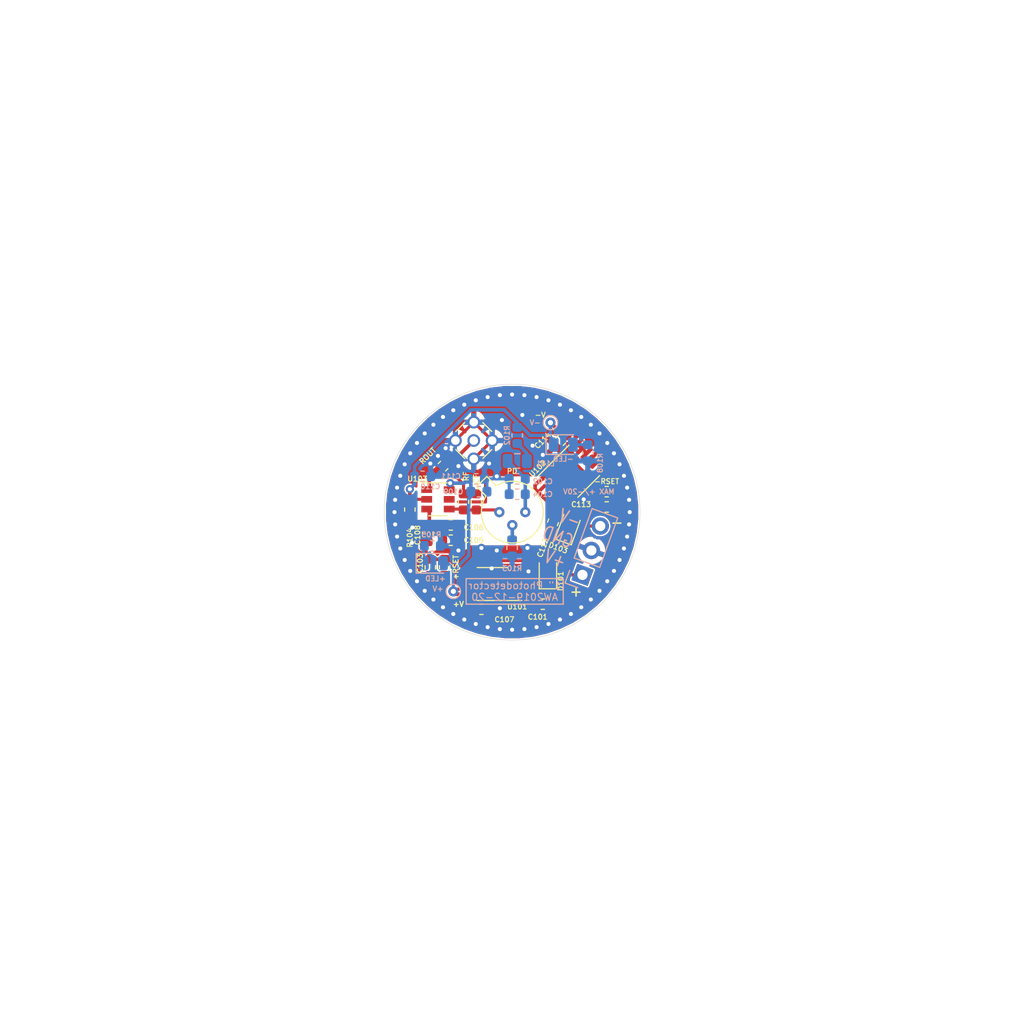
<source format=kicad_pcb>
(kicad_pcb (version 20171130) (host pcbnew 5.1.5-52549c5~84~ubuntu18.04.1)

  (general
    (thickness 1.6)
    (drawings 23)
    (tracks 294)
    (zones 0)
    (modules 37)
    (nets 23)
  )

  (page A4)
  (layers
    (0 F.Cu signal)
    (31 B.Cu signal)
    (32 B.Adhes user)
    (33 F.Adhes user)
    (34 B.Paste user)
    (35 F.Paste user)
    (36 B.SilkS user)
    (37 F.SilkS user)
    (38 B.Mask user hide)
    (39 F.Mask user hide)
    (40 Dwgs.User user)
    (41 Cmts.User user)
    (42 Eco1.User user)
    (43 Eco2.User user)
    (44 Edge.Cuts user)
    (45 Margin user)
    (46 B.CrtYd user)
    (47 F.CrtYd user)
    (48 B.Fab user hide)
    (49 F.Fab user hide)
  )

  (setup
    (last_trace_width 0.3)
    (trace_clearance 0.15)
    (zone_clearance 0.127)
    (zone_45_only no)
    (trace_min 0.1)
    (via_size 0.8)
    (via_drill 0.4)
    (via_min_size 0.4)
    (via_min_drill 0.2)
    (uvia_size 0.3)
    (uvia_drill 0.1)
    (uvias_allowed no)
    (uvia_min_size 0.2)
    (uvia_min_drill 0.1)
    (edge_width 0.05)
    (segment_width 0.2)
    (pcb_text_width 0.3)
    (pcb_text_size 1.5 1.5)
    (mod_edge_width 0.12)
    (mod_text_size 1 1)
    (mod_text_width 0.15)
    (pad_size 1 1)
    (pad_drill 0.5)
    (pad_to_mask_clearance 0.051)
    (solder_mask_min_width 0.25)
    (aux_axis_origin 0 0)
    (visible_elements FFFFFF7F)
    (pcbplotparams
      (layerselection 0x010fc_ffffffff)
      (usegerberextensions false)
      (usegerberattributes false)
      (usegerberadvancedattributes false)
      (creategerberjobfile false)
      (excludeedgelayer true)
      (linewidth 0.100000)
      (plotframeref false)
      (viasonmask false)
      (mode 1)
      (useauxorigin false)
      (hpglpennumber 1)
      (hpglpenspeed 20)
      (hpglpendiameter 15.000000)
      (psnegative false)
      (psa4output false)
      (plotreference true)
      (plotvalue true)
      (plotinvisibletext false)
      (padsonsilk false)
      (subtractmaskfromsilk false)
      (outputformat 1)
      (mirror false)
      (drillshape 0)
      (scaleselection 1)
      (outputdirectory "cam"))
  )

  (net 0 "")
  (net 1 "Net-(D102-Pad2)")
  (net 2 /+V)
  (net 3 GND)
  (net 4 "Net-(C103-Pad1)")
  (net 5 "Net-(C101-Pad1)")
  (net 6 "Net-(U101-Pad4)")
  (net 7 "Net-(U102-Pad7)")
  (net 8 "Net-(U102-Pad4)")
  (net 9 "Net-(U103-Pad5)")
  (net 10 "Net-(C105-Pad1)")
  (net 11 /-V)
  (net 12 "Net-(C112-Pad2)")
  (net 13 "Net-(C113-Pad2)")
  (net 14 "Net-(J101-Pad1)")
  (net 15 "Net-(L101-Pad1)")
  (net 16 /+VIN)
  (net 17 /-VIN)
  (net 18 "Net-(D104-Pad1)")
  (net 19 "Net-(D105-Pad2)")
  (net 20 /VBIAS)
  (net 21 /VOUT)
  (net 22 "Net-(C115-Pad2)")

  (net_class Default "This is the default net class."
    (clearance 0.15)
    (trace_width 0.3)
    (via_dia 0.8)
    (via_drill 0.4)
    (uvia_dia 0.3)
    (uvia_drill 0.1)
    (add_net /+V)
    (add_net /+VIN)
    (add_net /-V)
    (add_net /-VIN)
    (add_net /VBIAS)
    (add_net /VOUT)
    (add_net GND)
    (add_net "Net-(C101-Pad1)")
    (add_net "Net-(C103-Pad1)")
    (add_net "Net-(C105-Pad1)")
    (add_net "Net-(C112-Pad2)")
    (add_net "Net-(C113-Pad2)")
    (add_net "Net-(C115-Pad2)")
    (add_net "Net-(D102-Pad2)")
    (add_net "Net-(D104-Pad1)")
    (add_net "Net-(D105-Pad2)")
    (add_net "Net-(J101-Pad1)")
    (add_net "Net-(L101-Pad1)")
    (add_net "Net-(U101-Pad4)")
    (add_net "Net-(U102-Pad4)")
    (add_net "Net-(U102-Pad7)")
    (add_net "Net-(U103-Pad5)")
  )

  (net_class PWR ""
    (clearance 0.2)
    (trace_width 0.55)
    (via_dia 1)
    (via_drill 0.6)
    (uvia_dia 0.3)
    (uvia_drill 0.1)
  )

  (module Capacitor_SMD:C_0603_1608Metric (layer F.Cu) (tedit 5B301BBE) (tstamp 5E0CACD4)
    (at 146.5 99 270)
    (descr "Capacitor SMD 0603 (1608 Metric), square (rectangular) end terminal, IPC_7351 nominal, (Body size source: http://www.tortai-tech.com/upload/download/2011102023233369053.pdf), generated with kicad-footprint-generator")
    (tags capacitor)
    (path /5E10A98A)
    (attr smd)
    (fp_text reference CF (at -2.25 0 90) (layer F.SilkS)
      (effects (font (size 0.5 0.5) (thickness 0.1)))
    )
    (fp_text value C (at 0 1.43 90) (layer F.Fab)
      (effects (font (size 1 1) (thickness 0.15)))
    )
    (fp_text user %R (at 0 0 90) (layer F.Fab)
      (effects (font (size 0.4 0.4) (thickness 0.06)))
    )
    (fp_line (start 1.48 0.73) (end -1.48 0.73) (layer F.CrtYd) (width 0.05))
    (fp_line (start 1.48 -0.73) (end 1.48 0.73) (layer F.CrtYd) (width 0.05))
    (fp_line (start -1.48 -0.73) (end 1.48 -0.73) (layer F.CrtYd) (width 0.05))
    (fp_line (start -1.48 0.73) (end -1.48 -0.73) (layer F.CrtYd) (width 0.05))
    (fp_line (start -0.162779 0.51) (end 0.162779 0.51) (layer F.SilkS) (width 0.12))
    (fp_line (start -0.162779 -0.51) (end 0.162779 -0.51) (layer F.SilkS) (width 0.12))
    (fp_line (start 0.8 0.4) (end -0.8 0.4) (layer F.Fab) (width 0.1))
    (fp_line (start 0.8 -0.4) (end 0.8 0.4) (layer F.Fab) (width 0.1))
    (fp_line (start -0.8 -0.4) (end 0.8 -0.4) (layer F.Fab) (width 0.1))
    (fp_line (start -0.8 0.4) (end -0.8 -0.4) (layer F.Fab) (width 0.1))
    (pad 2 smd roundrect (at 0.7875 0 270) (size 0.875 0.95) (layers F.Cu F.Paste F.Mask) (roundrect_rratio 0.25)
      (net 22 "Net-(C115-Pad2)"))
    (pad 1 smd roundrect (at -0.7875 0 270) (size 0.875 0.95) (layers F.Cu F.Paste F.Mask) (roundrect_rratio 0.25)
      (net 21 /VOUT))
    (model ${KISYS3DMOD}/Capacitor_SMD.3dshapes/C_0603_1608Metric.wrl
      (at (xyz 0 0 0))
      (scale (xyz 1 1 1))
      (rotate (xyz 0 0 0))
    )
  )

  (module TestPoint:TestPoint_THTPad_D1.0mm_Drill0.5mm (layer B.Cu) (tedit 5A0F774F) (tstamp 5E0C8C6E)
    (at 144.25 107.75)
    (descr "THT pad as test Point, diameter 1.0mm, hole diameter 0.5mm")
    (tags "test point THT pad")
    (path /5E0E03CC)
    (attr virtual)
    (fp_text reference TP102 (at -1.5 -0.5) (layer B.SilkS) hide
      (effects (font (size 0.5 0.5) (thickness 0.1)) (justify mirror))
    )
    (fp_text value TestPoint (at 0 -1.55) (layer B.Fab)
      (effects (font (size 1 1) (thickness 0.15)) (justify mirror))
    )
    (fp_circle (center 0 0) (end 0 -0.7) (layer B.SilkS) (width 0.12))
    (fp_circle (center 0 0) (end 1 0) (layer B.CrtYd) (width 0.05))
    (fp_text user %R (at 0 1.45) (layer B.Fab)
      (effects (font (size 1 1) (thickness 0.15)) (justify mirror))
    )
    (pad 1 thru_hole circle (at 0 0) (size 1 1) (drill 0.5) (layers *.Cu *.Mask)
      (net 2 /+V))
  )

  (module TestPoint:TestPoint_THTPad_D1.0mm_Drill0.5mm (layer B.Cu) (tedit 5A0F774F) (tstamp 5E0C8C66)
    (at 153.75 91.25)
    (descr "THT pad as test Point, diameter 1.0mm, hole diameter 0.5mm")
    (tags "test point THT pad")
    (path /5E0F07B5)
    (attr virtual)
    (fp_text reference TP101 (at -1.5 0) (layer B.SilkS) hide
      (effects (font (size 0.5 0.5) (thickness 0.1)) (justify mirror))
    )
    (fp_text value TestPoint (at 0 -1.55) (layer B.Fab)
      (effects (font (size 1 1) (thickness 0.15)) (justify mirror))
    )
    (fp_circle (center 0 0) (end 0 -0.7) (layer B.SilkS) (width 0.12))
    (fp_circle (center 0 0) (end 1 0) (layer B.CrtYd) (width 0.05))
    (fp_text user %R (at 0 1.45) (layer B.Fab)
      (effects (font (size 1 1) (thickness 0.15)) (justify mirror))
    )
    (pad 1 thru_hole circle (at 0 0) (size 1 1) (drill 0.5) (layers *.Cu *.Mask)
      (net 11 /-V))
  )

  (module Diode_SMD:D_SOD-323F (layer F.Cu) (tedit 590A48EB) (tstamp 5DFDDCEA)
    (at 155.5 101.5 70)
    (descr "SOD-323F http://www.nxp.com/documents/outline_drawing/SOD323F.pdf")
    (tags SOD-323F)
    (path /5DFF6734)
    (attr smd)
    (fp_text reference D103 (at -2.221405 -0.255652 160) (layer F.SilkS)
      (effects (font (size 0.5 0.5) (thickness 0.1)))
    )
    (fp_text value D (at 0.1 1.9 70) (layer F.Fab)
      (effects (font (size 1 1) (thickness 0.15)))
    )
    (fp_line (start -1.5 -0.85) (end 1.05 -0.85) (layer F.SilkS) (width 0.12))
    (fp_line (start -1.5 0.85) (end 1.05 0.85) (layer F.SilkS) (width 0.12))
    (fp_line (start -1.6 -0.95) (end -1.6 0.95) (layer F.CrtYd) (width 0.05))
    (fp_line (start -1.6 0.95) (end 1.6 0.95) (layer F.CrtYd) (width 0.05))
    (fp_line (start 1.6 -0.95) (end 1.6 0.95) (layer F.CrtYd) (width 0.05))
    (fp_line (start -1.6 -0.95) (end 1.6 -0.95) (layer F.CrtYd) (width 0.05))
    (fp_line (start -0.9 -0.7) (end 0.9 -0.7) (layer F.Fab) (width 0.1))
    (fp_line (start 0.9 -0.7) (end 0.9 0.7) (layer F.Fab) (width 0.1))
    (fp_line (start 0.9 0.7) (end -0.9 0.7) (layer F.Fab) (width 0.1))
    (fp_line (start -0.9 0.7) (end -0.9 -0.7) (layer F.Fab) (width 0.1))
    (fp_line (start -0.3 -0.35) (end -0.3 0.35) (layer F.Fab) (width 0.1))
    (fp_line (start -0.3 0) (end -0.5 0) (layer F.Fab) (width 0.1))
    (fp_line (start -0.3 0) (end 0.2 -0.35) (layer F.Fab) (width 0.1))
    (fp_line (start 0.2 -0.35) (end 0.2 0.35) (layer F.Fab) (width 0.1))
    (fp_line (start 0.2 0.35) (end -0.3 0) (layer F.Fab) (width 0.1))
    (fp_line (start 0.2 0) (end 0.45 0) (layer F.Fab) (width 0.1))
    (fp_line (start -1.5 -0.85) (end -1.5 0.85) (layer F.SilkS) (width 0.12))
    (fp_text user %R (at 0 -1.85 70) (layer F.Fab)
      (effects (font (size 0.5 0.5) (thickness 0.1)))
    )
    (pad 2 smd rect (at 1.1 0 70) (size 0.5 0.5) (layers F.Cu F.Paste F.Mask)
      (net 12 "Net-(C112-Pad2)"))
    (pad 1 smd rect (at -1.1 0 70) (size 0.5 0.5) (layers F.Cu F.Paste F.Mask)
      (net 17 /-VIN))
    (model ${KISYS3DMOD}/Diode_SMD.3dshapes/D_SOD-323F.wrl
      (at (xyz 0 0 0))
      (scale (xyz 1 1 1))
      (rotate (xyz 0 0 0))
    )
  )

  (module Diode_SMD:D_SOD-323F (layer F.Cu) (tedit 590A48EB) (tstamp 5DFDDCAF)
    (at 153.5 106 90)
    (descr "SOD-323F http://www.nxp.com/documents/outline_drawing/SOD323F.pdf")
    (tags SOD-323F)
    (path /5DFDAA2E)
    (attr smd)
    (fp_text reference D101 (at -0.75 1.25 270) (layer F.SilkS)
      (effects (font (size 0.5 0.5) (thickness 0.1)))
    )
    (fp_text value D (at 0.1 1.9 90) (layer F.Fab)
      (effects (font (size 1 1) (thickness 0.15)))
    )
    (fp_line (start -1.5 -0.85) (end 1.05 -0.85) (layer F.SilkS) (width 0.12))
    (fp_line (start -1.5 0.85) (end 1.05 0.85) (layer F.SilkS) (width 0.12))
    (fp_line (start -1.6 -0.95) (end -1.6 0.95) (layer F.CrtYd) (width 0.05))
    (fp_line (start -1.6 0.95) (end 1.6 0.95) (layer F.CrtYd) (width 0.05))
    (fp_line (start 1.6 -0.95) (end 1.6 0.95) (layer F.CrtYd) (width 0.05))
    (fp_line (start -1.6 -0.95) (end 1.6 -0.95) (layer F.CrtYd) (width 0.05))
    (fp_line (start -0.9 -0.7) (end 0.9 -0.7) (layer F.Fab) (width 0.1))
    (fp_line (start 0.9 -0.7) (end 0.9 0.7) (layer F.Fab) (width 0.1))
    (fp_line (start 0.9 0.7) (end -0.9 0.7) (layer F.Fab) (width 0.1))
    (fp_line (start -0.9 0.7) (end -0.9 -0.7) (layer F.Fab) (width 0.1))
    (fp_line (start -0.3 -0.35) (end -0.3 0.35) (layer F.Fab) (width 0.1))
    (fp_line (start -0.3 0) (end -0.5 0) (layer F.Fab) (width 0.1))
    (fp_line (start -0.3 0) (end 0.2 -0.35) (layer F.Fab) (width 0.1))
    (fp_line (start 0.2 -0.35) (end 0.2 0.35) (layer F.Fab) (width 0.1))
    (fp_line (start 0.2 0.35) (end -0.3 0) (layer F.Fab) (width 0.1))
    (fp_line (start 0.2 0) (end 0.45 0) (layer F.Fab) (width 0.1))
    (fp_line (start -1.5 -0.85) (end -1.5 0.85) (layer F.SilkS) (width 0.12))
    (fp_text user %R (at 0 -1.85 90) (layer F.Fab)
      (effects (font (size 0.5 0.5) (thickness 0.1)))
    )
    (pad 2 smd rect (at 1.1 0 90) (size 0.5 0.5) (layers F.Cu F.Paste F.Mask)
      (net 16 /+VIN))
    (pad 1 smd rect (at -1.1 0 90) (size 0.5 0.5) (layers F.Cu F.Paste F.Mask)
      (net 5 "Net-(C101-Pad1)"))
    (model ${KISYS3DMOD}/Diode_SMD.3dshapes/D_SOD-323F.wrl
      (at (xyz 0 0 0))
      (scale (xyz 1 1 1))
      (rotate (xyz 0 0 0))
    )
  )

  (module Resistor_SMD:R_0603_1608Metric (layer B.Cu) (tedit 5B301BBD) (tstamp 5DFEAEF3)
    (at 157.4 94.2 270)
    (descr "Resistor SMD 0603 (1608 Metric), square (rectangular) end terminal, IPC_7351 nominal, (Body size source: http://www.tortai-tech.com/upload/download/2011102023233369053.pdf), generated with kicad-footprint-generator")
    (tags resistor)
    (path /5E09E424)
    (attr smd)
    (fp_text reference R108 (at 1 -1.2 90) (layer B.SilkS)
      (effects (font (size 0.5 0.5) (thickness 0.1)) (justify mirror))
    )
    (fp_text value R (at 0 -1.43 90) (layer B.Fab)
      (effects (font (size 1 1) (thickness 0.15)) (justify mirror))
    )
    (fp_text user %R (at 0 0 90) (layer B.Fab)
      (effects (font (size 0.5 0.5) (thickness 0.1)) (justify mirror))
    )
    (fp_line (start 1.48 -0.73) (end -1.48 -0.73) (layer B.CrtYd) (width 0.05))
    (fp_line (start 1.48 0.73) (end 1.48 -0.73) (layer B.CrtYd) (width 0.05))
    (fp_line (start -1.48 0.73) (end 1.48 0.73) (layer B.CrtYd) (width 0.05))
    (fp_line (start -1.48 -0.73) (end -1.48 0.73) (layer B.CrtYd) (width 0.05))
    (fp_line (start -0.162779 -0.51) (end 0.162779 -0.51) (layer B.SilkS) (width 0.12))
    (fp_line (start -0.162779 0.51) (end 0.162779 0.51) (layer B.SilkS) (width 0.12))
    (fp_line (start 0.8 -0.4) (end -0.8 -0.4) (layer B.Fab) (width 0.1))
    (fp_line (start 0.8 0.4) (end 0.8 -0.4) (layer B.Fab) (width 0.1))
    (fp_line (start -0.8 0.4) (end 0.8 0.4) (layer B.Fab) (width 0.1))
    (fp_line (start -0.8 -0.4) (end -0.8 0.4) (layer B.Fab) (width 0.1))
    (pad 2 smd roundrect (at 0.7875 0 270) (size 0.875 0.95) (layers B.Cu B.Paste B.Mask) (roundrect_rratio 0.25)
      (net 3 GND))
    (pad 1 smd roundrect (at -0.7875 0 270) (size 0.875 0.95) (layers B.Cu B.Paste B.Mask) (roundrect_rratio 0.25)
      (net 19 "Net-(D105-Pad2)"))
    (model ${KISYS3DMOD}/Resistor_SMD.3dshapes/R_0603_1608Metric.wrl
      (at (xyz 0 0 0))
      (scale (xyz 1 1 1))
      (rotate (xyz 0 0 0))
    )
  )

  (module Resistor_SMD:R_0603_1608Metric (layer B.Cu) (tedit 5B301BBD) (tstamp 5DFEAEA2)
    (at 142.2 103.3)
    (descr "Resistor SMD 0603 (1608 Metric), square (rectangular) end terminal, IPC_7351 nominal, (Body size source: http://www.tortai-tech.com/upload/download/2011102023233369053.pdf), generated with kicad-footprint-generator")
    (tags resistor)
    (path /5E0B293D)
    (attr smd)
    (fp_text reference R105 (at -0.1 -1.1) (layer B.SilkS)
      (effects (font (size 0.5 0.5) (thickness 0.1)) (justify mirror))
    )
    (fp_text value R (at 0 -1.43) (layer B.Fab)
      (effects (font (size 1 1) (thickness 0.15)) (justify mirror))
    )
    (fp_text user %R (at 0 0) (layer B.Fab)
      (effects (font (size 0.5 0.5) (thickness 0.1)) (justify mirror))
    )
    (fp_line (start 1.48 -0.73) (end -1.48 -0.73) (layer B.CrtYd) (width 0.05))
    (fp_line (start 1.48 0.73) (end 1.48 -0.73) (layer B.CrtYd) (width 0.05))
    (fp_line (start -1.48 0.73) (end 1.48 0.73) (layer B.CrtYd) (width 0.05))
    (fp_line (start -1.48 -0.73) (end -1.48 0.73) (layer B.CrtYd) (width 0.05))
    (fp_line (start -0.162779 -0.51) (end 0.162779 -0.51) (layer B.SilkS) (width 0.12))
    (fp_line (start -0.162779 0.51) (end 0.162779 0.51) (layer B.SilkS) (width 0.12))
    (fp_line (start 0.8 -0.4) (end -0.8 -0.4) (layer B.Fab) (width 0.1))
    (fp_line (start 0.8 0.4) (end 0.8 -0.4) (layer B.Fab) (width 0.1))
    (fp_line (start -0.8 0.4) (end 0.8 0.4) (layer B.Fab) (width 0.1))
    (fp_line (start -0.8 -0.4) (end -0.8 0.4) (layer B.Fab) (width 0.1))
    (pad 2 smd roundrect (at 0.7875 0) (size 0.875 0.95) (layers B.Cu B.Paste B.Mask) (roundrect_rratio 0.25)
      (net 3 GND))
    (pad 1 smd roundrect (at -0.7875 0) (size 0.875 0.95) (layers B.Cu B.Paste B.Mask) (roundrect_rratio 0.25)
      (net 18 "Net-(D104-Pad1)"))
    (model ${KISYS3DMOD}/Resistor_SMD.3dshapes/R_0603_1608Metric.wrl
      (at (xyz 0 0 0))
      (scale (xyz 1 1 1))
      (rotate (xyz 0 0 0))
    )
  )

  (module LED_SMD:LED_0805_2012Metric (layer B.Cu) (tedit 5B36C52C) (tstamp 5DFEAD9B)
    (at 155 93.4)
    (descr "LED SMD 0805 (2012 Metric), square (rectangular) end terminal, IPC_7351 nominal, (Body size source: https://docs.google.com/spreadsheets/d/1BsfQQcO9C6DZCsRaXUlFlo91Tg2WpOkGARC1WS5S8t0/edit?usp=sharing), generated with kicad-footprint-generator")
    (tags diode)
    (path /5E09C208)
    (attr smd)
    (fp_text reference -LED (at 0 1.4) (layer B.SilkS)
      (effects (font (size 0.5 0.5) (thickness 0.1)) (justify mirror))
    )
    (fp_text value LED_ALT (at 0 -1.65) (layer B.Fab)
      (effects (font (size 1 1) (thickness 0.15)) (justify mirror))
    )
    (fp_text user %R (at 0 0) (layer B.Fab)
      (effects (font (size 0.5 0.5) (thickness 0.1)) (justify mirror))
    )
    (fp_line (start 1.68 -0.95) (end -1.68 -0.95) (layer B.CrtYd) (width 0.05))
    (fp_line (start 1.68 0.95) (end 1.68 -0.95) (layer B.CrtYd) (width 0.05))
    (fp_line (start -1.68 0.95) (end 1.68 0.95) (layer B.CrtYd) (width 0.05))
    (fp_line (start -1.68 -0.95) (end -1.68 0.95) (layer B.CrtYd) (width 0.05))
    (fp_line (start -1.685 -0.96) (end 1 -0.96) (layer B.SilkS) (width 0.12))
    (fp_line (start -1.685 0.96) (end -1.685 -0.96) (layer B.SilkS) (width 0.12))
    (fp_line (start 1 0.96) (end -1.685 0.96) (layer B.SilkS) (width 0.12))
    (fp_line (start 1 -0.6) (end 1 0.6) (layer B.Fab) (width 0.1))
    (fp_line (start -1 -0.6) (end 1 -0.6) (layer B.Fab) (width 0.1))
    (fp_line (start -1 0.3) (end -1 -0.6) (layer B.Fab) (width 0.1))
    (fp_line (start -0.7 0.6) (end -1 0.3) (layer B.Fab) (width 0.1))
    (fp_line (start 1 0.6) (end -0.7 0.6) (layer B.Fab) (width 0.1))
    (pad 2 smd roundrect (at 0.9375 0) (size 0.975 1.4) (layers B.Cu B.Paste B.Mask) (roundrect_rratio 0.25)
      (net 19 "Net-(D105-Pad2)"))
    (pad 1 smd roundrect (at -0.9375 0) (size 0.975 1.4) (layers B.Cu B.Paste B.Mask) (roundrect_rratio 0.25)
      (net 11 /-V))
    (model ${KISYS3DMOD}/LED_SMD.3dshapes/LED_0805_2012Metric.wrl
      (at (xyz 0 0 0))
      (scale (xyz 1 1 1))
      (rotate (xyz 0 0 0))
    )
  )

  (module LED_SMD:LED_0805_2012Metric (layer B.Cu) (tedit 5B36C52C) (tstamp 5DFEAD88)
    (at 142.3 105)
    (descr "LED SMD 0805 (2012 Metric), square (rectangular) end terminal, IPC_7351 nominal, (Body size source: https://docs.google.com/spreadsheets/d/1BsfQQcO9C6DZCsRaXUlFlo91Tg2WpOkGARC1WS5S8t0/edit?usp=sharing), generated with kicad-footprint-generator")
    (tags diode)
    (path /5E09DA32)
    (attr smd)
    (fp_text reference +LED (at 0.2 1.5) (layer B.SilkS)
      (effects (font (size 0.5 0.5) (thickness 0.1)) (justify mirror))
    )
    (fp_text value LED_ALT (at 0 -1.65) (layer B.Fab)
      (effects (font (size 1 1) (thickness 0.15)) (justify mirror))
    )
    (fp_text user %R (at 0 0) (layer B.Fab)
      (effects (font (size 0.5 0.5) (thickness 0.1)) (justify mirror))
    )
    (fp_line (start 1.68 -0.95) (end -1.68 -0.95) (layer B.CrtYd) (width 0.05))
    (fp_line (start 1.68 0.95) (end 1.68 -0.95) (layer B.CrtYd) (width 0.05))
    (fp_line (start -1.68 0.95) (end 1.68 0.95) (layer B.CrtYd) (width 0.05))
    (fp_line (start -1.68 -0.95) (end -1.68 0.95) (layer B.CrtYd) (width 0.05))
    (fp_line (start -1.685 -0.96) (end 1 -0.96) (layer B.SilkS) (width 0.12))
    (fp_line (start -1.685 0.96) (end -1.685 -0.96) (layer B.SilkS) (width 0.12))
    (fp_line (start 1 0.96) (end -1.685 0.96) (layer B.SilkS) (width 0.12))
    (fp_line (start 1 -0.6) (end 1 0.6) (layer B.Fab) (width 0.1))
    (fp_line (start -1 -0.6) (end 1 -0.6) (layer B.Fab) (width 0.1))
    (fp_line (start -1 0.3) (end -1 -0.6) (layer B.Fab) (width 0.1))
    (fp_line (start -0.7 0.6) (end -1 0.3) (layer B.Fab) (width 0.1))
    (fp_line (start 1 0.6) (end -0.7 0.6) (layer B.Fab) (width 0.1))
    (pad 2 smd roundrect (at 0.9375 0) (size 0.975 1.4) (layers B.Cu B.Paste B.Mask) (roundrect_rratio 0.25)
      (net 2 /+V))
    (pad 1 smd roundrect (at -0.9375 0) (size 0.975 1.4) (layers B.Cu B.Paste B.Mask) (roundrect_rratio 0.25)
      (net 18 "Net-(D104-Pad1)"))
    (model ${KISYS3DMOD}/LED_SMD.3dshapes/LED_0805_2012Metric.wrl
      (at (xyz 0 0 0))
      (scale (xyz 1 1 1))
      (rotate (xyz 0 0 0))
    )
  )

  (module Connector_Coaxial:MMCX_Molex_73415-1471_Vertical (layer F.Cu) (tedit 5B4273E9) (tstamp 5DFDDD01)
    (at 146.25 93 45)
    (descr http://www.molex.com/pdm_docs/sd/734151471_sd.pdf)
    (tags "Molex MMCX Coaxial Connector 50 ohms Female Jack Vertical THT")
    (path /5E083832)
    (fp_text reference J101 (at 0 0 45) (layer F.SilkS) hide
      (effects (font (size 0.5 0.5) (thickness 0.1)))
    )
    (fp_text value Conn_Coaxial (at 0 3.2 45) (layer F.Fab)
      (effects (font (size 1 1) (thickness 0.15)))
    )
    (fp_line (start 0.62 1.87) (end -0.62 1.87) (layer F.SilkS) (width 0.12))
    (fp_line (start 0.62 -1.87) (end -0.62 -1.87) (layer F.SilkS) (width 0.12))
    (fp_line (start -1.87 0.62) (end -1.87 -0.62) (layer F.SilkS) (width 0.12))
    (fp_line (start -2.39 2.39) (end -2.39 -2.39) (layer F.CrtYd) (width 0.05))
    (fp_line (start 1.87 0.62) (end 1.87 -0.62) (layer F.SilkS) (width 0.12))
    (fp_line (start -1.755 1.755) (end 1.755 1.755) (layer F.Fab) (width 0.1))
    (fp_line (start -1.755 -1.755) (end 1.755 -1.755) (layer F.Fab) (width 0.1))
    (fp_line (start 1.755 -1.755) (end 1.755 1.755) (layer F.Fab) (width 0.1))
    (fp_line (start -1.755 -1.755) (end -1.755 1.755) (layer F.Fab) (width 0.1))
    (fp_line (start 2.39 2.39) (end 2.39 -2.39) (layer F.CrtYd) (width 0.05))
    (fp_line (start -2.39 -2.39) (end 2.39 -2.39) (layer F.CrtYd) (width 0.05))
    (fp_line (start -2.39 2.39) (end 2.39 2.39) (layer F.CrtYd) (width 0.05))
    (fp_text user %R (at 0 0 45) (layer F.Fab)
      (effects (font (size 0.5 0.5) (thickness 0.1)))
    )
    (pad 2 thru_hole circle (at -1.27 1.27 45) (size 1.24 1.24) (drill 0.84) (layers *.Cu *.Mask)
      (net 3 GND))
    (pad 2 thru_hole circle (at 1.27 -1.27 45) (size 1.24 1.24) (drill 0.84) (layers *.Cu *.Mask)
      (net 3 GND))
    (pad 2 thru_hole circle (at 1.27 1.27 45) (size 1.24 1.24) (drill 0.84) (layers *.Cu *.Mask)
      (net 3 GND))
    (pad 2 thru_hole circle (at -1.27 -1.27 45) (size 1.24 1.24) (drill 0.84) (layers *.Cu *.Mask)
      (net 3 GND))
    (pad 1 thru_hole circle (at 0 0 45) (size 1.24 1.24) (drill 0.84) (layers *.Cu *.Mask)
      (net 14 "Net-(J101-Pad1)"))
    (model ${KISYS3DMOD}/Connector_Coaxial.3dshapes/MMCX_Molex_73415-1471_Vertical.wrl
      (at (xyz 0 0 0))
      (scale (xyz 1 1 1))
      (rotate (xyz 0 0 0))
    )
  )

  (module Resistor_SMD:R_0603_1608Metric (layer F.Cu) (tedit 5B301BBD) (tstamp 5DFDDDA0)
    (at 159.25 98)
    (descr "Resistor SMD 0603 (1608 Metric), square (rectangular) end terminal, IPC_7351 nominal, (Body size source: http://www.tortai-tech.com/upload/download/2011102023233369053.pdf), generated with kicad-footprint-generator")
    (tags resistor)
    (path /5DFF5E1B)
    (attr smd)
    (fp_text reference -RSET (at 0 -1) (layer F.SilkS)
      (effects (font (size 0.5 0.5) (thickness 0.1)))
    )
    (fp_text value 49k9 (at 0 1.43) (layer F.Fab)
      (effects (font (size 1 1) (thickness 0.15)))
    )
    (fp_text user %R (at 0 0) (layer F.Fab)
      (effects (font (size 0.5 0.5) (thickness 0.1)))
    )
    (fp_line (start 1.48 0.73) (end -1.48 0.73) (layer F.CrtYd) (width 0.05))
    (fp_line (start 1.48 -0.73) (end 1.48 0.73) (layer F.CrtYd) (width 0.05))
    (fp_line (start -1.48 -0.73) (end 1.48 -0.73) (layer F.CrtYd) (width 0.05))
    (fp_line (start -1.48 0.73) (end -1.48 -0.73) (layer F.CrtYd) (width 0.05))
    (fp_line (start -0.162779 0.51) (end 0.162779 0.51) (layer F.SilkS) (width 0.12))
    (fp_line (start -0.162779 -0.51) (end 0.162779 -0.51) (layer F.SilkS) (width 0.12))
    (fp_line (start 0.8 0.4) (end -0.8 0.4) (layer F.Fab) (width 0.1))
    (fp_line (start 0.8 -0.4) (end 0.8 0.4) (layer F.Fab) (width 0.1))
    (fp_line (start -0.8 -0.4) (end 0.8 -0.4) (layer F.Fab) (width 0.1))
    (fp_line (start -0.8 0.4) (end -0.8 -0.4) (layer F.Fab) (width 0.1))
    (pad 2 smd roundrect (at 0.7875 0) (size 0.875 0.95) (layers F.Cu F.Paste F.Mask) (roundrect_rratio 0.25)
      (net 13 "Net-(C113-Pad2)"))
    (pad 1 smd roundrect (at -0.7875 0) (size 0.875 0.95) (layers F.Cu F.Paste F.Mask) (roundrect_rratio 0.25)
      (net 3 GND))
    (model ${KISYS3DMOD}/Resistor_SMD.3dshapes/R_0603_1608Metric.wrl
      (at (xyz 0 0 0))
      (scale (xyz 1 1 1))
      (rotate (xyz 0 0 0))
    )
  )

  (module Resistor_SMD:R_0603_1608Metric (layer F.Cu) (tedit 5B301BBD) (tstamp 5DFDDD8F)
    (at 143.25 95.5 225)
    (descr "Resistor SMD 0603 (1608 Metric), square (rectangular) end terminal, IPC_7351 nominal, (Body size source: http://www.tortai-tech.com/upload/download/2011102023233369053.pdf), generated with kicad-footprint-generator")
    (tags resistor)
    (path /5E0831FD)
    (attr smd)
    (fp_text reference ROUT (at 0.353553 1.767767 45) (layer F.SilkS)
      (effects (font (size 0.5 0.5) (thickness 0.1)))
    )
    (fp_text value R (at 0 1.43 45) (layer F.Fab)
      (effects (font (size 1 1) (thickness 0.15)))
    )
    (fp_text user %R (at 0 0 45) (layer F.Fab)
      (effects (font (size 0.5 0.5) (thickness 0.1)))
    )
    (fp_line (start 1.48 0.73) (end -1.48 0.73) (layer F.CrtYd) (width 0.05))
    (fp_line (start 1.48 -0.73) (end 1.48 0.73) (layer F.CrtYd) (width 0.05))
    (fp_line (start -1.48 -0.73) (end 1.48 -0.73) (layer F.CrtYd) (width 0.05))
    (fp_line (start -1.48 0.73) (end -1.48 -0.73) (layer F.CrtYd) (width 0.05))
    (fp_line (start -0.162779 0.51) (end 0.162779 0.51) (layer F.SilkS) (width 0.12))
    (fp_line (start -0.162779 -0.51) (end 0.162779 -0.51) (layer F.SilkS) (width 0.12))
    (fp_line (start 0.8 0.4) (end -0.8 0.4) (layer F.Fab) (width 0.1))
    (fp_line (start 0.8 -0.4) (end 0.8 0.4) (layer F.Fab) (width 0.1))
    (fp_line (start -0.8 -0.4) (end 0.8 -0.4) (layer F.Fab) (width 0.1))
    (fp_line (start -0.8 0.4) (end -0.8 -0.4) (layer F.Fab) (width 0.1))
    (pad 2 smd roundrect (at 0.7875 0 225) (size 0.875 0.95) (layers F.Cu F.Paste F.Mask) (roundrect_rratio 0.25)
      (net 21 /VOUT))
    (pad 1 smd roundrect (at -0.7875 0 225) (size 0.875 0.95) (layers F.Cu F.Paste F.Mask) (roundrect_rratio 0.25)
      (net 14 "Net-(J101-Pad1)"))
    (model ${KISYS3DMOD}/Resistor_SMD.3dshapes/R_0603_1608Metric.wrl
      (at (xyz 0 0 0))
      (scale (xyz 1 1 1))
      (rotate (xyz 0 0 0))
    )
  )

  (module Resistor_SMD:R_0603_1608Metric (layer F.Cu) (tedit 5B301BBD) (tstamp 5DFDDD7E)
    (at 145.25 99 270)
    (descr "Resistor SMD 0603 (1608 Metric), square (rectangular) end terminal, IPC_7351 nominal, (Body size source: http://www.tortai-tech.com/upload/download/2011102023233369053.pdf), generated with kicad-footprint-generator")
    (tags resistor)
    (path /5E082B6C)
    (attr smd)
    (fp_text reference RF (at -2.5 -0.25 90) (layer F.SilkS)
      (effects (font (size 0.5 0.5) (thickness 0.1)))
    )
    (fp_text value R (at 0 1.43 90) (layer F.Fab)
      (effects (font (size 1 1) (thickness 0.15)))
    )
    (fp_text user %R (at 0 0 90) (layer F.Fab)
      (effects (font (size 0.5 0.5) (thickness 0.1)))
    )
    (fp_line (start 1.48 0.73) (end -1.48 0.73) (layer F.CrtYd) (width 0.05))
    (fp_line (start 1.48 -0.73) (end 1.48 0.73) (layer F.CrtYd) (width 0.05))
    (fp_line (start -1.48 -0.73) (end 1.48 -0.73) (layer F.CrtYd) (width 0.05))
    (fp_line (start -1.48 0.73) (end -1.48 -0.73) (layer F.CrtYd) (width 0.05))
    (fp_line (start -0.162779 0.51) (end 0.162779 0.51) (layer F.SilkS) (width 0.12))
    (fp_line (start -0.162779 -0.51) (end 0.162779 -0.51) (layer F.SilkS) (width 0.12))
    (fp_line (start 0.8 0.4) (end -0.8 0.4) (layer F.Fab) (width 0.1))
    (fp_line (start 0.8 -0.4) (end 0.8 0.4) (layer F.Fab) (width 0.1))
    (fp_line (start -0.8 -0.4) (end 0.8 -0.4) (layer F.Fab) (width 0.1))
    (fp_line (start -0.8 0.4) (end -0.8 -0.4) (layer F.Fab) (width 0.1))
    (pad 2 smd roundrect (at 0.7875 0 270) (size 0.875 0.95) (layers F.Cu F.Paste F.Mask) (roundrect_rratio 0.25)
      (net 22 "Net-(C115-Pad2)"))
    (pad 1 smd roundrect (at -0.7875 0 270) (size 0.875 0.95) (layers F.Cu F.Paste F.Mask) (roundrect_rratio 0.25)
      (net 21 /VOUT))
    (model ${KISYS3DMOD}/Resistor_SMD.3dshapes/R_0603_1608Metric.wrl
      (at (xyz 0 0 0))
      (scale (xyz 1 1 1))
      (rotate (xyz 0 0 0))
    )
  )

  (module Resistor_SMD:R_0603_1608Metric (layer F.Cu) (tedit 5B301BBD) (tstamp 5DFDDD6D)
    (at 141.75 102.1 90)
    (descr "Resistor SMD 0603 (1608 Metric), square (rectangular) end terminal, IPC_7351 nominal, (Body size source: http://www.tortai-tech.com/upload/download/2011102023233369053.pdf), generated with kicad-footprint-generator")
    (tags resistor)
    (path /5E0847DF)
    (attr smd)
    (fp_text reference R104 (at -0.4 -1.75 90) (layer F.SilkS)
      (effects (font (size 0.5 0.5) (thickness 0.1)))
    )
    (fp_text value R (at 0 1.43 90) (layer F.Fab)
      (effects (font (size 1 1) (thickness 0.15)))
    )
    (fp_text user %R (at 0 0 90) (layer F.Fab)
      (effects (font (size 0.5 0.5) (thickness 0.1)))
    )
    (fp_line (start 1.48 0.73) (end -1.48 0.73) (layer F.CrtYd) (width 0.05))
    (fp_line (start 1.48 -0.73) (end 1.48 0.73) (layer F.CrtYd) (width 0.05))
    (fp_line (start -1.48 -0.73) (end 1.48 -0.73) (layer F.CrtYd) (width 0.05))
    (fp_line (start -1.48 0.73) (end -1.48 -0.73) (layer F.CrtYd) (width 0.05))
    (fp_line (start -0.162779 0.51) (end 0.162779 0.51) (layer F.SilkS) (width 0.12))
    (fp_line (start -0.162779 -0.51) (end 0.162779 -0.51) (layer F.SilkS) (width 0.12))
    (fp_line (start 0.8 0.4) (end -0.8 0.4) (layer F.Fab) (width 0.1))
    (fp_line (start 0.8 -0.4) (end 0.8 0.4) (layer F.Fab) (width 0.1))
    (fp_line (start -0.8 -0.4) (end 0.8 -0.4) (layer F.Fab) (width 0.1))
    (fp_line (start -0.8 0.4) (end -0.8 -0.4) (layer F.Fab) (width 0.1))
    (pad 2 smd roundrect (at 0.7875 0 90) (size 0.875 0.95) (layers F.Cu F.Paste F.Mask) (roundrect_rratio 0.25)
      (net 10 "Net-(C105-Pad1)"))
    (pad 1 smd roundrect (at -0.7875 0 90) (size 0.875 0.95) (layers F.Cu F.Paste F.Mask) (roundrect_rratio 0.25)
      (net 3 GND))
    (model ${KISYS3DMOD}/Resistor_SMD.3dshapes/R_0603_1608Metric.wrl
      (at (xyz 0 0 0))
      (scale (xyz 1 1 1))
      (rotate (xyz 0 0 0))
    )
  )

  (module Resistor_SMD:R_0603_1608Metric (layer B.Cu) (tedit 5B301BBD) (tstamp 5DFDDD5C)
    (at 150 103.5 90)
    (descr "Resistor SMD 0603 (1608 Metric), square (rectangular) end terminal, IPC_7351 nominal, (Body size source: http://www.tortai-tech.com/upload/download/2011102023233369053.pdf), generated with kicad-footprint-generator")
    (tags resistor)
    (path /5E080F1F)
    (attr smd)
    (fp_text reference R103 (at -2 0 180) (layer B.SilkS)
      (effects (font (size 0.5 0.5) (thickness 0.1)) (justify mirror))
    )
    (fp_text value R (at 0 -1.43 90) (layer B.Fab)
      (effects (font (size 1 1) (thickness 0.15)) (justify mirror))
    )
    (fp_text user %R (at 0 0 90) (layer B.Fab)
      (effects (font (size 0.5 0.5) (thickness 0.1)) (justify mirror))
    )
    (fp_line (start 1.48 -0.73) (end -1.48 -0.73) (layer B.CrtYd) (width 0.05))
    (fp_line (start 1.48 0.73) (end 1.48 -0.73) (layer B.CrtYd) (width 0.05))
    (fp_line (start -1.48 0.73) (end 1.48 0.73) (layer B.CrtYd) (width 0.05))
    (fp_line (start -1.48 -0.73) (end -1.48 0.73) (layer B.CrtYd) (width 0.05))
    (fp_line (start -0.162779 -0.51) (end 0.162779 -0.51) (layer B.SilkS) (width 0.12))
    (fp_line (start -0.162779 0.51) (end 0.162779 0.51) (layer B.SilkS) (width 0.12))
    (fp_line (start 0.8 -0.4) (end -0.8 -0.4) (layer B.Fab) (width 0.1))
    (fp_line (start 0.8 0.4) (end 0.8 -0.4) (layer B.Fab) (width 0.1))
    (fp_line (start -0.8 0.4) (end 0.8 0.4) (layer B.Fab) (width 0.1))
    (fp_line (start -0.8 -0.4) (end -0.8 0.4) (layer B.Fab) (width 0.1))
    (pad 2 smd roundrect (at 0.7875 0 90) (size 0.875 0.95) (layers B.Cu B.Paste B.Mask) (roundrect_rratio 0.25)
      (net 1 "Net-(D102-Pad2)"))
    (pad 1 smd roundrect (at -0.7875 0 90) (size 0.875 0.95) (layers B.Cu B.Paste B.Mask) (roundrect_rratio 0.25)
      (net 3 GND))
    (model ${KISYS3DMOD}/Resistor_SMD.3dshapes/R_0603_1608Metric.wrl
      (at (xyz 0 0 0))
      (scale (xyz 1 1 1))
      (rotate (xyz 0 0 0))
    )
  )

  (module Resistor_SMD:R_0603_1608Metric (layer B.Cu) (tedit 5B301BBD) (tstamp 5DFDDD4B)
    (at 150.5 92.5 270)
    (descr "Resistor SMD 0603 (1608 Metric), square (rectangular) end terminal, IPC_7351 nominal, (Body size source: http://www.tortai-tech.com/upload/download/2011102023233369053.pdf), generated with kicad-footprint-generator")
    (tags resistor)
    (path /5E09461C)
    (attr smd)
    (fp_text reference R102 (at 0 1 90) (layer B.SilkS)
      (effects (font (size 0.5 0.5) (thickness 0.1)) (justify mirror))
    )
    (fp_text value 300R (at 0 -1.43 90) (layer B.Fab)
      (effects (font (size 1 1) (thickness 0.15)) (justify mirror))
    )
    (fp_text user %R (at 0 0 90) (layer B.Fab)
      (effects (font (size 0.5 0.5) (thickness 0.1)) (justify mirror))
    )
    (fp_line (start 1.48 -0.73) (end -1.48 -0.73) (layer B.CrtYd) (width 0.05))
    (fp_line (start 1.48 0.73) (end 1.48 -0.73) (layer B.CrtYd) (width 0.05))
    (fp_line (start -1.48 0.73) (end 1.48 0.73) (layer B.CrtYd) (width 0.05))
    (fp_line (start -1.48 -0.73) (end -1.48 0.73) (layer B.CrtYd) (width 0.05))
    (fp_line (start -0.162779 -0.51) (end 0.162779 -0.51) (layer B.SilkS) (width 0.12))
    (fp_line (start -0.162779 0.51) (end 0.162779 0.51) (layer B.SilkS) (width 0.12))
    (fp_line (start 0.8 -0.4) (end -0.8 -0.4) (layer B.Fab) (width 0.1))
    (fp_line (start 0.8 0.4) (end 0.8 -0.4) (layer B.Fab) (width 0.1))
    (fp_line (start -0.8 0.4) (end 0.8 0.4) (layer B.Fab) (width 0.1))
    (fp_line (start -0.8 -0.4) (end -0.8 0.4) (layer B.Fab) (width 0.1))
    (pad 2 smd roundrect (at 0.7875 0 270) (size 0.875 0.95) (layers B.Cu B.Paste B.Mask) (roundrect_rratio 0.25)
      (net 15 "Net-(L101-Pad1)"))
    (pad 1 smd roundrect (at -0.7875 0 270) (size 0.875 0.95) (layers B.Cu B.Paste B.Mask) (roundrect_rratio 0.25)
      (net 11 /-V))
    (model ${KISYS3DMOD}/Resistor_SMD.3dshapes/R_0603_1608Metric.wrl
      (at (xyz 0 0 0))
      (scale (xyz 1 1 1))
      (rotate (xyz 0 0 0))
    )
  )

  (module Resistor_SMD:R_0603_1608Metric (layer F.Cu) (tedit 5B301BBD) (tstamp 5DFDDD3A)
    (at 143.4 105.4 270)
    (descr "Resistor SMD 0603 (1608 Metric), square (rectangular) end terminal, IPC_7351 nominal, (Body size source: http://www.tortai-tech.com/upload/download/2011102023233369053.pdf), generated with kicad-footprint-generator")
    (tags resistor)
    (path /5DFDC58D)
    (attr smd)
    (fp_text reference +RSET (at 0 -1.1 90) (layer F.SilkS)
      (effects (font (size 0.5 0.5) (thickness 0.1)))
    )
    (fp_text value 49k9 (at 0 1.43 90) (layer F.Fab)
      (effects (font (size 1 1) (thickness 0.15)))
    )
    (fp_text user %R (at 0 0 90) (layer F.Fab)
      (effects (font (size 0.5 0.5) (thickness 0.1)))
    )
    (fp_line (start 1.48 0.73) (end -1.48 0.73) (layer F.CrtYd) (width 0.05))
    (fp_line (start 1.48 -0.73) (end 1.48 0.73) (layer F.CrtYd) (width 0.05))
    (fp_line (start -1.48 -0.73) (end 1.48 -0.73) (layer F.CrtYd) (width 0.05))
    (fp_line (start -1.48 0.73) (end -1.48 -0.73) (layer F.CrtYd) (width 0.05))
    (fp_line (start -0.162779 0.51) (end 0.162779 0.51) (layer F.SilkS) (width 0.12))
    (fp_line (start -0.162779 -0.51) (end 0.162779 -0.51) (layer F.SilkS) (width 0.12))
    (fp_line (start 0.8 0.4) (end -0.8 0.4) (layer F.Fab) (width 0.1))
    (fp_line (start 0.8 -0.4) (end 0.8 0.4) (layer F.Fab) (width 0.1))
    (fp_line (start -0.8 -0.4) (end 0.8 -0.4) (layer F.Fab) (width 0.1))
    (fp_line (start -0.8 0.4) (end -0.8 -0.4) (layer F.Fab) (width 0.1))
    (pad 2 smd roundrect (at 0.7875 0 270) (size 0.875 0.95) (layers F.Cu F.Paste F.Mask) (roundrect_rratio 0.25)
      (net 3 GND))
    (pad 1 smd roundrect (at -0.7875 0 270) (size 0.875 0.95) (layers F.Cu F.Paste F.Mask) (roundrect_rratio 0.25)
      (net 4 "Net-(C103-Pad1)"))
    (model ${KISYS3DMOD}/Resistor_SMD.3dshapes/R_0603_1608Metric.wrl
      (at (xyz 0 0 0))
      (scale (xyz 1 1 1))
      (rotate (xyz 0 0 0))
    )
  )

  (module Inductor_SMD:L_0805_2012Metric (layer B.Cu) (tedit 5B36C52B) (tstamp 5DFDDD29)
    (at 150.5 95 180)
    (descr "Inductor SMD 0805 (2012 Metric), square (rectangular) end terminal, IPC_7351 nominal, (Body size source: https://docs.google.com/spreadsheets/d/1BsfQQcO9C6DZCsRaXUlFlo91Tg2WpOkGARC1WS5S8t0/edit?usp=sharing), generated with kicad-footprint-generator")
    (tags inductor)
    (path /5E0932F4)
    (attr smd)
    (fp_text reference L101 (at -2.75 -0.25) (layer B.SilkS)
      (effects (font (size 0.5 0.5) (thickness 0.1)) (justify mirror))
    )
    (fp_text value 100u (at 0 -1.65) (layer B.Fab)
      (effects (font (size 1 1) (thickness 0.15)) (justify mirror))
    )
    (fp_text user %R (at 0 0) (layer B.Fab)
      (effects (font (size 0.5 0.5) (thickness 0.1)) (justify mirror))
    )
    (fp_line (start 1.68 -0.95) (end -1.68 -0.95) (layer B.CrtYd) (width 0.05))
    (fp_line (start 1.68 0.95) (end 1.68 -0.95) (layer B.CrtYd) (width 0.05))
    (fp_line (start -1.68 0.95) (end 1.68 0.95) (layer B.CrtYd) (width 0.05))
    (fp_line (start -1.68 -0.95) (end -1.68 0.95) (layer B.CrtYd) (width 0.05))
    (fp_line (start -0.258578 -0.71) (end 0.258578 -0.71) (layer B.SilkS) (width 0.12))
    (fp_line (start -0.258578 0.71) (end 0.258578 0.71) (layer B.SilkS) (width 0.12))
    (fp_line (start 1 -0.6) (end -1 -0.6) (layer B.Fab) (width 0.1))
    (fp_line (start 1 0.6) (end 1 -0.6) (layer B.Fab) (width 0.1))
    (fp_line (start -1 0.6) (end 1 0.6) (layer B.Fab) (width 0.1))
    (fp_line (start -1 -0.6) (end -1 0.6) (layer B.Fab) (width 0.1))
    (pad 2 smd roundrect (at 0.9375 0 180) (size 0.975 1.4) (layers B.Cu B.Paste B.Mask) (roundrect_rratio 0.25)
      (net 20 /VBIAS))
    (pad 1 smd roundrect (at -0.9375 0 180) (size 0.975 1.4) (layers B.Cu B.Paste B.Mask) (roundrect_rratio 0.25)
      (net 15 "Net-(L101-Pad1)"))
    (model ${KISYS3DMOD}/Inductor_SMD.3dshapes/L_0805_2012Metric.wrl
      (at (xyz 0 0 0))
      (scale (xyz 1 1 1))
      (rotate (xyz 0 0 0))
    )
  )

  (module Connector_PinHeader_2.54mm:PinHeader_1x03_P2.54mm_Vertical (layer B.Cu) (tedit 59FED5CC) (tstamp 5E0DC367)
    (at 156.881269 106.136819 340)
    (descr "Through hole straight pin header, 1x03, 2.54mm pitch, single row")
    (tags "Through hole pin header THT 1x03 2.54mm single row")
    (path /5E02CFAF)
    (fp_text reference J102 (at -1.430268 2.648931 160) (layer B.SilkS) hide
      (effects (font (size 0.5 0.5) (thickness 0.1)) (justify mirror))
    )
    (fp_text value Conn_01x03 (at 0 -7.41 340) (layer B.Fab)
      (effects (font (size 1 1) (thickness 0.15)) (justify mirror))
    )
    (fp_text user %R (at 0 -2.54 250) (layer B.Fab)
      (effects (font (size 0.5 0.5) (thickness 0.1)) (justify mirror))
    )
    (fp_line (start 1.8 1.8) (end -1.8 1.8) (layer B.CrtYd) (width 0.05))
    (fp_line (start 1.8 -6.85) (end 1.8 1.8) (layer B.CrtYd) (width 0.05))
    (fp_line (start -1.8 -6.85) (end 1.8 -6.85) (layer B.CrtYd) (width 0.05))
    (fp_line (start -1.8 1.8) (end -1.8 -6.85) (layer B.CrtYd) (width 0.05))
    (fp_line (start -1.33 1.33) (end 0 1.33) (layer B.SilkS) (width 0.12))
    (fp_line (start -1.33 0) (end -1.33 1.33) (layer B.SilkS) (width 0.12))
    (fp_line (start -1.33 -1.27) (end 1.33 -1.27) (layer B.SilkS) (width 0.12))
    (fp_line (start 1.33 -1.27) (end 1.33 -6.41) (layer B.SilkS) (width 0.12))
    (fp_line (start -1.33 -1.27) (end -1.33 -6.41) (layer B.SilkS) (width 0.12))
    (fp_line (start -1.33 -6.41) (end 1.33 -6.41) (layer B.SilkS) (width 0.12))
    (fp_line (start -1.27 0.635) (end -0.635 1.27) (layer B.Fab) (width 0.1))
    (fp_line (start -1.27 -6.35) (end -1.27 0.635) (layer B.Fab) (width 0.1))
    (fp_line (start 1.27 -6.35) (end -1.27 -6.35) (layer B.Fab) (width 0.1))
    (fp_line (start 1.27 1.27) (end 1.27 -6.35) (layer B.Fab) (width 0.1))
    (fp_line (start -0.635 1.27) (end 1.27 1.27) (layer B.Fab) (width 0.1))
    (pad 3 thru_hole oval (at 0 -5.08 340) (size 1.7 1.7) (drill 1) (layers *.Cu *.Mask)
      (net 17 /-VIN))
    (pad 2 thru_hole oval (at 0 -2.54 340) (size 1.7 1.7) (drill 1) (layers *.Cu *.Mask)
      (net 3 GND))
    (pad 1 thru_hole rect (at 0 0 340) (size 1.7 1.7) (drill 1) (layers *.Cu *.Mask)
      (net 16 /+VIN))
    (model ${KISYS3DMOD}/Connector_PinHeader_2.54mm.3dshapes/PinHeader_1x03_P2.54mm_Vertical.wrl
      (at (xyz 0 0 0))
      (scale (xyz 1 1 1))
      (rotate (xyz 0 0 0))
    )
  )

  (module Capacitor_SMD:C_0603_1608Metric (layer F.Cu) (tedit 5B301BBE) (tstamp 5DFDDC9C)
    (at 154.75 93 45)
    (descr "Capacitor SMD 0603 (1608 Metric), square (rectangular) end terminal, IPC_7351 nominal, (Body size source: http://www.tortai-tech.com/upload/download/2011102023233369053.pdf), generated with kicad-footprint-generator")
    (tags capacitor)
    (path /5E00F2A4)
    (attr smd)
    (fp_text reference C114 (at -1.237437 -1.237437 45) (layer F.SilkS)
      (effects (font (size 0.5 0.5) (thickness 0.1)))
    )
    (fp_text value 4u7 (at 0 1.43 45) (layer F.Fab)
      (effects (font (size 1 1) (thickness 0.15)))
    )
    (fp_text user %R (at 0 0 45) (layer F.Fab)
      (effects (font (size 0.5 0.5) (thickness 0.1)))
    )
    (fp_line (start 1.48 0.73) (end -1.48 0.73) (layer F.CrtYd) (width 0.05))
    (fp_line (start 1.48 -0.73) (end 1.48 0.73) (layer F.CrtYd) (width 0.05))
    (fp_line (start -1.48 -0.73) (end 1.48 -0.73) (layer F.CrtYd) (width 0.05))
    (fp_line (start -1.48 0.73) (end -1.48 -0.73) (layer F.CrtYd) (width 0.05))
    (fp_line (start -0.162779 0.51) (end 0.162779 0.51) (layer F.SilkS) (width 0.12))
    (fp_line (start -0.162779 -0.51) (end 0.162779 -0.51) (layer F.SilkS) (width 0.12))
    (fp_line (start 0.8 0.4) (end -0.8 0.4) (layer F.Fab) (width 0.1))
    (fp_line (start 0.8 -0.4) (end 0.8 0.4) (layer F.Fab) (width 0.1))
    (fp_line (start -0.8 -0.4) (end 0.8 -0.4) (layer F.Fab) (width 0.1))
    (fp_line (start -0.8 0.4) (end -0.8 -0.4) (layer F.Fab) (width 0.1))
    (pad 2 smd roundrect (at 0.7875 0 45) (size 0.875 0.95) (layers F.Cu F.Paste F.Mask) (roundrect_rratio 0.25)
      (net 11 /-V))
    (pad 1 smd roundrect (at -0.7875 0 45) (size 0.875 0.95) (layers F.Cu F.Paste F.Mask) (roundrect_rratio 0.25)
      (net 3 GND))
    (model ${KISYS3DMOD}/Capacitor_SMD.3dshapes/C_0603_1608Metric.wrl
      (at (xyz 0 0 0))
      (scale (xyz 1 1 1))
      (rotate (xyz 0 0 0))
    )
  )

  (module Capacitor_SMD:C_0603_1608Metric (layer F.Cu) (tedit 5B301BBE) (tstamp 5DFDDC8B)
    (at 159.25 99.5)
    (descr "Capacitor SMD 0603 (1608 Metric), square (rectangular) end terminal, IPC_7351 nominal, (Body size source: http://www.tortai-tech.com/upload/download/2011102023233369053.pdf), generated with kicad-footprint-generator")
    (tags capacitor)
    (path /5DFF60AF)
    (attr smd)
    (fp_text reference C113 (at -2.5 -0.25) (layer F.SilkS)
      (effects (font (size 0.5 0.5) (thickness 0.1)))
    )
    (fp_text value 4u7 (at 0 1.43) (layer F.Fab)
      (effects (font (size 1 1) (thickness 0.15)))
    )
    (fp_text user %R (at 0 0) (layer F.Fab)
      (effects (font (size 0.5 0.5) (thickness 0.1)))
    )
    (fp_line (start 1.48 0.73) (end -1.48 0.73) (layer F.CrtYd) (width 0.05))
    (fp_line (start 1.48 -0.73) (end 1.48 0.73) (layer F.CrtYd) (width 0.05))
    (fp_line (start -1.48 -0.73) (end 1.48 -0.73) (layer F.CrtYd) (width 0.05))
    (fp_line (start -1.48 0.73) (end -1.48 -0.73) (layer F.CrtYd) (width 0.05))
    (fp_line (start -0.162779 0.51) (end 0.162779 0.51) (layer F.SilkS) (width 0.12))
    (fp_line (start -0.162779 -0.51) (end 0.162779 -0.51) (layer F.SilkS) (width 0.12))
    (fp_line (start 0.8 0.4) (end -0.8 0.4) (layer F.Fab) (width 0.1))
    (fp_line (start 0.8 -0.4) (end 0.8 0.4) (layer F.Fab) (width 0.1))
    (fp_line (start -0.8 -0.4) (end 0.8 -0.4) (layer F.Fab) (width 0.1))
    (fp_line (start -0.8 0.4) (end -0.8 -0.4) (layer F.Fab) (width 0.1))
    (pad 2 smd roundrect (at 0.7875 0) (size 0.875 0.95) (layers F.Cu F.Paste F.Mask) (roundrect_rratio 0.25)
      (net 13 "Net-(C113-Pad2)"))
    (pad 1 smd roundrect (at -0.7875 0) (size 0.875 0.95) (layers F.Cu F.Paste F.Mask) (roundrect_rratio 0.25)
      (net 3 GND))
    (model ${KISYS3DMOD}/Capacitor_SMD.3dshapes/C_0603_1608Metric.wrl
      (at (xyz 0 0 0))
      (scale (xyz 1 1 1))
      (rotate (xyz 0 0 0))
    )
  )

  (module Capacitor_SMD:C_0603_1608Metric (layer F.Cu) (tedit 5B301BBE) (tstamp 5DFDDC7A)
    (at 154 101 70)
    (descr "Capacitor SMD 0603 (1608 Metric), square (rectangular) end terminal, IPC_7351 nominal, (Body size source: http://www.tortai-tech.com/upload/download/2011102023233369053.pdf), generated with kicad-footprint-generator")
    (tags capacitor)
    (path /5DFF63B0)
    (attr smd)
    (fp_text reference C112 (at -2.691252 -0.084642 70) (layer F.SilkS)
      (effects (font (size 0.5 0.5) (thickness 0.1)))
    )
    (fp_text value 4u7 (at 0 1.43 70) (layer F.Fab)
      (effects (font (size 1 1) (thickness 0.15)))
    )
    (fp_text user %R (at 0 0 70) (layer F.Fab)
      (effects (font (size 0.5 0.5) (thickness 0.1)))
    )
    (fp_line (start 1.48 0.73) (end -1.48 0.73) (layer F.CrtYd) (width 0.05))
    (fp_line (start 1.48 -0.73) (end 1.48 0.73) (layer F.CrtYd) (width 0.05))
    (fp_line (start -1.48 -0.73) (end 1.48 -0.73) (layer F.CrtYd) (width 0.05))
    (fp_line (start -1.48 0.73) (end -1.48 -0.73) (layer F.CrtYd) (width 0.05))
    (fp_line (start -0.162779 0.51) (end 0.162779 0.51) (layer F.SilkS) (width 0.12))
    (fp_line (start -0.162779 -0.51) (end 0.162779 -0.51) (layer F.SilkS) (width 0.12))
    (fp_line (start 0.8 0.4) (end -0.8 0.4) (layer F.Fab) (width 0.1))
    (fp_line (start 0.8 -0.4) (end 0.8 0.4) (layer F.Fab) (width 0.1))
    (fp_line (start -0.8 -0.4) (end 0.8 -0.4) (layer F.Fab) (width 0.1))
    (fp_line (start -0.8 0.4) (end -0.8 -0.4) (layer F.Fab) (width 0.1))
    (pad 2 smd roundrect (at 0.7875 0 70) (size 0.875 0.95) (layers F.Cu F.Paste F.Mask) (roundrect_rratio 0.25)
      (net 12 "Net-(C112-Pad2)"))
    (pad 1 smd roundrect (at -0.7875 0 70) (size 0.875 0.95) (layers F.Cu F.Paste F.Mask) (roundrect_rratio 0.25)
      (net 3 GND))
    (model ${KISYS3DMOD}/Capacitor_SMD.3dshapes/C_0603_1608Metric.wrl
      (at (xyz 0 0 0))
      (scale (xyz 1 1 1))
      (rotate (xyz 0 0 0))
    )
  )

  (module Capacitor_SMD:C_0603_1608Metric (layer B.Cu) (tedit 5B301BBE) (tstamp 5DFDDC69)
    (at 146.5 96.75)
    (descr "Capacitor SMD 0603 (1608 Metric), square (rectangular) end terminal, IPC_7351 nominal, (Body size source: http://www.tortai-tech.com/upload/download/2011102023233369053.pdf), generated with kicad-footprint-generator")
    (tags capacitor)
    (path /5E08703F)
    (attr smd)
    (fp_text reference C111 (at -2.5 -0.25) (layer B.SilkS)
      (effects (font (size 0.5 0.5) (thickness 0.1)) (justify mirror))
    )
    (fp_text value C (at 0 -1.43) (layer B.Fab)
      (effects (font (size 1 1) (thickness 0.15)) (justify mirror))
    )
    (fp_text user %R (at 0 0) (layer B.Fab)
      (effects (font (size 0.5 0.5) (thickness 0.1)) (justify mirror))
    )
    (fp_line (start 1.48 -0.73) (end -1.48 -0.73) (layer B.CrtYd) (width 0.05))
    (fp_line (start 1.48 0.73) (end 1.48 -0.73) (layer B.CrtYd) (width 0.05))
    (fp_line (start -1.48 0.73) (end 1.48 0.73) (layer B.CrtYd) (width 0.05))
    (fp_line (start -1.48 -0.73) (end -1.48 0.73) (layer B.CrtYd) (width 0.05))
    (fp_line (start -0.162779 -0.51) (end 0.162779 -0.51) (layer B.SilkS) (width 0.12))
    (fp_line (start -0.162779 0.51) (end 0.162779 0.51) (layer B.SilkS) (width 0.12))
    (fp_line (start 0.8 -0.4) (end -0.8 -0.4) (layer B.Fab) (width 0.1))
    (fp_line (start 0.8 0.4) (end 0.8 -0.4) (layer B.Fab) (width 0.1))
    (fp_line (start -0.8 0.4) (end 0.8 0.4) (layer B.Fab) (width 0.1))
    (fp_line (start -0.8 -0.4) (end -0.8 0.4) (layer B.Fab) (width 0.1))
    (pad 2 smd roundrect (at 0.7875 0) (size 0.875 0.95) (layers B.Cu B.Paste B.Mask) (roundrect_rratio 0.25)
      (net 3 GND))
    (pad 1 smd roundrect (at -0.7875 0) (size 0.875 0.95) (layers B.Cu B.Paste B.Mask) (roundrect_rratio 0.25)
      (net 2 /+V))
    (model ${KISYS3DMOD}/Capacitor_SMD.3dshapes/C_0603_1608Metric.wrl
      (at (xyz 0 0 0))
      (scale (xyz 1 1 1))
      (rotate (xyz 0 0 0))
    )
  )

  (module Capacitor_SMD:C_0603_1608Metric (layer B.Cu) (tedit 5B301BBE) (tstamp 5DFDDC58)
    (at 141.25 96.5 180)
    (descr "Capacitor SMD 0603 (1608 Metric), square (rectangular) end terminal, IPC_7351 nominal, (Body size source: http://www.tortai-tech.com/upload/download/2011102023233369053.pdf), generated with kicad-footprint-generator")
    (tags capacitor)
    (path /5E087CFB)
    (attr smd)
    (fp_text reference C110 (at -0.75 -1) (layer B.SilkS)
      (effects (font (size 0.5 0.5) (thickness 0.1)) (justify mirror))
    )
    (fp_text value C (at 0 -1.43) (layer B.Fab)
      (effects (font (size 1 1) (thickness 0.15)) (justify mirror))
    )
    (fp_text user %R (at 0 0) (layer B.Fab)
      (effects (font (size 0.5 0.5) (thickness 0.1)) (justify mirror))
    )
    (fp_line (start 1.48 -0.73) (end -1.48 -0.73) (layer B.CrtYd) (width 0.05))
    (fp_line (start 1.48 0.73) (end 1.48 -0.73) (layer B.CrtYd) (width 0.05))
    (fp_line (start -1.48 0.73) (end 1.48 0.73) (layer B.CrtYd) (width 0.05))
    (fp_line (start -1.48 -0.73) (end -1.48 0.73) (layer B.CrtYd) (width 0.05))
    (fp_line (start -0.162779 -0.51) (end 0.162779 -0.51) (layer B.SilkS) (width 0.12))
    (fp_line (start -0.162779 0.51) (end 0.162779 0.51) (layer B.SilkS) (width 0.12))
    (fp_line (start 0.8 -0.4) (end -0.8 -0.4) (layer B.Fab) (width 0.1))
    (fp_line (start 0.8 0.4) (end 0.8 -0.4) (layer B.Fab) (width 0.1))
    (fp_line (start -0.8 0.4) (end 0.8 0.4) (layer B.Fab) (width 0.1))
    (fp_line (start -0.8 -0.4) (end -0.8 0.4) (layer B.Fab) (width 0.1))
    (pad 2 smd roundrect (at 0.7875 0 180) (size 0.875 0.95) (layers B.Cu B.Paste B.Mask) (roundrect_rratio 0.25)
      (net 11 /-V))
    (pad 1 smd roundrect (at -0.7875 0 180) (size 0.875 0.95) (layers B.Cu B.Paste B.Mask) (roundrect_rratio 0.25)
      (net 3 GND))
    (model ${KISYS3DMOD}/Capacitor_SMD.3dshapes/C_0603_1608Metric.wrl
      (at (xyz 0 0 0))
      (scale (xyz 1 1 1))
      (rotate (xyz 0 0 0))
    )
  )

  (module Capacitor_SMD:C_0603_1608Metric (layer B.Cu) (tedit 5B301BBE) (tstamp 5DFDDC47)
    (at 146.75 98)
    (descr "Capacitor SMD 0603 (1608 Metric), square (rectangular) end terminal, IPC_7351 nominal, (Body size source: http://www.tortai-tech.com/upload/download/2011102023233369053.pdf), generated with kicad-footprint-generator")
    (tags capacitor)
    (path /5E086C77)
    (attr smd)
    (fp_text reference C109 (at -2.5 0) (layer B.SilkS)
      (effects (font (size 0.5 0.5) (thickness 0.1)) (justify mirror))
    )
    (fp_text value C (at 0 -1.43) (layer B.Fab)
      (effects (font (size 1 1) (thickness 0.15)) (justify mirror))
    )
    (fp_text user %R (at 0 0) (layer B.Fab)
      (effects (font (size 0.5 0.5) (thickness 0.1)) (justify mirror))
    )
    (fp_line (start 1.48 -0.73) (end -1.48 -0.73) (layer B.CrtYd) (width 0.05))
    (fp_line (start 1.48 0.73) (end 1.48 -0.73) (layer B.CrtYd) (width 0.05))
    (fp_line (start -1.48 0.73) (end 1.48 0.73) (layer B.CrtYd) (width 0.05))
    (fp_line (start -1.48 -0.73) (end -1.48 0.73) (layer B.CrtYd) (width 0.05))
    (fp_line (start -0.162779 -0.51) (end 0.162779 -0.51) (layer B.SilkS) (width 0.12))
    (fp_line (start -0.162779 0.51) (end 0.162779 0.51) (layer B.SilkS) (width 0.12))
    (fp_line (start 0.8 -0.4) (end -0.8 -0.4) (layer B.Fab) (width 0.1))
    (fp_line (start 0.8 0.4) (end 0.8 -0.4) (layer B.Fab) (width 0.1))
    (fp_line (start -0.8 0.4) (end 0.8 0.4) (layer B.Fab) (width 0.1))
    (fp_line (start -0.8 -0.4) (end -0.8 0.4) (layer B.Fab) (width 0.1))
    (pad 2 smd roundrect (at 0.7875 0) (size 0.875 0.95) (layers B.Cu B.Paste B.Mask) (roundrect_rratio 0.25)
      (net 3 GND))
    (pad 1 smd roundrect (at -0.7875 0) (size 0.875 0.95) (layers B.Cu B.Paste B.Mask) (roundrect_rratio 0.25)
      (net 2 /+V))
    (model ${KISYS3DMOD}/Capacitor_SMD.3dshapes/C_0603_1608Metric.wrl
      (at (xyz 0 0 0))
      (scale (xyz 1 1 1))
      (rotate (xyz 0 0 0))
    )
  )

  (module Capacitor_SMD:C_0603_1608Metric (layer F.Cu) (tedit 5B301BBE) (tstamp 5DFDDC36)
    (at 140 99.75 90)
    (descr "Capacitor SMD 0603 (1608 Metric), square (rectangular) end terminal, IPC_7351 nominal, (Body size source: http://www.tortai-tech.com/upload/download/2011102023233369053.pdf), generated with kicad-footprint-generator")
    (tags capacitor)
    (path /5E0879D1)
    (attr smd)
    (fp_text reference C108 (at -2.5 0.75 90) (layer F.SilkS)
      (effects (font (size 0.5 0.5) (thickness 0.1)))
    )
    (fp_text value C (at 0 1.43 90) (layer F.Fab)
      (effects (font (size 1 1) (thickness 0.15)))
    )
    (fp_text user %R (at 0 0 90) (layer F.Fab)
      (effects (font (size 0.5 0.5) (thickness 0.1)))
    )
    (fp_line (start 1.48 0.73) (end -1.48 0.73) (layer F.CrtYd) (width 0.05))
    (fp_line (start 1.48 -0.73) (end 1.48 0.73) (layer F.CrtYd) (width 0.05))
    (fp_line (start -1.48 -0.73) (end 1.48 -0.73) (layer F.CrtYd) (width 0.05))
    (fp_line (start -1.48 0.73) (end -1.48 -0.73) (layer F.CrtYd) (width 0.05))
    (fp_line (start -0.162779 0.51) (end 0.162779 0.51) (layer F.SilkS) (width 0.12))
    (fp_line (start -0.162779 -0.51) (end 0.162779 -0.51) (layer F.SilkS) (width 0.12))
    (fp_line (start 0.8 0.4) (end -0.8 0.4) (layer F.Fab) (width 0.1))
    (fp_line (start 0.8 -0.4) (end 0.8 0.4) (layer F.Fab) (width 0.1))
    (fp_line (start -0.8 -0.4) (end 0.8 -0.4) (layer F.Fab) (width 0.1))
    (fp_line (start -0.8 0.4) (end -0.8 -0.4) (layer F.Fab) (width 0.1))
    (pad 2 smd roundrect (at 0.7875 0 90) (size 0.875 0.95) (layers F.Cu F.Paste F.Mask) (roundrect_rratio 0.25)
      (net 11 /-V))
    (pad 1 smd roundrect (at -0.7875 0 90) (size 0.875 0.95) (layers F.Cu F.Paste F.Mask) (roundrect_rratio 0.25)
      (net 3 GND))
    (model ${KISYS3DMOD}/Capacitor_SMD.3dshapes/C_0603_1608Metric.wrl
      (at (xyz 0 0 0))
      (scale (xyz 1 1 1))
      (rotate (xyz 0 0 0))
    )
  )

  (module Capacitor_SMD:C_0603_1608Metric (layer F.Cu) (tedit 5B301BBE) (tstamp 5DFDDC25)
    (at 147 109.5)
    (descr "Capacitor SMD 0603 (1608 Metric), square (rectangular) end terminal, IPC_7351 nominal, (Body size source: http://www.tortai-tech.com/upload/download/2011102023233369053.pdf), generated with kicad-footprint-generator")
    (tags capacitor)
    (path /5DFE441F)
    (attr smd)
    (fp_text reference C107 (at 2.25 1) (layer F.SilkS)
      (effects (font (size 0.5 0.5) (thickness 0.1)))
    )
    (fp_text value 4u7 (at 0 1.43) (layer F.Fab)
      (effects (font (size 1 1) (thickness 0.15)))
    )
    (fp_text user %R (at 0 0) (layer F.Fab)
      (effects (font (size 0.5 0.5) (thickness 0.1)))
    )
    (fp_line (start 1.48 0.73) (end -1.48 0.73) (layer F.CrtYd) (width 0.05))
    (fp_line (start 1.48 -0.73) (end 1.48 0.73) (layer F.CrtYd) (width 0.05))
    (fp_line (start -1.48 -0.73) (end 1.48 -0.73) (layer F.CrtYd) (width 0.05))
    (fp_line (start -1.48 0.73) (end -1.48 -0.73) (layer F.CrtYd) (width 0.05))
    (fp_line (start -0.162779 0.51) (end 0.162779 0.51) (layer F.SilkS) (width 0.12))
    (fp_line (start -0.162779 -0.51) (end 0.162779 -0.51) (layer F.SilkS) (width 0.12))
    (fp_line (start 0.8 0.4) (end -0.8 0.4) (layer F.Fab) (width 0.1))
    (fp_line (start 0.8 -0.4) (end 0.8 0.4) (layer F.Fab) (width 0.1))
    (fp_line (start -0.8 -0.4) (end 0.8 -0.4) (layer F.Fab) (width 0.1))
    (fp_line (start -0.8 0.4) (end -0.8 -0.4) (layer F.Fab) (width 0.1))
    (pad 2 smd roundrect (at 0.7875 0) (size 0.875 0.95) (layers F.Cu F.Paste F.Mask) (roundrect_rratio 0.25)
      (net 3 GND))
    (pad 1 smd roundrect (at -0.7875 0) (size 0.875 0.95) (layers F.Cu F.Paste F.Mask) (roundrect_rratio 0.25)
      (net 2 /+V))
    (model ${KISYS3DMOD}/Capacitor_SMD.3dshapes/C_0603_1608Metric.wrl
      (at (xyz 0 0 0))
      (scale (xyz 1 1 1))
      (rotate (xyz 0 0 0))
    )
  )

  (module Capacitor_SMD:C_0603_1608Metric (layer F.Cu) (tedit 5B301BBE) (tstamp 5DFDDC14)
    (at 144 101.25)
    (descr "Capacitor SMD 0603 (1608 Metric), square (rectangular) end terminal, IPC_7351 nominal, (Body size source: http://www.tortai-tech.com/upload/download/2011102023233369053.pdf), generated with kicad-footprint-generator")
    (tags capacitor)
    (path /5E084F51)
    (attr smd)
    (fp_text reference C106 (at 2.25 0.25) (layer F.SilkS)
      (effects (font (size 0.5 0.5) (thickness 0.1)))
    )
    (fp_text value C (at 0 1.43) (layer F.Fab)
      (effects (font (size 1 1) (thickness 0.15)))
    )
    (fp_text user %R (at 0 0) (layer F.Fab)
      (effects (font (size 0.5 0.5) (thickness 0.1)))
    )
    (fp_line (start 1.48 0.73) (end -1.48 0.73) (layer F.CrtYd) (width 0.05))
    (fp_line (start 1.48 -0.73) (end 1.48 0.73) (layer F.CrtYd) (width 0.05))
    (fp_line (start -1.48 -0.73) (end 1.48 -0.73) (layer F.CrtYd) (width 0.05))
    (fp_line (start -1.48 0.73) (end -1.48 -0.73) (layer F.CrtYd) (width 0.05))
    (fp_line (start -0.162779 0.51) (end 0.162779 0.51) (layer F.SilkS) (width 0.12))
    (fp_line (start -0.162779 -0.51) (end 0.162779 -0.51) (layer F.SilkS) (width 0.12))
    (fp_line (start 0.8 0.4) (end -0.8 0.4) (layer F.Fab) (width 0.1))
    (fp_line (start 0.8 -0.4) (end 0.8 0.4) (layer F.Fab) (width 0.1))
    (fp_line (start -0.8 -0.4) (end 0.8 -0.4) (layer F.Fab) (width 0.1))
    (fp_line (start -0.8 0.4) (end -0.8 -0.4) (layer F.Fab) (width 0.1))
    (pad 2 smd roundrect (at 0.7875 0) (size 0.875 0.95) (layers F.Cu F.Paste F.Mask) (roundrect_rratio 0.25)
      (net 3 GND))
    (pad 1 smd roundrect (at -0.7875 0) (size 0.875 0.95) (layers F.Cu F.Paste F.Mask) (roundrect_rratio 0.25)
      (net 10 "Net-(C105-Pad1)"))
    (model ${KISYS3DMOD}/Capacitor_SMD.3dshapes/C_0603_1608Metric.wrl
      (at (xyz 0 0 0))
      (scale (xyz 1 1 1))
      (rotate (xyz 0 0 0))
    )
  )

  (module Capacitor_SMD:C_0603_1608Metric (layer F.Cu) (tedit 5B301BBE) (tstamp 5DFDDC03)
    (at 144 102.75)
    (descr "Capacitor SMD 0603 (1608 Metric), square (rectangular) end terminal, IPC_7351 nominal, (Body size source: http://www.tortai-tech.com/upload/download/2011102023233369053.pdf), generated with kicad-footprint-generator")
    (tags capacitor)
    (path /5E0851CA)
    (attr smd)
    (fp_text reference C105 (at 2.25 0) (layer F.SilkS)
      (effects (font (size 0.5 0.5) (thickness 0.1)))
    )
    (fp_text value C (at 0 1.43) (layer F.Fab)
      (effects (font (size 1 1) (thickness 0.15)))
    )
    (fp_text user %R (at 0 0) (layer F.Fab)
      (effects (font (size 0.5 0.5) (thickness 0.1)))
    )
    (fp_line (start 1.48 0.73) (end -1.48 0.73) (layer F.CrtYd) (width 0.05))
    (fp_line (start 1.48 -0.73) (end 1.48 0.73) (layer F.CrtYd) (width 0.05))
    (fp_line (start -1.48 -0.73) (end 1.48 -0.73) (layer F.CrtYd) (width 0.05))
    (fp_line (start -1.48 0.73) (end -1.48 -0.73) (layer F.CrtYd) (width 0.05))
    (fp_line (start -0.162779 0.51) (end 0.162779 0.51) (layer F.SilkS) (width 0.12))
    (fp_line (start -0.162779 -0.51) (end 0.162779 -0.51) (layer F.SilkS) (width 0.12))
    (fp_line (start 0.8 0.4) (end -0.8 0.4) (layer F.Fab) (width 0.1))
    (fp_line (start 0.8 -0.4) (end 0.8 0.4) (layer F.Fab) (width 0.1))
    (fp_line (start -0.8 -0.4) (end 0.8 -0.4) (layer F.Fab) (width 0.1))
    (fp_line (start -0.8 0.4) (end -0.8 -0.4) (layer F.Fab) (width 0.1))
    (pad 2 smd roundrect (at 0.7875 0) (size 0.875 0.95) (layers F.Cu F.Paste F.Mask) (roundrect_rratio 0.25)
      (net 3 GND))
    (pad 1 smd roundrect (at -0.7875 0) (size 0.875 0.95) (layers F.Cu F.Paste F.Mask) (roundrect_rratio 0.25)
      (net 10 "Net-(C105-Pad1)"))
    (model ${KISYS3DMOD}/Capacitor_SMD.3dshapes/C_0603_1608Metric.wrl
      (at (xyz 0 0 0))
      (scale (xyz 1 1 1))
      (rotate (xyz 0 0 0))
    )
  )

  (module Capacitor_SMD:C_0603_1608Metric (layer B.Cu) (tedit 5B301BBE) (tstamp 5DFDDBF2)
    (at 150.5 98.25 180)
    (descr "Capacitor SMD 0603 (1608 Metric), square (rectangular) end terminal, IPC_7351 nominal, (Body size source: http://www.tortai-tech.com/upload/download/2011102023233369053.pdf), generated with kicad-footprint-generator")
    (tags capacitor)
    (path /5E08ED36)
    (attr smd)
    (fp_text reference C104 (at -2.5 0) (layer B.SilkS)
      (effects (font (size 0.5 0.5) (thickness 0.1)) (justify mirror))
    )
    (fp_text value C (at 0 -1.43) (layer B.Fab)
      (effects (font (size 1 1) (thickness 0.15)) (justify mirror))
    )
    (fp_text user %R (at 0 0) (layer B.Fab)
      (effects (font (size 0.5 0.5) (thickness 0.1)) (justify mirror))
    )
    (fp_line (start 1.48 -0.73) (end -1.48 -0.73) (layer B.CrtYd) (width 0.05))
    (fp_line (start 1.48 0.73) (end 1.48 -0.73) (layer B.CrtYd) (width 0.05))
    (fp_line (start -1.48 0.73) (end 1.48 0.73) (layer B.CrtYd) (width 0.05))
    (fp_line (start -1.48 -0.73) (end -1.48 0.73) (layer B.CrtYd) (width 0.05))
    (fp_line (start -0.162779 -0.51) (end 0.162779 -0.51) (layer B.SilkS) (width 0.12))
    (fp_line (start -0.162779 0.51) (end 0.162779 0.51) (layer B.SilkS) (width 0.12))
    (fp_line (start 0.8 -0.4) (end -0.8 -0.4) (layer B.Fab) (width 0.1))
    (fp_line (start 0.8 0.4) (end 0.8 -0.4) (layer B.Fab) (width 0.1))
    (fp_line (start -0.8 0.4) (end 0.8 0.4) (layer B.Fab) (width 0.1))
    (fp_line (start -0.8 -0.4) (end -0.8 0.4) (layer B.Fab) (width 0.1))
    (pad 2 smd roundrect (at 0.7875 0 180) (size 0.875 0.95) (layers B.Cu B.Paste B.Mask) (roundrect_rratio 0.25)
      (net 3 GND))
    (pad 1 smd roundrect (at -0.7875 0 180) (size 0.875 0.95) (layers B.Cu B.Paste B.Mask) (roundrect_rratio 0.25)
      (net 20 /VBIAS))
    (model ${KISYS3DMOD}/Capacitor_SMD.3dshapes/C_0603_1608Metric.wrl
      (at (xyz 0 0 0))
      (scale (xyz 1 1 1))
      (rotate (xyz 0 0 0))
    )
  )

  (module Capacitor_SMD:C_0603_1608Metric (layer F.Cu) (tedit 5B301BBE) (tstamp 5DFDDBE1)
    (at 142 105.4 270)
    (descr "Capacitor SMD 0603 (1608 Metric), square (rectangular) end terminal, IPC_7351 nominal, (Body size source: http://www.tortai-tech.com/upload/download/2011102023233369053.pdf), generated with kicad-footprint-generator")
    (tags capacitor)
    (path /5DFDC87A)
    (attr smd)
    (fp_text reference C103 (at -0.4 1 90) (layer F.SilkS)
      (effects (font (size 0.5 0.5) (thickness 0.1)))
    )
    (fp_text value 4u7 (at 0 1.43 90) (layer F.Fab)
      (effects (font (size 1 1) (thickness 0.15)))
    )
    (fp_text user %R (at 0 0 90) (layer F.Fab)
      (effects (font (size 0.5 0.5) (thickness 0.1)))
    )
    (fp_line (start 1.48 0.73) (end -1.48 0.73) (layer F.CrtYd) (width 0.05))
    (fp_line (start 1.48 -0.73) (end 1.48 0.73) (layer F.CrtYd) (width 0.05))
    (fp_line (start -1.48 -0.73) (end 1.48 -0.73) (layer F.CrtYd) (width 0.05))
    (fp_line (start -1.48 0.73) (end -1.48 -0.73) (layer F.CrtYd) (width 0.05))
    (fp_line (start -0.162779 0.51) (end 0.162779 0.51) (layer F.SilkS) (width 0.12))
    (fp_line (start -0.162779 -0.51) (end 0.162779 -0.51) (layer F.SilkS) (width 0.12))
    (fp_line (start 0.8 0.4) (end -0.8 0.4) (layer F.Fab) (width 0.1))
    (fp_line (start 0.8 -0.4) (end 0.8 0.4) (layer F.Fab) (width 0.1))
    (fp_line (start -0.8 -0.4) (end 0.8 -0.4) (layer F.Fab) (width 0.1))
    (fp_line (start -0.8 0.4) (end -0.8 -0.4) (layer F.Fab) (width 0.1))
    (pad 2 smd roundrect (at 0.7875 0 270) (size 0.875 0.95) (layers F.Cu F.Paste F.Mask) (roundrect_rratio 0.25)
      (net 3 GND))
    (pad 1 smd roundrect (at -0.7875 0 270) (size 0.875 0.95) (layers F.Cu F.Paste F.Mask) (roundrect_rratio 0.25)
      (net 4 "Net-(C103-Pad1)"))
    (model ${KISYS3DMOD}/Capacitor_SMD.3dshapes/C_0603_1608Metric.wrl
      (at (xyz 0 0 0))
      (scale (xyz 1 1 1))
      (rotate (xyz 0 0 0))
    )
  )

  (module Capacitor_SMD:C_0603_1608Metric (layer B.Cu) (tedit 5B301BBE) (tstamp 5DFDDBD0)
    (at 150.5 96.75 180)
    (descr "Capacitor SMD 0603 (1608 Metric), square (rectangular) end terminal, IPC_7351 nominal, (Body size source: http://www.tortai-tech.com/upload/download/2011102023233369053.pdf), generated with kicad-footprint-generator")
    (tags capacitor)
    (path /5E08F0C6)
    (attr smd)
    (fp_text reference C102 (at -2.5 -0.25) (layer B.SilkS)
      (effects (font (size 0.5 0.5) (thickness 0.1)) (justify mirror))
    )
    (fp_text value C (at 0 -1.43) (layer B.Fab)
      (effects (font (size 1 1) (thickness 0.15)) (justify mirror))
    )
    (fp_text user %R (at 0 0) (layer B.Fab)
      (effects (font (size 0.5 0.5) (thickness 0.1)) (justify mirror))
    )
    (fp_line (start 1.48 -0.73) (end -1.48 -0.73) (layer B.CrtYd) (width 0.05))
    (fp_line (start 1.48 0.73) (end 1.48 -0.73) (layer B.CrtYd) (width 0.05))
    (fp_line (start -1.48 0.73) (end 1.48 0.73) (layer B.CrtYd) (width 0.05))
    (fp_line (start -1.48 -0.73) (end -1.48 0.73) (layer B.CrtYd) (width 0.05))
    (fp_line (start -0.162779 -0.51) (end 0.162779 -0.51) (layer B.SilkS) (width 0.12))
    (fp_line (start -0.162779 0.51) (end 0.162779 0.51) (layer B.SilkS) (width 0.12))
    (fp_line (start 0.8 -0.4) (end -0.8 -0.4) (layer B.Fab) (width 0.1))
    (fp_line (start 0.8 0.4) (end 0.8 -0.4) (layer B.Fab) (width 0.1))
    (fp_line (start -0.8 0.4) (end 0.8 0.4) (layer B.Fab) (width 0.1))
    (fp_line (start -0.8 -0.4) (end -0.8 0.4) (layer B.Fab) (width 0.1))
    (pad 2 smd roundrect (at 0.7875 0 180) (size 0.875 0.95) (layers B.Cu B.Paste B.Mask) (roundrect_rratio 0.25)
      (net 3 GND))
    (pad 1 smd roundrect (at -0.7875 0 180) (size 0.875 0.95) (layers B.Cu B.Paste B.Mask) (roundrect_rratio 0.25)
      (net 20 /VBIAS))
    (model ${KISYS3DMOD}/Capacitor_SMD.3dshapes/C_0603_1608Metric.wrl
      (at (xyz 0 0 0))
      (scale (xyz 1 1 1))
      (rotate (xyz 0 0 0))
    )
  )

  (module Capacitor_SMD:C_0603_1608Metric (layer F.Cu) (tedit 5B301BBE) (tstamp 5DFDDBBF)
    (at 153 109 180)
    (descr "Capacitor SMD 0603 (1608 Metric), square (rectangular) end terminal, IPC_7351 nominal, (Body size source: http://www.tortai-tech.com/upload/download/2011102023233369053.pdf), generated with kicad-footprint-generator")
    (tags capacitor)
    (path /5DFD6D12)
    (attr smd)
    (fp_text reference C101 (at 0.5 -1.25) (layer F.SilkS)
      (effects (font (size 0.5 0.5) (thickness 0.1)))
    )
    (fp_text value 4u7 (at 0 1.43) (layer F.Fab)
      (effects (font (size 1 1) (thickness 0.15)))
    )
    (fp_text user %R (at 0 0) (layer F.Fab)
      (effects (font (size 0.5 0.5) (thickness 0.1)))
    )
    (fp_line (start 1.48 0.73) (end -1.48 0.73) (layer F.CrtYd) (width 0.05))
    (fp_line (start 1.48 -0.73) (end 1.48 0.73) (layer F.CrtYd) (width 0.05))
    (fp_line (start -1.48 -0.73) (end 1.48 -0.73) (layer F.CrtYd) (width 0.05))
    (fp_line (start -1.48 0.73) (end -1.48 -0.73) (layer F.CrtYd) (width 0.05))
    (fp_line (start -0.162779 0.51) (end 0.162779 0.51) (layer F.SilkS) (width 0.12))
    (fp_line (start -0.162779 -0.51) (end 0.162779 -0.51) (layer F.SilkS) (width 0.12))
    (fp_line (start 0.8 0.4) (end -0.8 0.4) (layer F.Fab) (width 0.1))
    (fp_line (start 0.8 -0.4) (end 0.8 0.4) (layer F.Fab) (width 0.1))
    (fp_line (start -0.8 -0.4) (end 0.8 -0.4) (layer F.Fab) (width 0.1))
    (fp_line (start -0.8 0.4) (end -0.8 -0.4) (layer F.Fab) (width 0.1))
    (pad 2 smd roundrect (at 0.7875 0 180) (size 0.875 0.95) (layers F.Cu F.Paste F.Mask) (roundrect_rratio 0.25)
      (net 3 GND))
    (pad 1 smd roundrect (at -0.7875 0 180) (size 0.875 0.95) (layers F.Cu F.Paste F.Mask) (roundrect_rratio 0.25)
      (net 5 "Net-(C101-Pad1)"))
    (model ${KISYS3DMOD}/Capacitor_SMD.3dshapes/C_0603_1608Metric.wrl
      (at (xyz 0 0 0))
      (scale (xyz 1 1 1))
      (rotate (xyz 0 0 0))
    )
  )

  (module Package_TO_SOT_SMD:SOT-23-6 (layer F.Cu) (tedit 5DFE6FF7) (tstamp 5DFDC994)
    (at 142.75 98.75)
    (descr "6-pin SOT-23 package")
    (tags SOT-23-6)
    (path /5E081A76)
    (attr smd)
    (fp_text reference U103 (at -2 -2 180) (layer F.SilkS)
      (effects (font (size 0.5 0.5) (thickness 0.1)))
    )
    (fp_text value OPA847xDBV (at 0 2.9) (layer F.Fab)
      (effects (font (size 1 1) (thickness 0.15)))
    )
    (fp_line (start 0.9 -1.55) (end 0.9 1.55) (layer F.Fab) (width 0.1))
    (fp_line (start 0.9 1.55) (end -0.9 1.55) (layer F.Fab) (width 0.1))
    (fp_line (start -0.9 -0.9) (end -0.9 1.55) (layer F.Fab) (width 0.1))
    (fp_line (start 0.9 -1.55) (end -0.25 -1.55) (layer F.Fab) (width 0.1))
    (fp_line (start -0.9 -0.9) (end -0.25 -1.55) (layer F.Fab) (width 0.1))
    (fp_line (start -1.9 -1.8) (end -1.9 1.8) (layer F.CrtYd) (width 0.05))
    (fp_line (start -1.9 1.8) (end 1.9 1.8) (layer F.CrtYd) (width 0.05))
    (fp_line (start 1.9 1.8) (end 1.9 -1.8) (layer F.CrtYd) (width 0.05))
    (fp_line (start 1.9 -1.8) (end -1.9 -1.8) (layer F.CrtYd) (width 0.05))
    (fp_line (start 0.9 -1.61) (end -1.55 -1.61) (layer F.SilkS) (width 0.12))
    (fp_line (start -0.9 1.61) (end 0.9 1.61) (layer F.SilkS) (width 0.12))
    (fp_text user %R (at 0 0 90) (layer F.Fab)
      (effects (font (size 0.5 0.5) (thickness 0.1)))
    )
    (pad 5 smd rect (at 1.1 0) (size 1.06 0.65) (layers F.Cu F.Paste F.Mask)
      (net 9 "Net-(U103-Pad5)") (clearance 0.001))
    (pad 6 smd rect (at 1.1 -0.95) (size 1.06 0.65) (layers F.Cu F.Paste F.Mask)
      (net 2 /+V))
    (pad 4 smd rect (at 1.1 0.95) (size 1.06 0.65) (layers F.Cu F.Paste F.Mask)
      (net 22 "Net-(C115-Pad2)") (clearance 0.001))
    (pad 3 smd rect (at -1.1 0.95) (size 1.06 0.65) (layers F.Cu F.Paste F.Mask)
      (net 10 "Net-(C105-Pad1)"))
    (pad 2 smd rect (at -1.1 0) (size 1.06 0.65) (layers F.Cu F.Paste F.Mask)
      (net 11 /-V))
    (pad 1 smd rect (at -1.1 -0.95) (size 1.06 0.65) (layers F.Cu F.Paste F.Mask)
      (net 21 /VOUT))
    (model ${KISYS3DMOD}/Package_TO_SOT_SMD.3dshapes/SOT-23-6.wrl
      (at (xyz 0 0 0))
      (scale (xyz 1 1 1))
      (rotate (xyz 0 0 0))
    )
  )

  (module Package_SO:MSOP-12-1EP_3x4mm_P0.65mm_EP1.65x2.85mm (layer F.Cu) (tedit 5C59F590) (tstamp 5DFDC97E)
    (at 156 96 45)
    (descr "MSOP, 12 Pin (https://www.analog.com/media/en/technical-documentation/data-sheets/3652fe.pdf#page=24), generated with kicad-footprint-generator ipc_gullwing_generator.py")
    (tags "MSOP SO")
    (path /5DFD4B04)
    (attr smd)
    (fp_text reference U102 (at -2.298097 -2.65165 45) (layer F.SilkS)
      (effects (font (size 0.5 0.5) (thickness 0.1)))
    )
    (fp_text value LT3093xMSE (at 0 2.95 45) (layer F.Fab)
      (effects (font (size 1 1) (thickness 0.15)))
    )
    (fp_text user %R (at 0 0 45) (layer F.Fab)
      (effects (font (size 0.5 0.5) (thickness 0.1)))
    )
    (fp_line (start 3.12 -2.25) (end -3.12 -2.25) (layer F.CrtYd) (width 0.05))
    (fp_line (start 3.12 2.25) (end 3.12 -2.25) (layer F.CrtYd) (width 0.05))
    (fp_line (start -3.12 2.25) (end 3.12 2.25) (layer F.CrtYd) (width 0.05))
    (fp_line (start -3.12 -2.25) (end -3.12 2.25) (layer F.CrtYd) (width 0.05))
    (fp_line (start -1.5 -1.25) (end -0.75 -2) (layer F.Fab) (width 0.1))
    (fp_line (start -1.5 2) (end -1.5 -1.25) (layer F.Fab) (width 0.1))
    (fp_line (start 1.5 2) (end -1.5 2) (layer F.Fab) (width 0.1))
    (fp_line (start 1.5 -2) (end 1.5 2) (layer F.Fab) (width 0.1))
    (fp_line (start -0.75 -2) (end 1.5 -2) (layer F.Fab) (width 0.1))
    (fp_line (start 0 -2.11) (end -2.875 -2.11) (layer F.SilkS) (width 0.12))
    (fp_line (start 0 -2.11) (end 1.5 -2.11) (layer F.SilkS) (width 0.12))
    (fp_line (start 0 2.11) (end -1.5 2.11) (layer F.SilkS) (width 0.12))
    (fp_line (start 0 2.11) (end 1.5 2.11) (layer F.SilkS) (width 0.12))
    (pad 12 smd roundrect (at 2.15 -1.625 45) (size 1.45 0.4) (layers F.Cu F.Paste F.Mask) (roundrect_rratio 0.25)
      (net 11 /-V))
    (pad 11 smd roundrect (at 2.15 -0.975 45) (size 1.45 0.4) (layers F.Cu F.Paste F.Mask) (roundrect_rratio 0.25)
      (net 11 /-V))
    (pad 10 smd roundrect (at 2.15 -0.325 45) (size 1.45 0.4) (layers F.Cu F.Paste F.Mask) (roundrect_rratio 0.25)
      (net 11 /-V))
    (pad 9 smd roundrect (at 2.15 0.325 45) (size 1.45 0.4) (layers F.Cu F.Paste F.Mask) (roundrect_rratio 0.25)
      (net 3 GND))
    (pad 8 smd roundrect (at 2.15 0.975 45) (size 1.45 0.4) (layers F.Cu F.Paste F.Mask) (roundrect_rratio 0.25)
      (net 13 "Net-(C113-Pad2)"))
    (pad 7 smd roundrect (at 2.15 1.625 45) (size 1.45 0.4) (layers F.Cu F.Paste F.Mask) (roundrect_rratio 0.25)
      (net 7 "Net-(U102-Pad7)"))
    (pad 6 smd roundrect (at -2.15 1.625 45) (size 1.45 0.4) (layers F.Cu F.Paste F.Mask) (roundrect_rratio 0.25)
      (net 3 GND))
    (pad 5 smd roundrect (at -2.15 0.975 45) (size 1.45 0.4) (layers F.Cu F.Paste F.Mask) (roundrect_rratio 0.25)
      (net 12 "Net-(C112-Pad2)"))
    (pad 4 smd roundrect (at -2.15 0.325 45) (size 1.45 0.4) (layers F.Cu F.Paste F.Mask) (roundrect_rratio 0.25)
      (net 8 "Net-(U102-Pad4)"))
    (pad 3 smd roundrect (at -2.15 -0.325 45) (size 1.45 0.4) (layers F.Cu F.Paste F.Mask) (roundrect_rratio 0.25)
      (net 12 "Net-(C112-Pad2)"))
    (pad 2 smd roundrect (at -2.15 -0.975 45) (size 1.45 0.4) (layers F.Cu F.Paste F.Mask) (roundrect_rratio 0.25)
      (net 12 "Net-(C112-Pad2)"))
    (pad 1 smd roundrect (at -2.15 -1.625 45) (size 1.45 0.4) (layers F.Cu F.Paste F.Mask) (roundrect_rratio 0.25)
      (net 12 "Net-(C112-Pad2)"))
    (pad "" smd roundrect (at 0.41 0.71 45) (size 0.67 1.15) (layers F.Paste) (roundrect_rratio 0.25))
    (pad "" smd roundrect (at 0.41 -0.71 45) (size 0.67 1.15) (layers F.Paste) (roundrect_rratio 0.25))
    (pad "" smd roundrect (at -0.41 0.71 45) (size 0.67 1.15) (layers F.Paste) (roundrect_rratio 0.25))
    (pad "" smd roundrect (at -0.41 -0.71 45) (size 0.67 1.15) (layers F.Paste) (roundrect_rratio 0.25))
    (pad 13 smd roundrect (at 0 0 45) (size 1.65 2.85) (layers F.Cu F.Mask) (roundrect_rratio 0.151515)
      (net 12 "Net-(C112-Pad2)"))
    (model ${KISYS3DMOD}/Package_SO.3dshapes/MSOP-12-1EP_3x4mm_P0.65mm_EP1.65x2.85mm.wrl
      (at (xyz 0 0 0))
      (scale (xyz 1 1 1))
      (rotate (xyz 0 0 0))
    )
  )

  (module Package_SO:MSOP-10-1EP_3x3mm_P0.5mm_EP1.68x1.88mm (layer F.Cu) (tedit 5C649EBD) (tstamp 5DFDC95B)
    (at 148.08 107.03 180)
    (descr "MSOP, 10 Pin (https://www.analog.com/media/en/technical-documentation/data-sheets/3805fg.pdf#page=18), generated with kicad-footprint-generator ipc_gullwing_generator.py")
    (tags "MSOP SO")
    (path /5DFD43CB)
    (attr smd)
    (fp_text reference U101 (at -2.42 -2.22 180) (layer F.SilkS)
      (effects (font (size 0.5 0.5) (thickness 0.1)))
    )
    (fp_text value LT3042xMSE (at 0 2.45) (layer F.Fab)
      (effects (font (size 1 1) (thickness 0.15)))
    )
    (fp_text user %R (at 0 0) (layer F.Fab)
      (effects (font (size 0.5 0.5) (thickness 0.1)))
    )
    (fp_line (start 3.12 -1.75) (end -3.12 -1.75) (layer F.CrtYd) (width 0.05))
    (fp_line (start 3.12 1.75) (end 3.12 -1.75) (layer F.CrtYd) (width 0.05))
    (fp_line (start -3.12 1.75) (end 3.12 1.75) (layer F.CrtYd) (width 0.05))
    (fp_line (start -3.12 -1.75) (end -3.12 1.75) (layer F.CrtYd) (width 0.05))
    (fp_line (start -1.5 -0.75) (end -0.75 -1.5) (layer F.Fab) (width 0.1))
    (fp_line (start -1.5 1.5) (end -1.5 -0.75) (layer F.Fab) (width 0.1))
    (fp_line (start 1.5 1.5) (end -1.5 1.5) (layer F.Fab) (width 0.1))
    (fp_line (start 1.5 -1.5) (end 1.5 1.5) (layer F.Fab) (width 0.1))
    (fp_line (start -0.75 -1.5) (end 1.5 -1.5) (layer F.Fab) (width 0.1))
    (fp_line (start 0 -1.61) (end -2.875 -1.61) (layer F.SilkS) (width 0.12))
    (fp_line (start 0 -1.61) (end 1.5 -1.61) (layer F.SilkS) (width 0.12))
    (fp_line (start 0 1.61) (end -1.5 1.61) (layer F.SilkS) (width 0.12))
    (fp_line (start 0 1.61) (end 1.5 1.61) (layer F.SilkS) (width 0.12))
    (pad 10 smd roundrect (at 2.15 -1 180) (size 1.45 0.3) (layers F.Cu F.Paste F.Mask) (roundrect_rratio 0.25)
      (net 2 /+V))
    (pad 9 smd roundrect (at 2.15 -0.5 180) (size 1.45 0.3) (layers F.Cu F.Paste F.Mask) (roundrect_rratio 0.25)
      (net 2 /+V))
    (pad 8 smd roundrect (at 2.15 0 180) (size 1.45 0.3) (layers F.Cu F.Paste F.Mask) (roundrect_rratio 0.25)
      (net 3 GND))
    (pad 7 smd roundrect (at 2.15 0.5 180) (size 1.45 0.3) (layers F.Cu F.Paste F.Mask) (roundrect_rratio 0.25)
      (net 4 "Net-(C103-Pad1)"))
    (pad 6 smd roundrect (at 2.15 1 180) (size 1.45 0.3) (layers F.Cu F.Paste F.Mask) (roundrect_rratio 0.25)
      (net 5 "Net-(C101-Pad1)"))
    (pad 5 smd roundrect (at -2.15 1 180) (size 1.45 0.3) (layers F.Cu F.Paste F.Mask) (roundrect_rratio 0.25)
      (net 3 GND))
    (pad 4 smd roundrect (at -2.15 0.5 180) (size 1.45 0.3) (layers F.Cu F.Paste F.Mask) (roundrect_rratio 0.25)
      (net 6 "Net-(U101-Pad4)"))
    (pad 3 smd roundrect (at -2.15 0 180) (size 1.45 0.3) (layers F.Cu F.Paste F.Mask) (roundrect_rratio 0.25)
      (net 5 "Net-(C101-Pad1)"))
    (pad 2 smd roundrect (at -2.15 -0.5 180) (size 1.45 0.3) (layers F.Cu F.Paste F.Mask) (roundrect_rratio 0.25)
      (net 5 "Net-(C101-Pad1)"))
    (pad 1 smd roundrect (at -2.15 -1 180) (size 1.45 0.3) (layers F.Cu F.Paste F.Mask) (roundrect_rratio 0.25)
      (net 5 "Net-(C101-Pad1)"))
    (pad "" smd roundrect (at 0.42 0.47 180) (size 0.68 0.76) (layers F.Paste) (roundrect_rratio 0.25))
    (pad "" smd roundrect (at 0.42 -0.47 180) (size 0.68 0.76) (layers F.Paste) (roundrect_rratio 0.25))
    (pad "" smd roundrect (at -0.42 0.47 180) (size 0.68 0.76) (layers F.Paste) (roundrect_rratio 0.25))
    (pad "" smd roundrect (at -0.42 -0.47 180) (size 0.68 0.76) (layers F.Paste) (roundrect_rratio 0.25))
    (pad 11 smd roundrect (at 0 0 180) (size 1.68 1.88) (layers F.Cu F.Mask) (roundrect_rratio 0.14881)
      (net 3 GND))
    (model ${KISYS3DMOD}/Package_SO.3dshapes/MSOP-10-1EP_3x3mm_P0.5mm_EP1.68x1.88mm.wrl
      (at (xyz 0 0 0))
      (scale (xyz 1 1 1))
      (rotate (xyz 0 0 0))
    )
  )

  (module Package_TO_SOT_THT:TO-18-3 (layer F.Cu) (tedit 5DFE7897) (tstamp 5DFDC93A)
    (at 148.75 100)
    (descr TO-18-3)
    (tags TO-18-3)
    (path /5E080605)
    (fp_text reference PD (at 1.25 -4) (layer F.SilkS)
      (effects (font (size 0.5 0.5) (thickness 0.1)))
    )
    (fp_text value S597x (at 1.27 4.02) (layer F.Fab)
      (effects (font (size 1 1) (thickness 0.15)))
    )
    (fp_arc (start 1.27 0) (end -0.312331 -2.572281) (angle 333.2) (layer F.SilkS) (width 0.12))
    (fp_arc (start 1.27 0) (end -0.329057 -2.419301) (angle 336.9) (layer F.Fab) (width 0.1))
    (fp_circle (center 1.27 0) (end 3.67 0) (layer F.Fab) (width 0.1))
    (fp_line (start 4.42 -3.5) (end -2.23 -3.5) (layer F.CrtYd) (width 0.05))
    (fp_line (start 4.42 3.15) (end 4.42 -3.5) (layer F.CrtYd) (width 0.05))
    (fp_line (start -2.23 3.15) (end 4.42 3.15) (layer F.CrtYd) (width 0.05))
    (fp_line (start -2.23 -3.5) (end -2.23 3.15) (layer F.CrtYd) (width 0.05))
    (fp_line (start -2.214448 -2.494499) (end -1.302281 -1.582331) (layer F.SilkS) (width 0.12))
    (fp_line (start -1.224499 -3.484448) (end -2.214448 -2.494499) (layer F.SilkS) (width 0.12))
    (fp_line (start -0.312331 -2.572281) (end -1.224499 -3.484448) (layer F.SilkS) (width 0.12))
    (fp_line (start -1.976616 -2.426372) (end -1.149301 -1.599057) (layer F.Fab) (width 0.1))
    (fp_line (start -1.156372 -3.246616) (end -1.976616 -2.426372) (layer F.Fab) (width 0.1))
    (fp_line (start -0.329057 -2.419301) (end -1.156372 -3.246616) (layer F.Fab) (width 0.1))
    (fp_text user %R (at 1.27 -4.02) (layer F.Fab)
      (effects (font (size 0.5 0.5) (thickness 0.1)))
    )
    (pad 3 thru_hole oval (at 2.54 0) (size 1 1) (drill 0.5) (layers *.Cu *.Mask)
      (net 20 /VBIAS))
    (pad 2 thru_hole oval (at 1.27 1.27) (size 1 1) (drill 0.5) (layers *.Cu *.Mask)
      (net 1 "Net-(D102-Pad2)"))
    (pad 1 thru_hole oval (at 0 0) (size 1 1) (drill 0.5) (layers *.Cu *.Mask)
      (net 22 "Net-(C115-Pad2)"))
    (model ${KISYS3DMOD}/Package_TO_SOT_THT.3dshapes/TO-18-3.wrl
      (at (xyz 0 0 0))
      (scale (xyz 1 1 1))
      (rotate (xyz 0 0 0))
    )
  )

  (gr_text - (at 160.25 101) (layer F.SilkS)
    (effects (font (size 1 1) (thickness 0.15)))
  )
  (gr_text + (at 156.25 107.75) (layer F.SilkS)
    (effects (font (size 1 1) (thickness 0.15)))
  )
  (dimension 22.9 (width 0.12) (layer Dwgs.User)
    (gr_text "22,900 mm" (at 150 81.68) (layer Dwgs.User)
      (effects (font (size 1 1) (thickness 0.15)))
    )
    (feature1 (pts (xy 138.55 100) (xy 138.55 82.363579)))
    (feature2 (pts (xy 161.45 100) (xy 161.45 82.363579)))
    (crossbar (pts (xy 161.45 82.95) (xy 138.55 82.95)))
    (arrow1a (pts (xy 138.55 82.95) (xy 139.676504 82.363579)))
    (arrow1b (pts (xy 138.55 82.95) (xy 139.676504 83.536421)))
    (arrow2a (pts (xy 161.45 82.95) (xy 160.323496 82.363579)))
    (arrow2b (pts (xy 161.45 82.95) (xy 160.323496 83.536421)))
  )
  (gr_circle (center 150 100) (end 161.5 100) (layer Dwgs.User) (width 0.12))
  (gr_text "MAX +/-20V" (at 157.5 98) (layer B.SilkS)
    (effects (font (size 0.5 0.5) (thickness 0.1)) (justify mirror))
  )
  (gr_text +V (at 142.75 107.5) (layer B.SilkS) (tstamp 5E0CA0CA)
    (effects (font (size 0.5 0.5) (thickness 0.1)) (justify mirror))
  )
  (gr_text +V (at 144.75 109) (layer F.SilkS) (tstamp 5E0CA0CA)
    (effects (font (size 0.5 0.5) (thickness 0.1)))
  )
  (gr_text -V (at 152.25 91.25) (layer B.SilkS) (tstamp 5E0C9FF3)
    (effects (font (size 0.5 0.5) (thickness 0.1)) (justify mirror))
  )
  (gr_circle (center 150 100) (end 162.5 100) (layer B.Mask) (width 2.5) (tstamp 5DFE9FC1))
  (gr_circle (center 150 100) (end 162.5 100) (layer F.Mask) (width 2.5))
  (gr_line (start 145.5 106.5) (end 145.5 109) (layer B.SilkS) (width 0.12) (tstamp 5DFE93A8))
  (gr_line (start 155 106.5) (end 145.5 106.5) (layer B.SilkS) (width 0.12))
  (gr_line (start 155 109) (end 155 106.5) (layer B.SilkS) (width 0.12))
  (gr_line (start 145.5 109) (end 155 109) (layer B.SilkS) (width 0.12))
  (gr_text "1\" Photodetector\nAW2019-12-20" (at 150.25 107.75) (layer B.SilkS)
    (effects (font (size 0.7 0.7) (thickness 0.1)) (justify mirror))
  )
  (gr_text -V (at 152.75 90.5) (layer F.SilkS) (tstamp 5DFE8B5C)
    (effects (font (size 0.5 0.5) (thickness 0.1)))
  )
  (gr_text +V (at 144.75 109) (layer F.SilkS)
    (effects (font (size 0.5 0.5) (thickness 0.1)))
  )
  (gr_text "-V\nGND\n+V" (at 156 103 -20) (layer B.SilkS)
    (effects (font (size 1.3 1) (thickness 0.15)) (justify left mirror))
  )
  (dimension 25 (width 0.15) (layer Dwgs.User)
    (gr_text "25,000 mm" (at 150 128.8) (layer Dwgs.User)
      (effects (font (size 1 1) (thickness 0.15)))
    )
    (feature1 (pts (xy 162.5 100) (xy 162.5 128.086421)))
    (feature2 (pts (xy 137.5 100) (xy 137.5 128.086421)))
    (crossbar (pts (xy 137.5 127.5) (xy 162.5 127.5)))
    (arrow1a (pts (xy 162.5 127.5) (xy 161.373496 128.086421)))
    (arrow1b (pts (xy 162.5 127.5) (xy 161.373496 126.913579)))
    (arrow2a (pts (xy 137.5 127.5) (xy 138.626504 128.086421)))
    (arrow2b (pts (xy 137.5 127.5) (xy 138.626504 126.913579)))
  )
  (gr_text "SM1RR clear aperture 22.9mm" (at 126.25 78) (layer Dwgs.User)
    (effects (font (size 1 1) (thickness 0.15)))
  )
  (gr_circle (center 150 100) (end 162.5 100) (layer Edge.Cuts) (width 0.05))
  (gr_line (start 150 150) (end 150 50) (layer Dwgs.User) (width 0.15))
  (gr_line (start 100 100) (end 200 100) (layer Dwgs.User) (width 0.15))

  (segment (start 150.02 102.7325) (end 150.0375 102.75) (width 0.35) (layer B.Cu) (net 1))
  (segment (start 150.02 101.27) (end 150.02 102.7325) (width 0.35) (layer B.Cu) (net 1))
  (segment (start 150 101.29) (end 150.02 101.27) (width 0.3) (layer B.Cu) (net 1))
  (segment (start 150 102.7125) (end 150 101.29) (width 0.3) (layer B.Cu) (net 1))
  (via (at 143.939492 97.167723) (size 0.8) (drill 0.4) (layers F.Cu B.Cu) (net 2))
  (segment (start 144.1 97.8) (end 144.1 97.328231) (width 0.35) (layer F.Cu) (net 2))
  (segment (start 144.1 97.328231) (end 143.939492 97.167723) (width 0.35) (layer F.Cu) (net 2))
  (segment (start 145.294777 97.167723) (end 145.7125 96.75) (width 0.35) (layer B.Cu) (net 2))
  (segment (start 143.939492 97.167723) (end 145.294777 97.167723) (width 0.35) (layer B.Cu) (net 2))
  (segment (start 145.9625 97) (end 145.7125 96.75) (width 0.35) (layer B.Cu) (net 2))
  (segment (start 145.9625 98) (end 145.9625 97) (width 0.35) (layer B.Cu) (net 2))
  (segment (start 145.9625 98.475) (end 145.75 98.6875) (width 0.35) (layer B.Cu) (net 2))
  (segment (start 145.9625 98) (end 145.9625 98.475) (width 0.35) (layer B.Cu) (net 2))
  (segment (start 145.75 98.6875) (end 145.75 104.25) (width 0.35) (layer B.Cu) (net 2))
  (segment (start 145.97 107.53) (end 145.99499 107.50501) (width 0.35) (layer F.Cu) (net 2))
  (segment (start 145.93 107.53) (end 145.97 107.53) (width 0.35) (layer F.Cu) (net 2))
  (segment (start 145.99499 107.50501) (end 144.99499 107.50501) (width 0.35) (layer F.Cu) (net 2))
  (segment (start 145.93 108.03) (end 144.47 108.03) (width 0.35) (layer F.Cu) (net 2))
  (segment (start 146.2125 108.3125) (end 145.93 108.03) (width 0.35) (layer F.Cu) (net 2))
  (segment (start 146.2125 109.5) (end 146.2125 108.3125) (width 0.35) (layer F.Cu) (net 2))
  (segment (start 144.47 107.53) (end 144.25 107.75) (width 0.3) (layer F.Cu) (net 2))
  (segment (start 145.93 107.53) (end 144.47 107.53) (width 0.3) (layer F.Cu) (net 2))
  (segment (start 144.53 108.03) (end 144.25 107.75) (width 0.3) (layer F.Cu) (net 2))
  (segment (start 145.93 108.03) (end 144.53 108.03) (width 0.3) (layer F.Cu) (net 2))
  (segment (start 144.25 105.75) (end 144.5 105.5) (width 0.3) (layer B.Cu) (net 2))
  (segment (start 144.25 107) (end 144.25 105.75) (width 0.3) (layer B.Cu) (net 2))
  (segment (start 144.25 107) (end 144.25 107.75) (width 0.3) (layer B.Cu) (net 2))
  (segment (start 145.75 104.25) (end 144.5 105.5) (width 0.35) (layer B.Cu) (net 2))
  (segment (start 144.25 106.25) (end 144.25 107) (width 0.3) (layer B.Cu) (net 2))
  (segment (start 144.25 105.525) (end 144.25 105.75) (width 0.3) (layer B.Cu) (net 2))
  (segment (start 143.725 105) (end 144.25 105.525) (width 0.3) (layer B.Cu) (net 2))
  (segment (start 143.2375 105) (end 143.725 105) (width 0.3) (layer B.Cu) (net 2))
  (segment (start 145.1 99) (end 145 99) (width 0.1) (layer F.Cu) (net 3))
  (via (at 143.5 93.75) (size 0.8) (drill 0.4) (layers F.Cu B.Cu) (net 3))
  (via (at 138.5 100) (size 0.8) (drill 0.4) (layers F.Cu B.Cu) (net 3))
  (via (at 138.562998 101.202077) (size 0.8) (drill 0.4) (layers F.Cu B.Cu) (net 3) (tstamp 5DFE428B))
  (via (at 138.751303 102.390984) (size 0.8) (drill 0.4) (layers F.Cu B.Cu) (net 3) (tstamp 5DFE428D))
  (via (at 139.06285 103.553695) (size 0.8) (drill 0.4) (layers F.Cu B.Cu) (net 3) (tstamp 5DFE428F))
  (via (at 139.494227 104.677471) (size 0.8) (drill 0.4) (layers F.Cu B.Cu) (net 3) (tstamp 5DFE4291))
  (via (at 140.040708 105.75) (size 0.8) (drill 0.4) (layers F.Cu B.Cu) (net 3) (tstamp 5DFE4293))
  (via (at 140.696305 106.75953) (size 0.8) (drill 0.4) (layers F.Cu B.Cu) (net 3) (tstamp 5DFE4295))
  (via (at 141.453835 107.695002) (size 0.8) (drill 0.4) (layers F.Cu B.Cu) (net 3) (tstamp 5DFE4297))
  (via (at 142.304998 108.546165) (size 0.8) (drill 0.4) (layers F.Cu B.Cu) (net 3) (tstamp 5DFE4299))
  (via (at 143.24047 109.303695) (size 0.8) (drill 0.4) (layers F.Cu B.Cu) (net 3) (tstamp 5DFE429B))
  (via (at 144.25 109.959292) (size 0.8) (drill 0.4) (layers F.Cu B.Cu) (net 3) (tstamp 5DFE429D))
  (via (at 145.322529 110.505773) (size 0.8) (drill 0.4) (layers F.Cu B.Cu) (net 3) (tstamp 5DFE429F))
  (via (at 146.446305 110.93715) (size 0.8) (drill 0.4) (layers F.Cu B.Cu) (net 3) (tstamp 5DFE42A1))
  (via (at 147.609016 111.248697) (size 0.8) (drill 0.4) (layers F.Cu B.Cu) (net 3) (tstamp 5DFE42A3))
  (via (at 148.797923 111.437002) (size 0.8) (drill 0.4) (layers F.Cu B.Cu) (net 3) (tstamp 5DFE42A5))
  (via (at 150 111.5) (size 0.8) (drill 0.4) (layers F.Cu B.Cu) (net 3) (tstamp 5DFE42A7))
  (via (at 151.202077 111.437002) (size 0.8) (drill 0.4) (layers F.Cu B.Cu) (net 3) (tstamp 5DFE42A9))
  (via (at 152.390984 111.248697) (size 0.8) (drill 0.4) (layers F.Cu B.Cu) (net 3) (tstamp 5DFE42AB))
  (via (at 153.553695 110.93715) (size 0.8) (drill 0.4) (layers F.Cu B.Cu) (net 3) (tstamp 5DFE42AD))
  (via (at 154.677471 110.505773) (size 0.8) (drill 0.4) (layers F.Cu B.Cu) (net 3) (tstamp 5DFE42AF))
  (via (at 155.75 109.959292) (size 0.8) (drill 0.4) (layers F.Cu B.Cu) (net 3) (tstamp 5DFE42B1))
  (via (at 156.75953 109.303695) (size 0.8) (drill 0.4) (layers F.Cu B.Cu) (net 3) (tstamp 5DFE42B3))
  (via (at 157.695002 108.546165) (size 0.8) (drill 0.4) (layers F.Cu B.Cu) (net 3) (tstamp 5DFE42B5))
  (via (at 158.546165 107.695002) (size 0.8) (drill 0.4) (layers F.Cu B.Cu) (net 3) (tstamp 5DFE42B7))
  (via (at 159.303695 106.75953) (size 0.8) (drill 0.4) (layers F.Cu B.Cu) (net 3) (tstamp 5DFE42B9))
  (via (at 159.959292 105.75) (size 0.8) (drill 0.4) (layers F.Cu B.Cu) (net 3) (tstamp 5DFE42BB))
  (via (at 160.505773 104.677471) (size 0.8) (drill 0.4) (layers F.Cu B.Cu) (net 3) (tstamp 5DFE42BD))
  (via (at 160.93715 103.553695) (size 0.8) (drill 0.4) (layers F.Cu B.Cu) (net 3) (tstamp 5DFE42BF))
  (via (at 161.248697 102.390984) (size 0.8) (drill 0.4) (layers F.Cu B.Cu) (net 3) (tstamp 5DFE42C1))
  (via (at 161.437002 101.202077) (size 0.8) (drill 0.4) (layers F.Cu B.Cu) (net 3) (tstamp 5DFE42C3))
  (via (at 161.5 100) (size 0.8) (drill 0.4) (layers F.Cu B.Cu) (net 3) (tstamp 5DFE42C5))
  (via (at 161.437002 98.797923) (size 0.8) (drill 0.4) (layers F.Cu B.Cu) (net 3) (tstamp 5DFE42C7))
  (via (at 161.248697 97.609016) (size 0.8) (drill 0.4) (layers F.Cu B.Cu) (net 3) (tstamp 5DFE42C9))
  (via (at 160.93715 96.446305) (size 0.8) (drill 0.4) (layers F.Cu B.Cu) (net 3) (tstamp 5DFE42CB))
  (via (at 160.505773 95.322529) (size 0.8) (drill 0.4) (layers F.Cu B.Cu) (net 3) (tstamp 5DFE42CD))
  (via (at 159.959292 94.25) (size 0.8) (drill 0.4) (layers F.Cu B.Cu) (net 3) (tstamp 5DFE42CF))
  (via (at 159.303695 93.24047) (size 0.8) (drill 0.4) (layers F.Cu B.Cu) (net 3) (tstamp 5DFE42D1))
  (via (at 158.546165 92.304998) (size 0.8) (drill 0.4) (layers F.Cu B.Cu) (net 3) (tstamp 5DFE42D3))
  (via (at 157.695002 91.453835) (size 0.8) (drill 0.4) (layers F.Cu B.Cu) (net 3) (tstamp 5DFE42D5))
  (via (at 156.75953 90.696305) (size 0.8) (drill 0.4) (layers F.Cu B.Cu) (net 3) (tstamp 5DFE42D7))
  (via (at 155.75 90.040708) (size 0.8) (drill 0.4) (layers F.Cu B.Cu) (net 3) (tstamp 5DFE42D9))
  (via (at 154.677471 89.494227) (size 0.8) (drill 0.4) (layers F.Cu B.Cu) (net 3) (tstamp 5DFE42DB))
  (via (at 153.553695 89.06285) (size 0.8) (drill 0.4) (layers F.Cu B.Cu) (net 3) (tstamp 5DFE42DD))
  (via (at 152.390984 88.751303) (size 0.8) (drill 0.4) (layers F.Cu B.Cu) (net 3) (tstamp 5DFE42DF))
  (via (at 151.202077 88.562998) (size 0.8) (drill 0.4) (layers F.Cu B.Cu) (net 3) (tstamp 5DFE42E1))
  (via (at 150 88.5) (size 0.8) (drill 0.4) (layers F.Cu B.Cu) (net 3) (tstamp 5DFE42E3))
  (via (at 148.797923 88.562998) (size 0.8) (drill 0.4) (layers F.Cu B.Cu) (net 3) (tstamp 5DFE42E5))
  (via (at 147.609016 88.751303) (size 0.8) (drill 0.4) (layers F.Cu B.Cu) (net 3) (tstamp 5DFE42E7))
  (via (at 146.446305 89.06285) (size 0.8) (drill 0.4) (layers F.Cu B.Cu) (net 3) (tstamp 5DFE42E9))
  (via (at 145.322529 89.494227) (size 0.8) (drill 0.4) (layers F.Cu B.Cu) (net 3) (tstamp 5DFE42EB))
  (via (at 144.25 90.040708) (size 0.8) (drill 0.4) (layers F.Cu B.Cu) (net 3) (tstamp 5DFE42ED))
  (via (at 143.24047 90.696305) (size 0.8) (drill 0.4) (layers F.Cu B.Cu) (net 3) (tstamp 5DFE42EF))
  (via (at 142.304998 91.453835) (size 0.8) (drill 0.4) (layers F.Cu B.Cu) (net 3) (tstamp 5DFE42F1))
  (via (at 141.453835 92.304998) (size 0.8) (drill 0.4) (layers F.Cu B.Cu) (net 3) (tstamp 5DFE42F3))
  (via (at 140.696305 93.24047) (size 0.8) (drill 0.4) (layers F.Cu B.Cu) (net 3) (tstamp 5DFE42F5))
  (via (at 140.040708 94.25) (size 0.8) (drill 0.4) (layers F.Cu B.Cu) (net 3) (tstamp 5DFE42F7))
  (via (at 139.494227 95.322529) (size 0.8) (drill 0.4) (layers F.Cu B.Cu) (net 3) (tstamp 5DFE42F9))
  (via (at 139.06285 96.446305) (size 0.8) (drill 0.4) (layers F.Cu B.Cu) (net 3) (tstamp 5DFE42FB))
  (via (at 138.751303 97.609016) (size 0.8) (drill 0.4) (layers F.Cu B.Cu) (net 3) (tstamp 5DFE42FD))
  (via (at 138.562998 98.797923) (size 0.8) (drill 0.4) (layers F.Cu B.Cu) (net 3) (tstamp 5DFE42FF))
  (segment (start 158.4625 99.5) (end 158.4625 98) (width 0.35) (layer F.Cu) (net 3))
  (via (at 157 98.75) (size 0.8) (drill 0.4) (layers F.Cu B.Cu) (net 3))
  (segment (start 156.919328 98.669328) (end 157 98.75) (width 0.35) (layer F.Cu) (net 3))
  (segment (start 155.628769 98.669328) (end 156.919328 98.669328) (width 0.35) (layer F.Cu) (net 3))
  (via (at 153 94.4) (size 0.8) (drill 0.4) (layers F.Cu B.Cu) (net 3))
  (via (at 140.25 101.5) (size 0.8) (drill 0.4) (layers F.Cu B.Cu) (net 3))
  (segment (start 146.202102 107.005002) (end 145.93 107.005002) (width 0.35) (layer F.Cu) (net 3))
  (segment (start 148.08 107.03) (end 146.2271 107.03) (width 0.35) (layer F.Cu) (net 3))
  (segment (start 146.2271 107.03) (end 146.202102 107.005002) (width 0.35) (layer F.Cu) (net 3))
  (via (at 151.6 105.8) (size 0.8) (drill 0.4) (layers F.Cu B.Cu) (net 3))
  (via (at 148.8 109.4) (size 0.8) (drill 0.4) (layers F.Cu B.Cu) (net 3))
  (segment (start 142 106.1875) (end 143.4 106.1875) (width 0.35) (layer F.Cu) (net 3))
  (via (at 147.75 95.25) (size 0.8) (drill 0.4) (layers F.Cu B.Cu) (net 3))
  (segment (start 147.75 95.25) (end 147.75 94.5) (width 0.3) (layer F.Cu) (net 3))
  (segment (start 148.046051 94.203949) (end 148.046051 93) (width 0.3) (layer F.Cu) (net 3))
  (segment (start 147.75 94.5) (end 148.046051 94.203949) (width 0.3) (layer F.Cu) (net 3))
  (segment (start 147.296051 94.796051) (end 147.75 95.25) (width 0.3) (layer F.Cu) (net 3))
  (segment (start 146.25 94.796051) (end 147.296051 94.796051) (width 0.3) (layer F.Cu) (net 3))
  (segment (start 142.148837 93) (end 141.453835 92.304998) (width 0.3) (layer F.Cu) (net 3))
  (segment (start 144.453949 93) (end 142.148837 93) (width 0.3) (layer F.Cu) (net 3))
  (segment (start 146.25 89.259155) (end 146.446305 89.06285) (width 0.3) (layer F.Cu) (net 3))
  (segment (start 146.25 91.203949) (end 146.25 89.259155) (width 0.3) (layer F.Cu) (net 3))
  (segment (start 147.5375 97) (end 147.2875 96.75) (width 0.3) (layer B.Cu) (net 3))
  (segment (start 147.5375 98) (end 147.5375 97) (width 0.3) (layer B.Cu) (net 3))
  (segment (start 149.7125 98.25) (end 149.7125 96.75) (width 0.3) (layer B.Cu) (net 3))
  (segment (start 147.2875 95.7125) (end 147.75 95.25) (width 0.3) (layer B.Cu) (net 3))
  (segment (start 147.2875 96.75) (end 147.2875 95.7125) (width 0.3) (layer B.Cu) (net 3))
  (segment (start 142.475 96.5) (end 142.0375 96.5) (width 0.3) (layer B.Cu) (net 3))
  (segment (start 144.453949 94.521051) (end 142.475 96.5) (width 0.3) (layer B.Cu) (net 3))
  (segment (start 144.453949 93) (end 144.453949 94.521051) (width 0.3) (layer B.Cu) (net 3))
  (via (at 148.5 103.75) (size 0.8) (drill 0.4) (layers F.Cu B.Cu) (net 3))
  (segment (start 148.4625 103.7125) (end 148.5 103.75) (width 0.3) (layer B.Cu) (net 3))
  (segment (start 153.730659 101.740008) (end 153.730659 102.730659) (width 0.3) (layer F.Cu) (net 3))
  (via (at 144.75 103.75) (size 0.8) (drill 0.4) (layers F.Cu B.Cu) (net 3))
  (via (at 140.2 103) (size 0.8) (drill 0.4) (layers F.Cu B.Cu) (net 3))
  (via (at 142 95.25) (size 0.8) (drill 0.4) (layers F.Cu B.Cu) (net 3))
  (via (at 142.75 94.5) (size 0.8) (drill 0.4) (layers F.Cu B.Cu) (net 3))
  (via (at 144.75 95.5) (size 0.8) (drill 0.4) (layers F.Cu B.Cu) (net 3))
  (via (at 147 103.5) (size 0.8) (drill 0.4) (layers F.Cu B.Cu) (net 3))
  (via (at 151.5 103.5) (size 0.8) (drill 0.4) (layers F.Cu B.Cu) (net 3))
  (via (at 152 93.5) (size 0.8) (drill 0.4) (layers F.Cu B.Cu) (net 3))
  (via (at 151 90.5) (size 0.8) (drill 0.4) (layers F.Cu B.Cu) (net 3))
  (via (at 149 91) (size 0.8) (drill 0.4) (layers F.Cu B.Cu) (net 3))
  (segment (start 151.37 106.03) (end 151.6 105.8) (width 0.3) (layer F.Cu) (net 3))
  (segment (start 150.23 106.03) (end 151.37 106.03) (width 0.3) (layer F.Cu) (net 3))
  (via (at 148 105.5) (size 0.8) (drill 0.4) (layers F.Cu B.Cu) (net 3))
  (segment (start 148 106.95) (end 148.08 107.03) (width 0.3) (layer F.Cu) (net 3))
  (segment (start 148 105.5) (end 148 106.95) (width 0.3) (layer F.Cu) (net 3))
  (segment (start 148.5 96) (end 147.75 95.25) (width 0.3) (layer B.Cu) (net 3))
  (segment (start 148.5 96.75) (end 148.5 96) (width 0.3) (layer B.Cu) (net 3))
  (segment (start 148.5 96.75) (end 149.7125 96.75) (width 0.3) (layer B.Cu) (net 3))
  (segment (start 147.2875 96.75) (end 148.5 96.75) (width 0.3) (layer B.Cu) (net 3))
  (segment (start 144.25 93) (end 143.5 93.75) (width 0.3) (layer B.Cu) (net 3))
  (segment (start 144.453949 93) (end 144.25 93) (width 0.3) (layer B.Cu) (net 3))
  (segment (start 148.796051 91.203949) (end 149 91) (width 0.3) (layer B.Cu) (net 3))
  (segment (start 146.25 91.203949) (end 148.796051 91.203949) (width 0.3) (layer B.Cu) (net 3))
  (segment (start 148.046051 91.953949) (end 149 91) (width 0.3) (layer B.Cu) (net 3))
  (segment (start 148.046051 93) (end 148.046051 91.953949) (width 0.3) (layer B.Cu) (net 3))
  (segment (start 151.5 103.5) (end 153.5 103.5) (width 0.3) (layer F.Cu) (net 3))
  (segment (start 153.730659 103.269341) (end 153.730659 101.740008) (width 0.3) (layer F.Cu) (net 3))
  (segment (start 153.5 103.5) (end 153.730659 103.269341) (width 0.3) (layer F.Cu) (net 3))
  (segment (start 145 99) (end 147.4 99) (width 0.3) (layer F.Cu) (net 3))
  (segment (start 147.4 95.6) (end 147.75 95.25) (width 0.3) (layer F.Cu) (net 3))
  (segment (start 147.4 99) (end 147.4 95.6) (width 0.3) (layer F.Cu) (net 3))
  (segment (start 146.25 94.796051) (end 148.046051 93) (width 0.3) (layer F.Cu) (net 3))
  (segment (start 148.046051 93) (end 146.25 91.203949) (width 0.3) (layer F.Cu) (net 3))
  (segment (start 146.25 91.203949) (end 144.453949 93) (width 0.3) (layer F.Cu) (net 3))
  (segment (start 145 99) (end 144.75 99) (width 0.3) (layer F.Cu) (net 3))
  (via (at 148.5 96.5) (size 0.8) (drill 0.4) (layers F.Cu B.Cu) (net 3) (tstamp 5E0DC0ED))
  (segment (start 143.875 104.6125) (end 144.6 105.3375) (width 0.35) (layer F.Cu) (net 4))
  (segment (start 143.4 104.6125) (end 143.875 104.6125) (width 0.35) (layer F.Cu) (net 4))
  (segment (start 145.697882 106.53) (end 145.710381 106.517501) (width 0.35) (layer F.Cu) (net 4))
  (segment (start 145.13 106.53) (end 145.697882 106.53) (width 0.35) (layer F.Cu) (net 4))
  (segment (start 144.6 105.3375) (end 144.6 106) (width 0.35) (layer F.Cu) (net 4))
  (segment (start 144.6 106) (end 145.13 106.53) (width 0.35) (layer F.Cu) (net 4))
  (segment (start 143.4 104.6125) (end 142 104.6125) (width 0.35) (layer F.Cu) (net 4))
  (segment (start 150.23 107.53) (end 151.5925 107.53) (width 0.35) (layer F.Cu) (net 5))
  (segment (start 150.23 107.03) (end 151.0925 107.03) (width 0.35) (layer F.Cu) (net 5))
  (segment (start 145.93 106.03) (end 146.355 105.605) (width 0.35) (layer F.Cu) (net 5))
  (segment (start 151.586002 104.75) (end 153.5 106.663998) (width 0.3) (layer F.Cu) (net 5))
  (segment (start 147.25 104.75) (end 151.586002 104.75) (width 0.3) (layer F.Cu) (net 5))
  (segment (start 146.355 105.605) (end 146.395 105.605) (width 0.3) (layer F.Cu) (net 5))
  (segment (start 153.5 106.663998) (end 153.5 107.65) (width 0.3) (layer F.Cu) (net 5))
  (segment (start 146.395 105.605) (end 147.25 104.75) (width 0.3) (layer F.Cu) (net 5))
  (segment (start 153.5 107.65) (end 153.5 108.7125) (width 0.3) (layer F.Cu) (net 5))
  (segment (start 153.12 108.03) (end 153.5 107.65) (width 0.3) (layer F.Cu) (net 5))
  (segment (start 150.23 108.03) (end 153.12 108.03) (width 0.3) (layer F.Cu) (net 5))
  (segment (start 153.38 107.53) (end 153.5 107.65) (width 0.3) (layer F.Cu) (net 5))
  (segment (start 150.23 107.53) (end 153.38 107.53) (width 0.3) (layer F.Cu) (net 5))
  (segment (start 152.88 107.03) (end 153.5 107.65) (width 0.3) (layer F.Cu) (net 5))
  (segment (start 153.5 108.7125) (end 153.7875 109) (width 0.3) (layer F.Cu) (net 5))
  (segment (start 153.5 107.1) (end 153.5 108.7125) (width 0.3) (layer F.Cu) (net 5))
  (segment (start 152.1 107.1) (end 153.5 107.1) (width 0.3) (layer F.Cu) (net 5))
  (segment (start 152.03 107.03) (end 152.88 107.03) (width 0.3) (layer F.Cu) (net 5))
  (segment (start 152.03 107.03) (end 152.1 107.1) (width 0.3) (layer F.Cu) (net 5))
  (segment (start 150.23 107.03) (end 152.03 107.03) (width 0.3) (layer F.Cu) (net 5))
  (segment (start 141.9 101.1625) (end 141.75 101.3125) (width 0.35) (layer F.Cu) (net 10))
  (segment (start 141.9 99.7) (end 141.9 101.1625) (width 0.35) (layer F.Cu) (net 10))
  (segment (start 143.15 101.3125) (end 143.2125 101.25) (width 0.35) (layer F.Cu) (net 10))
  (segment (start 141.75 101.3125) (end 143.15 101.3125) (width 0.35) (layer F.Cu) (net 10))
  (segment (start 143.2125 101.25) (end 143.2125 102.75) (width 0.35) (layer F.Cu) (net 10))
  (segment (start 150.975 91.7125) (end 151.7625 92.5) (width 0.35) (layer B.Cu) (net 11))
  (segment (start 150.5 91.7125) (end 150.975 91.7125) (width 0.35) (layer B.Cu) (net 11))
  (segment (start 151.7625 92.5) (end 153.5 92.5) (width 0.35) (layer B.Cu) (net 11))
  (segment (start 153.75 92.25) (end 153.75 91.25) (width 0.35) (layer B.Cu) (net 11))
  (segment (start 153.5 92.5) (end 153.75 92.25) (width 0.35) (layer B.Cu) (net 11))
  (segment (start 154.943153 92.443153) (end 153.75 91.25) (width 0.35) (layer F.Cu) (net 11))
  (segment (start 155.306847 92.443153) (end 154.943153 92.443153) (width 0.35) (layer F.Cu) (net 11))
  (segment (start 156.194366 93.330672) (end 155.306847 92.443153) (width 0.35) (layer F.Cu) (net 11))
  (segment (start 156.371231 93.330672) (end 156.194366 93.330672) (width 0.35) (layer F.Cu) (net 11))
  (segment (start 156.83085 93.790291) (end 156.371231 93.330672) (width 0.35) (layer F.Cu) (net 11))
  (segment (start 157.29047 94.249911) (end 156.83085 93.790291) (width 0.35) (layer F.Cu) (net 11))
  (segment (start 150.5 91.275) (end 149.225 90) (width 0.35) (layer B.Cu) (net 11))
  (segment (start 150.5 91.7125) (end 150.5 91.275) (width 0.35) (layer B.Cu) (net 11))
  (segment (start 140.4625 96.025) (end 140.4625 96.5) (width 0.35) (layer B.Cu) (net 11))
  (segment (start 140.4625 95.501258) (end 140.4625 96.025) (width 0.35) (layer B.Cu) (net 11))
  (segment (start 145.963758 90) (end 140.4625 95.501258) (width 0.35) (layer B.Cu) (net 11))
  (segment (start 149.225 90) (end 145.963758 90) (width 0.35) (layer B.Cu) (net 11))
  (via (at 140 97.75) (size 0.8) (drill 0.4) (layers F.Cu B.Cu) (net 11))
  (segment (start 140.4625 96.5) (end 140.4625 97.2875) (width 0.35) (layer B.Cu) (net 11))
  (segment (start 140.4625 97.2875) (end 140 97.75) (width 0.35) (layer B.Cu) (net 11))
  (segment (start 140 98.7125) (end 140.25 98.9625) (width 0.35) (layer F.Cu) (net 11))
  (segment (start 140 97.75) (end 140 98.7125) (width 0.35) (layer F.Cu) (net 11))
  (segment (start 154.0625 93.4) (end 154.0625 92.9625) (width 0.3) (layer B.Cu) (net 11))
  (segment (start 153.75 92.65) (end 153.75 91.25) (width 0.3) (layer B.Cu) (net 11))
  (segment (start 154.0625 92.9625) (end 153.75 92.65) (width 0.3) (layer B.Cu) (net 11))
  (segment (start 140.2125 98.75) (end 140 98.9625) (width 0.3) (layer F.Cu) (net 11))
  (segment (start 141.65 98.75) (end 140.2125 98.75) (width 0.3) (layer F.Cu) (net 11))
  (segment (start 154.410295 100.119038) (end 154.269341 100.259992) (width 0.35) (layer F.Cu) (net 12))
  (segment (start 154.269341 99.769341) (end 154.269341 100.259992) (width 0.35) (layer F.Cu) (net 12))
  (segment (start 152.25 97.35) (end 152.25 97.75) (width 0.35) (layer F.Cu) (net 12))
  (segment (start 153.330672 96.371231) (end 153.228769 96.371231) (width 0.35) (layer F.Cu) (net 12))
  (segment (start 153.228769 96.371231) (end 152.25 97.35) (width 0.35) (layer F.Cu) (net 12))
  (segment (start 152.703984 98.2) (end 152.7 98.2) (width 0.35) (layer F.Cu) (net 12))
  (segment (start 153.790291 96.83085) (end 153.76915 96.83085) (width 0.35) (layer F.Cu) (net 12))
  (segment (start 152.6 98) (end 152.5 98) (width 0.35) (layer F.Cu) (net 12))
  (segment (start 153.76915 96.83085) (end 152.6 98) (width 0.35) (layer F.Cu) (net 12))
  (segment (start 152.25 97.75) (end 152.5 98) (width 0.35) (layer F.Cu) (net 12))
  (segment (start 152.5 98) (end 152.7 98.2) (width 0.35) (layer F.Cu) (net 12))
  (segment (start 154.249911 97.29047) (end 154.249911 97.350089) (width 0.35) (layer F.Cu) (net 12))
  (segment (start 153.1 98.5) (end 153.1 98.6) (width 0.35) (layer F.Cu) (net 12))
  (segment (start 154.249911 97.350089) (end 153.1 98.5) (width 0.35) (layer F.Cu) (net 12))
  (segment (start 152.7 98.2) (end 153.1 98.6) (width 0.35) (layer F.Cu) (net 12))
  (segment (start 155.540381 96) (end 156 96) (width 0.35) (layer F.Cu) (net 12))
  (segment (start 154.249911 97.29047) (end 155.540381 96) (width 0.35) (layer F.Cu) (net 12))
  (segment (start 154.621141 96) (end 156 96) (width 0.35) (layer F.Cu) (net 12))
  (segment (start 153.790291 96.83085) (end 154.621141 96) (width 0.35) (layer F.Cu) (net 12))
  (segment (start 154.992373 94.992373) (end 156 96) (width 0.35) (layer F.Cu) (net 12))
  (segment (start 154.807627 94.992373) (end 154.992373 94.992373) (width 0.35) (layer F.Cu) (net 12))
  (segment (start 153.428769 96.371231) (end 154.807627 94.992373) (width 0.35) (layer F.Cu) (net 12))
  (segment (start 153.330672 96.371231) (end 153.428769 96.371231) (width 0.35) (layer F.Cu) (net 12))
  (segment (start 155.090291 98.209709) (end 153.9 99.4) (width 0.35) (layer F.Cu) (net 12))
  (segment (start 155.16915 98.209709) (end 155.090291 98.209709) (width 0.35) (layer F.Cu) (net 12))
  (segment (start 153.1 98.6) (end 153.9 99.4) (width 0.35) (layer F.Cu) (net 12))
  (segment (start 153.9 99.4) (end 154.269341 99.769341) (width 0.35) (layer F.Cu) (net 12))
  (segment (start 154.475687 100.466338) (end 154.269341 100.259992) (width 0.3) (layer F.Cu) (net 12))
  (segment (start 155.876222 100.466338) (end 154.475687 100.466338) (width 0.3) (layer F.Cu) (net 12))
  (segment (start 159.65699 95.060779) (end 159.096211 94.5) (width 0.35) (layer F.Cu) (net 13))
  (segment (start 159.65699 97.14449) (end 159.65699 95.060779) (width 0.35) (layer F.Cu) (net 13))
  (segment (start 160.0375 98) (end 160.0375 97.525) (width 0.35) (layer F.Cu) (net 13))
  (segment (start 160.0375 97.525) (end 159.65699 97.14449) (width 0.35) (layer F.Cu) (net 13))
  (segment (start 158.878859 94.5) (end 158.209709 95.16915) (width 0.35) (layer F.Cu) (net 13))
  (segment (start 159.096211 94.5) (end 158.878859 94.5) (width 0.35) (layer F.Cu) (net 13))
  (segment (start 160.0375 99.5) (end 160.0375 98) (width 0.35) (layer F.Cu) (net 13))
  (segment (start 146.25 93) (end 144.75 94.5) (width 0.35) (layer F.Cu) (net 14))
  (segment (start 144.25 94.5) (end 143.806847 94.943153) (width 0.35) (layer F.Cu) (net 14))
  (segment (start 144.75 94.5) (end 144.25 94.5) (width 0.35) (layer F.Cu) (net 14))
  (segment (start 151.4375 94.225) (end 150.5 93.2875) (width 0.35) (layer B.Cu) (net 15))
  (segment (start 151.4375 95) (end 151.4375 94.225) (width 0.35) (layer B.Cu) (net 15))
  (segment (start 154.536819 106.136819) (end 155.976718 106.136819) (width 0.3) (layer F.Cu) (net 16))
  (segment (start 155.976718 106.136819) (end 156.881269 106.136819) (width 0.3) (layer F.Cu) (net 16))
  (segment (start 154.186819 106.136819) (end 155.976718 106.136819) (width 0.3) (layer F.Cu) (net 16))
  (segment (start 153.5 105.45) (end 154.186819 106.136819) (width 0.3) (layer F.Cu) (net 16))
  (segment (start 153.5 104.9) (end 153.5 105.45) (width 0.3) (layer F.Cu) (net 16))
  (segment (start 158.618731 101.36318) (end 157.88682 101.36318) (width 0.35) (layer F.Cu) (net 17))
  (segment (start 157.13682 101.36318) (end 158.618731 101.36318) (width 0.3) (layer F.Cu) (net 17))
  (segment (start 155.966338 102.533662) (end 157.13682 101.36318) (width 0.3) (layer F.Cu) (net 17))
  (segment (start 155.123778 102.533662) (end 155.966338 102.533662) (width 0.3) (layer F.Cu) (net 17))
  (segment (start 141.3625 103.35) (end 141.4125 103.3) (width 0.3) (layer B.Cu) (net 18))
  (segment (start 141.3625 105) (end 141.3625 103.35) (width 0.3) (layer B.Cu) (net 18))
  (segment (start 157.3875 93.4) (end 157.4 93.4125) (width 0.3) (layer B.Cu) (net 19))
  (segment (start 155.9375 93.4) (end 157.3875 93.4) (width 0.3) (layer B.Cu) (net 19))
  (segment (start 151.29 98.2525) (end 151.2875 98.25) (width 0.35) (layer B.Cu) (net 20))
  (segment (start 151.29 100) (end 151.29 98.2525) (width 0.35) (layer B.Cu) (net 20))
  (segment (start 151.2875 98.25) (end 151.2875 96.75) (width 0.35) (layer B.Cu) (net 20))
  (segment (start 151.2875 96.725) (end 149.5625 95) (width 0.35) (layer B.Cu) (net 20))
  (segment (start 151.2875 96.75) (end 151.2875 96.725) (width 0.35) (layer B.Cu) (net 20))
  (segment (start 141.9 96.85) (end 142.693153 96.056847) (width 0.35) (layer F.Cu) (net 21))
  (segment (start 141.9 97.8) (end 141.9 96.85) (width 0.35) (layer F.Cu) (net 21))
  (segment (start 143.029029 96.392723) (end 144.367723 96.392723) (width 0.35) (layer F.Cu) (net 21))
  (segment (start 142.693153 96.056847) (end 143.029029 96.392723) (width 0.35) (layer F.Cu) (net 21))
  (segment (start 145.25 97.275) (end 144.367723 96.392723) (width 0.3) (layer F.Cu) (net 21))
  (segment (start 145.25 98.2125) (end 145.25 97.275) (width 0.3) (layer F.Cu) (net 21))
  (segment (start 146.5 98.2125) (end 145.25 98.2125) (width 0.3) (layer F.Cu) (net 21))
  (segment (start 144.1875 99.7875) (end 144.1 99.7) (width 0.35) (layer F.Cu) (net 22))
  (segment (start 148.5375 99.7875) (end 148.75 100) (width 0.3) (layer F.Cu) (net 22))
  (segment (start 146.5 99.7875) (end 148.5375 99.7875) (width 0.3) (layer F.Cu) (net 22))
  (segment (start 145.1625 99.7) (end 145.25 99.7875) (width 0.3) (layer F.Cu) (net 22))
  (segment (start 143.85 99.7) (end 145.1625 99.7) (width 0.3) (layer F.Cu) (net 22))
  (segment (start 145.25 99.7875) (end 146.5 99.7875) (width 0.3) (layer F.Cu) (net 22))

  (zone (net 3) (net_name GND) (layer F.Cu) (tstamp 5E0E0A4F) (hatch edge 0.508)
    (connect_pads (clearance 0.127))
    (min_thickness 0.254)
    (fill yes (arc_segments 32) (thermal_gap 0.508) (thermal_bridge_width 0.508))
    (polygon
      (pts
        (xy 165 115) (xy 135 115) (xy 135 85) (xy 165 85)
      )
    )
    (filled_polygon
      (pts
        (xy 152.047094 87.95167) (xy 153.383207 88.256629) (xy 154.676774 88.709268) (xy 155.911529 89.303895) (xy 157.071942 90.033031)
        (xy 158.143422 90.887507) (xy 159.112493 91.856578) (xy 159.966969 92.928058) (xy 160.696105 94.088471) (xy 161.290732 95.323226)
        (xy 161.743371 96.616793) (xy 162.04833 97.952906) (xy 162.201774 99.314763) (xy 162.201774 100.685237) (xy 162.04833 102.047094)
        (xy 161.743371 103.383207) (xy 161.290732 104.676774) (xy 160.696105 105.911529) (xy 159.966969 107.071942) (xy 159.112493 108.143422)
        (xy 158.143422 109.112493) (xy 157.071942 109.966969) (xy 155.911529 110.696105) (xy 154.676774 111.290732) (xy 153.383207 111.743371)
        (xy 152.047094 112.04833) (xy 150.685237 112.201774) (xy 149.314763 112.201774) (xy 147.952906 112.04833) (xy 146.616793 111.743371)
        (xy 145.323226 111.290732) (xy 144.088471 110.696105) (xy 142.928058 109.966969) (xy 141.856578 109.112493) (xy 140.887507 108.143422)
        (xy 140.033031 107.071942) (xy 139.752199 106.625) (xy 140.886928 106.625) (xy 140.899188 106.749482) (xy 140.935498 106.86918)
        (xy 140.994463 106.979494) (xy 141.073815 107.076185) (xy 141.170506 107.155537) (xy 141.28082 107.214502) (xy 141.400518 107.250812)
        (xy 141.525 107.263072) (xy 141.71425 107.26) (xy 141.873 107.10125) (xy 141.873 106.3145) (xy 142.127 106.3145)
        (xy 142.127 107.10125) (xy 142.28575 107.26) (xy 142.475 107.263072) (xy 142.599482 107.250812) (xy 142.7 107.22032)
        (xy 142.800518 107.250812) (xy 142.925 107.263072) (xy 143.11425 107.26) (xy 143.273 107.10125) (xy 143.273 106.3145)
        (xy 142.127 106.3145) (xy 141.873 106.3145) (xy 141.04875 106.3145) (xy 140.89 106.47325) (xy 140.886928 106.625)
        (xy 139.752199 106.625) (xy 139.303895 105.911529) (xy 138.709268 104.676774) (xy 138.256629 103.383207) (xy 137.95167 102.047094)
        (xy 137.830875 100.975) (xy 138.886928 100.975) (xy 138.899188 101.099482) (xy 138.935498 101.21918) (xy 138.994463 101.329494)
        (xy 139.073815 101.426185) (xy 139.170506 101.505537) (xy 139.28082 101.564502) (xy 139.400518 101.600812) (xy 139.525 101.613072)
        (xy 139.71425 101.61) (xy 139.873 101.45125) (xy 139.873 100.6645) (xy 139.04875 100.6645) (xy 138.89 100.82325)
        (xy 138.886928 100.975) (xy 137.830875 100.975) (xy 137.798226 100.685237) (xy 137.798226 100.1) (xy 138.886928 100.1)
        (xy 138.89 100.25175) (xy 139.04875 100.4105) (xy 139.873 100.4105) (xy 139.873 100.3905) (xy 140.127 100.3905)
        (xy 140.127 100.4105) (xy 140.147 100.4105) (xy 140.147 100.6645) (xy 140.127 100.6645) (xy 140.127 101.45125)
        (xy 140.28575 101.61) (xy 140.475 101.613072) (xy 140.599482 101.600812) (xy 140.71918 101.564502) (xy 140.829494 101.505537)
        (xy 140.926185 101.426185) (xy 140.99666 101.340311) (xy 140.99666 101.53125) (xy 141.006211 101.628227) (xy 141.034499 101.721478)
        (xy 141.080435 101.807418) (xy 141.105424 101.837867) (xy 141.03082 101.860498) (xy 140.920506 101.919463) (xy 140.823815 101.998815)
        (xy 140.744463 102.095506) (xy 140.685498 102.20582) (xy 140.649188 102.325518) (xy 140.636928 102.45) (xy 140.64 102.60175)
        (xy 140.79875 102.7605) (xy 141.623 102.7605) (xy 141.623 102.7405) (xy 141.877 102.7405) (xy 141.877 102.7605)
        (xy 141.897 102.7605) (xy 141.897 103.0145) (xy 141.877 103.0145) (xy 141.877 103.0345) (xy 141.623 103.0345)
        (xy 141.623 103.0145) (xy 140.79875 103.0145) (xy 140.64 103.17325) (xy 140.636928 103.325) (xy 140.649188 103.449482)
        (xy 140.685498 103.56918) (xy 140.744463 103.679494) (xy 140.823815 103.776185) (xy 140.920506 103.855537) (xy 141.03082 103.914502)
        (xy 141.150518 103.950812) (xy 141.275 103.963072) (xy 141.46425 103.96) (xy 141.622998 103.801252) (xy 141.622998 103.913423)
        (xy 141.553522 103.934499) (xy 141.467582 103.980435) (xy 141.392254 104.042254) (xy 141.330435 104.117582) (xy 141.284499 104.203522)
        (xy 141.256211 104.296773) (xy 141.24666 104.39375) (xy 141.24666 104.83125) (xy 141.256211 104.928227) (xy 141.284499 105.021478)
        (xy 141.330435 105.107418) (xy 141.355424 105.137867) (xy 141.28082 105.160498) (xy 141.170506 105.219463) (xy 141.073815 105.298815)
        (xy 140.994463 105.395506) (xy 140.935498 105.50582) (xy 140.899188 105.625518) (xy 140.886928 105.75) (xy 140.89 105.90175)
        (xy 141.04875 106.0605) (xy 141.873 106.0605) (xy 141.873 106.0405) (xy 142.127 106.0405) (xy 142.127 106.0605)
        (xy 143.273 106.0605) (xy 143.273 106.0405) (xy 143.527 106.0405) (xy 143.527 106.0605) (xy 143.547 106.0605)
        (xy 143.547 106.3145) (xy 143.527 106.3145) (xy 143.527 107.10125) (xy 143.663453 107.237703) (xy 143.646464 107.254691)
        (xy 143.561431 107.381952) (xy 143.502859 107.523357) (xy 143.473 107.673472) (xy 143.473 107.826528) (xy 143.502859 107.976643)
        (xy 143.561431 108.118048) (xy 143.646464 108.245309) (xy 143.754691 108.353536) (xy 143.881952 108.438569) (xy 144.023357 108.497141)
        (xy 144.173472 108.527) (xy 144.326528 108.527) (xy 144.476643 108.497141) (xy 144.513197 108.482) (xy 145.742777 108.482)
        (xy 145.760501 108.499724) (xy 145.760501 108.807494) (xy 145.717582 108.830435) (xy 145.642254 108.892254) (xy 145.580435 108.967582)
        (xy 145.534499 109.053522) (xy 145.506211 109.146773) (xy 145.49666 109.24375) (xy 145.49666 109.75625) (xy 145.506211 109.853227)
        (xy 145.534499 109.946478) (xy 145.580435 110.032418) (xy 145.642254 110.107746) (xy 145.717582 110.169565) (xy 145.803522 110.215501)
        (xy 145.896773 110.243789) (xy 145.99375 110.25334) (xy 146.43125 110.25334) (xy 146.528227 110.243789) (xy 146.621478 110.215501)
        (xy 146.707418 110.169565) (xy 146.737867 110.144576) (xy 146.760498 110.21918) (xy 146.819463 110.329494) (xy 146.898815 110.426185)
        (xy 146.995506 110.505537) (xy 147.10582 110.564502) (xy 147.225518 110.600812) (xy 147.35 110.613072) (xy 147.50175 110.61)
        (xy 147.6605 110.45125) (xy 147.6605 109.627) (xy 147.9145 109.627) (xy 147.9145 110.45125) (xy 148.07325 110.61)
        (xy 148.225 110.613072) (xy 148.349482 110.600812) (xy 148.46918 110.564502) (xy 148.579494 110.505537) (xy 148.676185 110.426185)
        (xy 148.755537 110.329494) (xy 148.814502 110.21918) (xy 148.850812 110.099482) (xy 148.863072 109.975) (xy 148.86 109.78575)
        (xy 148.70125 109.627) (xy 147.9145 109.627) (xy 147.6605 109.627) (xy 147.6405 109.627) (xy 147.6405 109.475)
        (xy 151.136928 109.475) (xy 151.149188 109.599482) (xy 151.185498 109.71918) (xy 151.244463 109.829494) (xy 151.323815 109.926185)
        (xy 151.420506 110.005537) (xy 151.53082 110.064502) (xy 151.650518 110.100812) (xy 151.775 110.113072) (xy 151.92675 110.11)
        (xy 152.0855 109.95125) (xy 152.0855 109.127) (xy 151.29875 109.127) (xy 151.14 109.28575) (xy 151.136928 109.475)
        (xy 147.6405 109.475) (xy 147.6405 109.373) (xy 147.6605 109.373) (xy 147.6605 109.353) (xy 147.9145 109.353)
        (xy 147.9145 109.373) (xy 148.70125 109.373) (xy 148.86 109.21425) (xy 148.863072 109.025) (xy 148.850812 108.900518)
        (xy 148.814502 108.78082) (xy 148.755537 108.670506) (xy 148.703313 108.606871) (xy 148.92 108.608072) (xy 149.044482 108.595812)
        (xy 149.16418 108.559502) (xy 149.274494 108.500537) (xy 149.371185 108.421185) (xy 149.387774 108.400971) (xy 149.444783 108.431444)
        (xy 149.511067 108.451551) (xy 149.58 108.45834) (xy 150.88 108.45834) (xy 150.893606 108.457) (xy 151.143625 108.457)
        (xy 151.136928 108.525) (xy 151.14 108.71425) (xy 151.29875 108.873) (xy 152.0855 108.873) (xy 152.0855 108.853)
        (xy 152.3395 108.853) (xy 152.3395 108.873) (xy 152.3595 108.873) (xy 152.3595 109.127) (xy 152.3395 109.127)
        (xy 152.3395 109.95125) (xy 152.49825 110.11) (xy 152.65 110.113072) (xy 152.774482 110.100812) (xy 152.89418 110.064502)
        (xy 153.004494 110.005537) (xy 153.101185 109.926185) (xy 153.180537 109.829494) (xy 153.239502 109.71918) (xy 153.262133 109.644576)
        (xy 153.292582 109.669565) (xy 153.378522 109.715501) (xy 153.471773 109.743789) (xy 153.56875 109.75334) (xy 154.00625 109.75334)
        (xy 154.103227 109.743789) (xy 154.196478 109.715501) (xy 154.282418 109.669565) (xy 154.357746 109.607746) (xy 154.419565 109.532418)
        (xy 154.465501 109.446478) (xy 154.493789 109.353227) (xy 154.50334 109.25625) (xy 154.50334 108.74375) (xy 154.493789 108.646773)
        (xy 154.465501 108.553522) (xy 154.419565 108.467582) (xy 154.357746 108.392254) (xy 154.282418 108.330435) (xy 154.196478 108.284499)
        (xy 154.103227 108.256211) (xy 154.00625 108.24666) (xy 153.927 108.24666) (xy 153.927 107.670968) (xy 153.929065 107.650001)
        (xy 153.927 107.629034) (xy 153.927 107.563078) (xy 153.946816 107.546816) (xy 153.981431 107.504637) (xy 154.007153 107.456516)
        (xy 154.022992 107.404301) (xy 154.02834 107.35) (xy 154.02834 106.85) (xy 154.022992 106.795699) (xy 154.007153 106.743484)
        (xy 153.981431 106.695363) (xy 153.946816 106.653184) (xy 153.926347 106.636385) (xy 153.920822 106.580291) (xy 153.896405 106.499802)
        (xy 153.871703 106.453587) (xy 153.856755 106.425621) (xy 153.816768 106.376897) (xy 153.816764 106.376893) (xy 153.803395 106.360603)
        (xy 153.787106 106.347235) (xy 152.089871 104.65) (xy 152.97166 104.65) (xy 152.97166 105.15) (xy 152.977008 105.204301)
        (xy 152.992847 105.256516) (xy 153.018569 105.304637) (xy 153.053184 105.346816) (xy 153.073001 105.363079) (xy 153.073001 105.429023)
        (xy 153.070935 105.45) (xy 153.073001 105.470977) (xy 153.073001 105.470978) (xy 153.079179 105.533707) (xy 153.096205 105.589833)
        (xy 153.103596 105.614196) (xy 153.143245 105.688376) (xy 153.183232 105.7371) (xy 153.183237 105.737105) (xy 153.196606 105.753395)
        (xy 153.212895 105.766763) (xy 153.870055 106.423924) (xy 153.883424 106.440214) (xy 153.899714 106.453583) (xy 153.899718 106.453587)
        (xy 153.948442 106.493575) (xy 153.993147 106.517469) (xy 154.022623 106.533224) (xy 154.103112 106.557641) (xy 154.165841 106.563819)
        (xy 154.165852 106.563819) (xy 154.186819 106.565884) (xy 154.207786 106.563819) (xy 155.526626 106.563819) (xy 155.516712 106.602499)
        (xy 155.513738 106.656982) (xy 155.52145 106.710999) (xy 155.539551 106.762473) (xy 155.567347 106.809426) (xy 155.603769 106.850055)
        (xy 155.647418 106.882797) (xy 155.696615 106.906395) (xy 157.294093 107.487829) (xy 157.346949 107.501376) (xy 157.401432 107.50435)
        (xy 157.455449 107.496638) (xy 157.506923 107.478537) (xy 157.553876 107.450741) (xy 157.594505 107.414319) (xy 157.627247 107.37067)
        (xy 157.650845 107.321473) (xy 158.232279 105.723995) (xy 158.245826 105.671139) (xy 158.2488 105.616656) (xy 158.241088 105.562639)
        (xy 158.222987 105.511165) (xy 158.195191 105.464212) (xy 158.158769 105.423583) (xy 158.11512 105.390841) (xy 158.065923 105.367243)
        (xy 157.68155 105.227343) (xy 157.883454 105.228995) (xy 158.169428 105.174541) (xy 158.439283 105.065343) (xy 158.68265 104.905596)
        (xy 158.890174 104.70144) (xy 158.982481 104.578381) (xy 158.947103 104.320861) (xy 157.825904 103.912778) (xy 157.819064 103.931571)
        (xy 157.580381 103.844698) (xy 157.587222 103.825904) (xy 156.466024 103.417821) (xy 156.273392 103.592353) (xy 156.265002 103.745956)
        (xy 156.292746 104.035742) (xy 156.376493 104.314548) (xy 156.513022 104.571659) (xy 156.697088 104.797194) (xy 156.852818 104.925709)
        (xy 156.468445 104.785809) (xy 156.415589 104.772262) (xy 156.361106 104.769288) (xy 156.307089 104.777) (xy 156.255615 104.795101)
        (xy 156.208662 104.822897) (xy 156.168033 104.859319) (xy 156.135291 104.902968) (xy 156.111693 104.952165) (xy 155.83593 105.709819)
        (xy 154.363688 105.709819) (xy 153.971097 105.317229) (xy 153.981431 105.304637) (xy 154.007153 105.256516) (xy 154.022992 105.204301)
        (xy 154.02834 105.15) (xy 154.02834 104.65) (xy 154.022992 104.595699) (xy 154.007153 104.543484) (xy 153.981431 104.495363)
        (xy 153.946816 104.453184) (xy 153.904637 104.418569) (xy 153.856516 104.392847) (xy 153.804301 104.377008) (xy 153.75 104.37166)
        (xy 153.25 104.37166) (xy 153.195699 104.377008) (xy 153.143484 104.392847) (xy 153.095363 104.418569) (xy 153.053184 104.453184)
        (xy 153.018569 104.495363) (xy 152.992847 104.543484) (xy 152.977008 104.595699) (xy 152.97166 104.65) (xy 152.089871 104.65)
        (xy 151.90277 104.4629) (xy 151.889397 104.446605) (xy 151.824378 104.393245) (xy 151.750198 104.353595) (xy 151.669709 104.329178)
        (xy 151.60698 104.323) (xy 151.606969 104.323) (xy 151.586002 104.320935) (xy 151.565035 104.323) (xy 147.270967 104.323)
        (xy 147.25 104.320935) (xy 147.229033 104.323) (xy 147.229022 104.323) (xy 147.166293 104.329178) (xy 147.104537 104.347912)
        (xy 147.085803 104.353595) (xy 147.011623 104.393244) (xy 146.962899 104.433232) (xy 146.962895 104.433236) (xy 146.946605 104.446605)
        (xy 146.933236 104.462895) (xy 146.223616 105.172516) (xy 146.18119 105.185386) (xy 146.102666 105.227358) (xy 146.051089 105.269687)
        (xy 145.719117 105.60166) (xy 145.28 105.60166) (xy 145.211067 105.608449) (xy 145.144783 105.628556) (xy 145.083695 105.661209)
        (xy 145.052 105.68722) (xy 145.052 105.359705) (xy 145.054187 105.3375) (xy 145.04546 105.248892) (xy 145.019614 105.16369)
        (xy 144.989182 105.106755) (xy 144.977643 105.085167) (xy 144.921159 105.016341) (xy 144.903906 105.002182) (xy 144.210323 104.3086)
        (xy 144.196159 104.291341) (xy 144.127333 104.234857) (xy 144.124556 104.233373) (xy 144.115501 104.203522) (xy 144.069565 104.117582)
        (xy 144.007746 104.042254) (xy 143.932418 103.980435) (xy 143.846478 103.934499) (xy 143.753227 103.906211) (xy 143.65625 103.89666)
        (xy 143.14375 103.89666) (xy 143.046773 103.906211) (xy 142.953522 103.934499) (xy 142.867582 103.980435) (xy 142.792254 104.042254)
        (xy 142.730435 104.117582) (xy 142.707495 104.1605) (xy 142.692505 104.1605) (xy 142.669565 104.117582) (xy 142.607746 104.042254)
        (xy 142.532418 103.980435) (xy 142.446478 103.934499) (xy 142.424869 103.927944) (xy 142.46918 103.914502) (xy 142.579494 103.855537)
        (xy 142.676185 103.776185) (xy 142.755537 103.679494) (xy 142.814502 103.56918) (xy 142.842377 103.477288) (xy 142.896773 103.493789)
        (xy 142.99375 103.50334) (xy 143.43125 103.50334) (xy 143.528227 103.493789) (xy 143.621478 103.465501) (xy 143.707418 103.419565)
        (xy 143.737867 103.394576) (xy 143.760498 103.46918) (xy 143.819463 103.579494) (xy 143.898815 103.676185) (xy 143.995506 103.755537)
        (xy 144.10582 103.814502) (xy 144.225518 103.850812) (xy 144.35 103.863072) (xy 144.50175 103.86) (xy 144.6605 103.70125)
        (xy 144.6605 102.877) (xy 144.6405 102.877) (xy 144.6405 102.623) (xy 144.6605 102.623) (xy 144.6605 101.377)
        (xy 144.6405 101.377) (xy 144.6405 101.123) (xy 144.6605 101.123) (xy 144.6605 101.103) (xy 144.9145 101.103)
        (xy 144.9145 101.123) (xy 144.9345 101.123) (xy 144.9345 101.377) (xy 144.9145 101.377) (xy 144.9145 102.623)
        (xy 144.9345 102.623) (xy 144.9345 102.877) (xy 144.9145 102.877) (xy 144.9145 103.70125) (xy 145.07325 103.86)
        (xy 145.225 103.863072) (xy 145.349482 103.850812) (xy 145.46918 103.814502) (xy 145.579494 103.755537) (xy 145.676185 103.676185)
        (xy 145.755537 103.579494) (xy 145.814502 103.46918) (xy 145.842465 103.377) (xy 153.25 103.377) (xy 153.274776 103.37456)
        (xy 153.298601 103.367333) (xy 153.320557 103.355597) (xy 153.339803 103.339803) (xy 153.355597 103.320557) (xy 153.367333 103.298601)
        (xy 153.37456 103.274776) (xy 153.377 103.25) (xy 153.377 102.752617) (xy 153.483185 102.791266) (xy 153.53748 102.642091)
        (xy 153.63236 102.845561) (xy 153.809146 102.913175) (xy 153.930314 102.944229) (xy 154.055212 102.951048) (xy 154.17904 102.933369)
        (xy 154.29704 102.891873) (xy 154.404677 102.828153) (xy 154.497815 102.744659) (xy 154.526814 102.706001) (xy 154.532987 102.749237)
        (xy 154.551088 102.800712) (xy 154.578884 102.847665) (xy 154.615306 102.888294) (xy 154.658955 102.921036) (xy 154.708152 102.944634)
        (xy 155.177998 103.115644) (xy 155.230854 103.129191) (xy 155.285337 103.132165) (xy 155.339353 103.124453) (xy 155.390828 103.106352)
        (xy 155.437781 103.078556) (xy 155.47841 103.042134) (xy 155.511152 102.998485) (xy 155.529294 102.960662) (xy 155.945371 102.960662)
        (xy 155.966338 102.962727) (xy 155.987305 102.960662) (xy 155.987316 102.960662) (xy 156.050045 102.954484) (xy 156.130534 102.930067)
        (xy 156.204714 102.890417) (xy 156.269733 102.837057) (xy 156.283106 102.820762) (xy 157.313689 101.79018) (xy 157.575744 101.79018)
        (xy 157.619997 101.897015) (xy 157.743333 102.081601) (xy 157.90031 102.238578) (xy 158.084896 102.361914) (xy 158.115461 102.374575)
        (xy 158.082402 102.465402) (xy 157.907648 102.273387) (xy 157.616546 102.271005) (xy 157.330572 102.325459) (xy 157.060717 102.434657)
        (xy 156.81735 102.594404) (xy 156.609826 102.79856) (xy 156.517519 102.921619) (xy 156.552897 103.179139) (xy 157.674096 103.587222)
        (xy 157.680936 103.568429) (xy 157.919619 103.655302) (xy 157.912778 103.674096) (xy 159.033976 104.082179) (xy 159.226608 103.907647)
        (xy 159.234998 103.754044) (xy 159.207254 103.464258) (xy 159.123507 103.185452) (xy 158.986978 102.928341) (xy 158.802912 102.702806)
        (xy 158.578383 102.517515) (xy 158.321089 102.552277) (xy 158.354765 102.459753) (xy 158.507731 102.49018) (xy 158.729731 102.49018)
        (xy 158.947465 102.44687) (xy 159.152566 102.361914) (xy 159.337152 102.238578) (xy 159.494129 102.081601) (xy 159.617465 101.897015)
        (xy 159.702421 101.691914) (xy 159.745731 101.47418) (xy 159.745731 101.25218) (xy 159.702421 101.034446) (xy 159.617465 100.829345)
        (xy 159.494129 100.644759) (xy 159.337152 100.487782) (xy 159.303515 100.465307) (xy 159.351185 100.426185) (xy 159.430537 100.329494)
        (xy 159.489502 100.21918) (xy 159.512133 100.144576) (xy 159.542582 100.169565) (xy 159.628522 100.215501) (xy 159.721773 100.243789)
        (xy 159.81875 100.25334) (xy 160.25625 100.25334) (xy 160.353227 100.243789) (xy 160.446478 100.215501) (xy 160.532418 100.169565)
        (xy 160.607746 100.107746) (xy 160.669565 100.032418) (xy 160.715501 99.946478) (xy 160.743789 99.853227) (xy 160.75334 99.75625)
        (xy 160.75334 99.24375) (xy 160.743789 99.146773) (xy 160.715501 99.053522) (xy 160.669565 98.967582) (xy 160.607746 98.892254)
        (xy 160.532418 98.830435) (xy 160.4895 98.807495) (xy 160.4895 98.692505) (xy 160.532418 98.669565) (xy 160.607746 98.607746)
        (xy 160.669565 98.532418) (xy 160.715501 98.446478) (xy 160.743789 98.353227) (xy 160.75334 98.25625) (xy 160.75334 97.74375)
        (xy 160.743789 97.646773) (xy 160.715501 97.553522) (xy 160.669565 97.467582) (xy 160.607746 97.392254) (xy 160.532418 97.330435)
        (xy 160.446478 97.284499) (xy 160.416627 97.275444) (xy 160.415143 97.272667) (xy 160.358659 97.203841) (xy 160.34141 97.189685)
        (xy 160.10899 96.957266) (xy 160.10899 95.082983) (xy 160.111177 95.060778) (xy 160.10245 94.972171) (xy 160.087549 94.923051)
        (xy 160.076604 94.886969) (xy 160.034633 94.808446) (xy 159.978149 94.73962) (xy 159.9609 94.725464) (xy 159.431534 94.1961)
        (xy 159.41737 94.178841) (xy 159.348544 94.122357) (xy 159.270021 94.080386) (xy 159.184818 94.05454) (xy 159.118416 94.048)
        (xy 159.096211 94.045813) (xy 159.074006 94.048) (xy 158.968921 94.048) (xy 158.940037 93.991924) (xy 158.875626 93.911737)
        (xy 158.65112 93.911737) (xy 157.89151 94.671346) (xy 157.943837 94.723673) (xy 157.764232 94.903278) (xy 157.711905 94.850951)
        (xy 157.697763 94.865094) (xy 157.594526 94.761857) (xy 157.608668 94.747714) (xy 157.556342 94.695388) (xy 157.735947 94.515783)
        (xy 157.788273 94.568109) (xy 158.547882 93.808499) (xy 158.547882 93.583993) (xy 158.467695 93.519582) (xy 158.356495 93.462305)
        (xy 158.236258 93.427822) (xy 158.111604 93.417458) (xy 157.987324 93.431612) (xy 157.912111 93.455685) (xy 157.871895 93.422681)
        (xy 157.806485 93.387718) (xy 157.735511 93.366189) (xy 157.716449 93.364312) (xy 157.714572 93.34525) (xy 157.693043 93.274276)
        (xy 157.65808 93.208866) (xy 157.611029 93.151533) (xy 157.469608 93.010112) (xy 157.412275 92.963061) (xy 157.346865 92.928098)
        (xy 157.275891 92.906569) (xy 157.25683 92.904692) (xy 157.254953 92.885631) (xy 157.233424 92.814657) (xy 157.198461 92.749247)
        (xy 157.15141 92.691914) (xy 157.009989 92.550493) (xy 156.952656 92.503442) (xy 156.887246 92.468479) (xy 156.816272 92.44695)
        (xy 156.742462 92.43968) (xy 156.668652 92.44695) (xy 156.597678 92.468479) (xy 156.532268 92.503442) (xy 156.474935 92.550493)
        (xy 156.264173 92.761255) (xy 156.116135 92.613217) (xy 156.130262 92.566647) (xy 156.139813 92.46967) (xy 156.130262 92.372693)
        (xy 156.101974 92.279442) (xy 156.056038 92.193502) (xy 155.994219 92.118174) (xy 155.631826 91.755781) (xy 155.556498 91.693962)
        (xy 155.470558 91.648026) (xy 155.377307 91.619738) (xy 155.28033 91.610187) (xy 155.183353 91.619738) (xy 155.090102 91.648026)
        (xy 155.004162 91.693962) (xy 154.928834 91.755781) (xy 154.91192 91.772695) (xy 154.516838 91.377615) (xy 154.527 91.326528)
        (xy 154.527 91.173472) (xy 154.497141 91.023357) (xy 154.438569 90.881952) (xy 154.353536 90.754691) (xy 154.245309 90.646464)
        (xy 154.118048 90.561431) (xy 153.976643 90.502859) (xy 153.826528 90.473) (xy 153.673472 90.473) (xy 153.523357 90.502859)
        (xy 153.381952 90.561431) (xy 153.254691 90.646464) (xy 153.146464 90.754691) (xy 153.061431 90.881952) (xy 153.002859 91.023357)
        (xy 152.973 91.173472) (xy 152.973 91.326528) (xy 153.002859 91.476643) (xy 153.061431 91.618048) (xy 153.146464 91.745309)
        (xy 153.254691 91.853536) (xy 153.381952 91.938569) (xy 153.523357 91.997141) (xy 153.673472 92.027) (xy 153.826528 92.027)
        (xy 153.877615 92.016838) (xy 154.137214 92.276438) (xy 154.042155 92.285801) (xy 153.922457 92.32211) (xy 153.812143 92.381074)
        (xy 153.715451 92.460427) (xy 153.61032 92.569903) (xy 153.61032 92.794409) (xy 154.193153 93.377242) (xy 154.207296 93.3631)
        (xy 154.386901 93.542705) (xy 154.372758 93.556847) (xy 154.955591 94.13968) (xy 155.180097 94.13968) (xy 155.289573 94.034549)
        (xy 155.368926 93.937857) (xy 155.42789 93.827543) (xy 155.464199 93.707845) (xy 155.47646 93.583364) (xy 155.464199 93.458882)
        (xy 155.42789 93.339184) (xy 155.39114 93.270429) (xy 155.430341 93.266568) (xy 155.476911 93.252441) (xy 155.624949 93.400479)
        (xy 155.591052 93.434376) (xy 155.544001 93.491709) (xy 155.509038 93.557119) (xy 155.487509 93.628093) (xy 155.480239 93.701903)
        (xy 155.487509 93.775713) (xy 155.509038 93.846687) (xy 155.544001 93.912097) (xy 155.591052 93.96943) (xy 155.732473 94.110851)
        (xy 155.789806 94.157902) (xy 155.855216 94.192865) (xy 155.92619 94.214394) (xy 155.945251 94.216271) (xy 155.947128 94.235332)
        (xy 155.968657 94.306306) (xy 156.00362 94.371716) (xy 156.050671 94.429049) (xy 156.192092 94.57047) (xy 156.249425 94.617521)
        (xy 156.314835 94.652484) (xy 156.385809 94.674013) (xy 156.404871 94.67589) (xy 156.406748 94.694952) (xy 156.428277 94.765926)
        (xy 156.46324 94.831336) (xy 156.496244 94.871552) (xy 156.480645 94.920287) (xy 155.949328 94.38897) (xy 155.869265 94.323264)
        (xy 155.777923 94.27444) (xy 155.67881 94.244375) (xy 155.575736 94.234223) (xy 155.472662 94.244375) (xy 155.373549 94.27444)
        (xy 155.282207 94.323264) (xy 155.202144 94.38897) (xy 155.047499 94.543615) (xy 155.014578 94.540373) (xy 154.992373 94.538186)
        (xy 154.970168 94.540373) (xy 154.829832 94.540373) (xy 154.807627 94.538186) (xy 154.775986 94.541302) (xy 154.775986 94.319285)
        (xy 154.193153 93.736452) (xy 153.636837 94.292768) (xy 153.636837 94.517275) (xy 153.768484 94.653267) (xy 153.865176 94.73262)
        (xy 153.97549 94.791584) (xy 154.095188 94.827893) (xy 154.21967 94.840154) (xy 154.331652 94.829124) (xy 153.678203 95.482573)
        (xy 153.628093 95.487509) (xy 153.557119 95.509038) (xy 153.491709 95.544001) (xy 153.434376 95.591052) (xy 153.08202 95.943408)
        (xy 153.054959 95.951617) (xy 152.976436 95.993588) (xy 152.90761 96.050072) (xy 152.893454 96.067321) (xy 152.587776 96.373)
        (xy 145.5 96.373) (xy 145.475224 96.37544) (xy 145.451399 96.382667) (xy 145.429443 96.394403) (xy 145.410197 96.410197)
        (xy 145.394403 96.429443) (xy 145.382667 96.451399) (xy 145.37544 96.475224) (xy 145.373 96.5) (xy 145.373 96.720081)
        (xy 145.367333 96.701399) (xy 145.355597 96.679443) (xy 145.339803 96.660197) (xy 145.320557 96.644403) (xy 145.298601 96.632667)
        (xy 145.274776 96.62544) (xy 145.25 96.623) (xy 145.201869 96.623) (xy 144.775344 96.196476) (xy 144.745366 96.14039)
        (xy 144.688882 96.071564) (xy 144.620056 96.01508) (xy 144.541533 95.973109) (xy 144.45633 95.947263) (xy 144.389928 95.940723)
        (xy 143.502716 95.940723) (xy 143.48828 95.893136) (xy 143.442344 95.807196) (xy 143.380525 95.731868) (xy 143.018132 95.369475)
        (xy 142.942804 95.307656) (xy 142.856864 95.26172) (xy 142.763613 95.233432) (xy 142.666636 95.223881) (xy 142.569659 95.233432)
        (xy 142.476408 95.26172) (xy 142.390468 95.307656) (xy 142.31514 95.369475) (xy 142.005781 95.678834) (xy 141.943962 95.754162)
        (xy 141.898026 95.840102) (xy 141.869738 95.933353) (xy 141.860187 96.03033) (xy 141.869738 96.127307) (xy 141.896209 96.214568)
        (xy 141.596096 96.514681) (xy 141.578842 96.528841) (xy 141.538074 96.578517) (xy 141.522358 96.597667) (xy 141.508817 96.623)
        (xy 140.75 96.623) (xy 140.725224 96.62544) (xy 140.701399 96.632667) (xy 140.679443 96.644403) (xy 140.660197 96.660197)
        (xy 140.644403 96.679443) (xy 140.632667 96.701399) (xy 140.62544 96.725224) (xy 140.623 96.75) (xy 140.623 97.484967)
        (xy 140.59995 97.42932) (xy 140.52586 97.318437) (xy 140.431563 97.22414) (xy 140.32068 97.15005) (xy 140.197474 97.099016)
        (xy 140.066679 97.073) (xy 139.933321 97.073) (xy 139.802526 97.099016) (xy 139.67932 97.15005) (xy 139.568437 97.22414)
        (xy 139.47414 97.318437) (xy 139.40005 97.42932) (xy 139.349016 97.552526) (xy 139.323 97.683321) (xy 139.323 97.816679)
        (xy 139.349016 97.947474) (xy 139.40005 98.07068) (xy 139.47414 98.181563) (xy 139.548001 98.255424) (xy 139.548001 98.28745)
        (xy 139.467582 98.330435) (xy 139.392254 98.392254) (xy 139.330435 98.467582) (xy 139.284499 98.553522) (xy 139.256211 98.646773)
        (xy 139.24666 98.74375) (xy 139.24666 99.18125) (xy 139.256211 99.278227) (xy 139.284499 99.371478) (xy 139.330435 99.457418)
        (xy 139.355424 99.487867) (xy 139.28082 99.510498) (xy 139.170506 99.569463) (xy 139.073815 99.648815) (xy 138.994463 99.745506)
        (xy 138.935498 99.85582) (xy 138.899188 99.975518) (xy 138.886928 100.1) (xy 137.798226 100.1) (xy 137.798226 99.314763)
        (xy 137.95167 97.952906) (xy 138.256629 96.616793) (xy 138.709268 95.323226) (xy 138.905071 94.916636) (xy 142.973881 94.916636)
        (xy 142.983432 95.013613) (xy 143.01172 95.106864) (xy 143.057656 95.192804) (xy 143.119475 95.268132) (xy 143.481868 95.630525)
        (xy 143.557196 95.692344) (xy 143.643136 95.73828) (xy 143.736387 95.766568) (xy 143.833364 95.776119) (xy 143.930341 95.766568)
        (xy 144.023592 95.73828) (xy 144.109532 95.692344) (xy 144.18486 95.630525) (xy 144.494219 95.321166) (xy 144.556038 95.245838)
        (xy 144.601974 95.159898) (xy 144.630262 95.066647) (xy 144.639813 94.96967) (xy 144.638073 94.952) (xy 144.727795 94.952)
        (xy 144.75 94.954187) (xy 144.772205 94.952) (xy 144.838607 94.94546) (xy 144.92381 94.919614) (xy 145.002333 94.877643)
        (xy 145.071159 94.821159) (xy 145.085323 94.8039) (xy 145.220172 94.669051) (xy 145.239445 94.669051) (xy 145.493445 94.923051)
        (xy 145.155018 94.923051) (xy 145.030653 95.11776) (xy 145.116845 95.349461) (xy 145.246583 95.559895) (xy 145.414882 95.740975)
        (xy 145.615274 95.885742) (xy 145.840058 95.988633) (xy 145.928291 96.015398) (xy 146.123 95.891033) (xy 146.123 94.923051)
        (xy 146.377 94.923051) (xy 146.377 95.891033) (xy 146.571709 96.015398) (xy 146.80341 95.929206) (xy 147.013844 95.799468)
        (xy 147.194924 95.631169) (xy 147.339691 95.430777) (xy 147.442582 95.205993) (xy 147.469347 95.11776) (xy 147.344982 94.923051)
        (xy 146.377 94.923051) (xy 146.123 94.923051) (xy 146.006555 94.923051) (xy 146.377 94.552606) (xy 146.377 94.669051)
        (xy 147.344982 94.669051) (xy 147.469347 94.474342) (xy 147.383155 94.242641) (xy 147.253417 94.032207) (xy 147.085118 93.851127)
        (xy 147.081264 93.848342) (xy 147.101946 93.82766) (xy 147.210933 93.944924) (xy 147.411325 94.089691) (xy 147.636109 94.192582)
        (xy 147.724342 94.219347) (xy 147.919051 94.094982) (xy 147.919051 93.127) (xy 148.173051 93.127) (xy 148.173051 94.094982)
        (xy 148.36776 94.219347) (xy 148.599461 94.133155) (xy 148.809895 94.003417) (xy 148.990975 93.835118) (xy 149.135742 93.634726)
        (xy 149.183527 93.53033) (xy 152.909846 93.53033) (xy 152.922107 93.654812) (xy 152.958416 93.77451) (xy 153.01738 93.884824)
        (xy 153.096733 93.981516) (xy 153.232725 94.113163) (xy 153.457232 94.113163) (xy 154.013548 93.556847) (xy 153.430715 92.974014)
        (xy 153.206209 92.974014) (xy 153.096733 93.079145) (xy 153.01738 93.175837) (xy 152.958416 93.286151) (xy 152.922107 93.405849)
        (xy 152.909846 93.53033) (xy 149.183527 93.53033) (xy 149.238633 93.409942) (xy 149.265398 93.321709) (xy 149.141033 93.127)
        (xy 148.173051 93.127) (xy 147.919051 93.127) (xy 147.802606 93.127) (xy 147.839803 93.089803) (xy 147.855597 93.070557)
        (xy 147.867333 93.048601) (xy 147.87456 93.024776) (xy 147.877 93) (xy 147.87456 92.975224) (xy 147.867333 92.951399)
        (xy 147.855597 92.929443) (xy 147.839803 92.910197) (xy 147.802606 92.873) (xy 147.919051 92.873) (xy 147.919051 91.905018)
        (xy 148.173051 91.905018) (xy 148.173051 92.873) (xy 149.141033 92.873) (xy 149.265398 92.678291) (xy 149.179206 92.44659)
        (xy 149.049468 92.236156) (xy 148.881169 92.055076) (xy 148.680777 91.910309) (xy 148.455993 91.807418) (xy 148.36776 91.780653)
        (xy 148.173051 91.905018) (xy 147.919051 91.905018) (xy 147.724342 91.780653) (xy 147.492641 91.866845) (xy 147.282207 91.996583)
        (xy 147.101127 92.164882) (xy 147.098342 92.168736) (xy 147.07766 92.148054) (xy 147.194924 92.039067) (xy 147.339691 91.838675)
        (xy 147.442582 91.613891) (xy 147.469347 91.525658) (xy 147.344982 91.330949) (xy 146.377 91.330949) (xy 146.377 91.447394)
        (xy 146.339803 91.410197) (xy 146.320557 91.394403) (xy 146.298601 91.382667) (xy 146.274776 91.37544) (xy 146.25 91.373)
        (xy 146.225224 91.37544) (xy 146.201399 91.382667) (xy 146.179443 91.394403) (xy 146.160197 91.410197) (xy 146.123 91.447394)
        (xy 146.123 91.330949) (xy 145.155018 91.330949) (xy 145.030653 91.525658) (xy 145.116845 91.757359) (xy 145.246583 91.967793)
        (xy 145.414882 92.148873) (xy 145.418736 92.151658) (xy 145.398054 92.17234) (xy 145.289067 92.055076) (xy 145.088675 91.910309)
        (xy 144.863891 91.807418) (xy 144.775658 91.780653) (xy 144.580949 91.905018) (xy 144.580949 92.873) (xy 144.697394 92.873)
        (xy 144.326949 93.243445) (xy 144.326949 93.127) (xy 143.358967 93.127) (xy 143.234602 93.321709) (xy 143.320794 93.55341)
        (xy 143.450532 93.763844) (xy 143.618831 93.944924) (xy 143.819223 94.089691) (xy 143.89972 94.126537) (xy 143.877307 94.119738)
        (xy 143.78033 94.110187) (xy 143.683353 94.119738) (xy 143.590102 94.148026) (xy 143.504162 94.193962) (xy 143.428834 94.255781)
        (xy 143.119475 94.56514) (xy 143.057656 94.640468) (xy 143.01172 94.726408) (xy 142.983432 94.819659) (xy 142.973881 94.916636)
        (xy 138.905071 94.916636) (xy 139.303895 94.088471) (xy 140.033031 92.928058) (xy 140.232213 92.678291) (xy 143.234602 92.678291)
        (xy 143.358967 92.873) (xy 144.326949 92.873) (xy 144.326949 91.905018) (xy 144.13224 91.780653) (xy 143.900539 91.866845)
        (xy 143.690105 91.996583) (xy 143.509025 92.164882) (xy 143.364258 92.365274) (xy 143.261367 92.590058) (xy 143.234602 92.678291)
        (xy 140.232213 92.678291) (xy 140.887507 91.856578) (xy 141.856578 90.887507) (xy 141.863182 90.88224) (xy 145.030653 90.88224)
        (xy 145.155018 91.076949) (xy 146.123 91.076949) (xy 146.123 90.108967) (xy 146.377 90.108967) (xy 146.377 91.076949)
        (xy 147.344982 91.076949) (xy 147.469347 90.88224) (xy 147.383155 90.650539) (xy 147.253417 90.440105) (xy 147.085118 90.259025)
        (xy 146.884726 90.114258) (xy 146.659942 90.011367) (xy 146.571709 89.984602) (xy 146.377 90.108967) (xy 146.123 90.108967)
        (xy 145.928291 89.984602) (xy 145.69659 90.070794) (xy 145.486156 90.200532) (xy 145.305076 90.368831) (xy 145.160309 90.569223)
        (xy 145.057418 90.794007) (xy 145.030653 90.88224) (xy 141.863182 90.88224) (xy 142.928058 90.033031) (xy 144.088471 89.303895)
        (xy 145.323226 88.709268) (xy 146.616793 88.256629) (xy 147.952906 87.95167) (xy 149.314763 87.798226) (xy 150.685237 87.798226)
      )
    )
    (filled_polygon
      (pts
        (xy 152.835133 106.603) (xy 152.050967 106.603) (xy 152.03 106.600935) (xy 152.009033 106.603) (xy 151.428892 106.603)
        (xy 151.480078 106.542531) (xy 151.540715 106.433127) (xy 151.578844 106.313996) (xy 151.59 106.21175) (xy 151.43125 106.053)
        (xy 150.357 106.053) (xy 150.357 106.10166) (xy 150.103 106.10166) (xy 150.103 106.053) (xy 150.083 106.053)
        (xy 150.083 106.007) (xy 150.103 106.007) (xy 150.103 105.40375) (xy 150.357 105.40375) (xy 150.357 106.007)
        (xy 151.43125 106.007) (xy 151.59 105.84825) (xy 151.578844 105.746004) (xy 151.540715 105.626873) (xy 151.480078 105.517469)
        (xy 151.399263 105.421997) (xy 151.301375 105.344126) (xy 151.190175 105.286849) (xy 151.069939 105.252366) (xy 150.945285 105.242002)
        (xy 150.51575 105.245) (xy 150.357 105.40375) (xy 150.103 105.40375) (xy 149.94425 105.245) (xy 149.514715 105.242002)
        (xy 149.390061 105.252366) (xy 149.269825 105.286849) (xy 149.158625 105.344126) (xy 149.060737 105.421997) (xy 149.026521 105.462419)
        (xy 148.92 105.451928) (xy 148.36575 105.455) (xy 148.207 105.61375) (xy 148.207 106.903) (xy 148.227 106.903)
        (xy 148.227 107.157) (xy 148.207 107.157) (xy 148.207 107.177) (xy 147.953 107.177) (xy 147.953 107.157)
        (xy 147.23525 107.157) (xy 147.13125 107.053) (xy 146.057 107.053) (xy 146.057 107.05693) (xy 146.017195 107.05301)
        (xy 146.017194 107.05301) (xy 145.994989 107.050823) (xy 145.972784 107.05301) (xy 145.803 107.05301) (xy 145.803 107.053)
        (xy 144.72875 107.053) (xy 144.679355 107.102395) (xy 144.618048 107.061431) (xy 144.476643 107.002859) (xy 144.399031 106.987421)
        (xy 144.405537 106.979494) (xy 144.464502 106.86918) (xy 144.500812 106.749482) (xy 144.513072 106.625) (xy 144.51157 106.550794)
        (xy 144.611615 106.650839) (xy 144.581156 106.746004) (xy 144.57 106.84825) (xy 144.72875 107.007) (xy 145.803 107.007)
        (xy 145.803 106.970451) (xy 145.842926 106.95834) (xy 146.057 106.95834) (xy 146.057 107.007) (xy 147.13125 107.007)
        (xy 147.23525 106.903) (xy 147.953 106.903) (xy 147.953 105.61375) (xy 147.79425 105.455) (xy 147.24 105.451928)
        (xy 147.14232 105.461548) (xy 147.426869 105.177) (xy 151.409134 105.177)
      )
    )
    (filled_polygon
      (pts
        (xy 159.20499 96.968002) (xy 159.14418 96.935498) (xy 159.024482 96.899188) (xy 158.9 96.886928) (xy 158.74825 96.89)
        (xy 158.5895 97.04875) (xy 158.5895 97.873) (xy 158.6095 97.873) (xy 158.6095 98.127) (xy 158.5895 98.127)
        (xy 158.5895 99.373) (xy 158.6095 99.373) (xy 158.6095 99.627) (xy 158.5895 99.627) (xy 158.5895 99.647)
        (xy 158.3355 99.647) (xy 158.3355 99.627) (xy 157.54875 99.627) (xy 157.39 99.78575) (xy 157.386928 99.975)
        (xy 157.399188 100.099482) (xy 157.435498 100.21918) (xy 157.494463 100.329494) (xy 157.573815 100.426185) (xy 157.670506 100.505537)
        (xy 157.78082 100.564502) (xy 157.813636 100.574456) (xy 157.743333 100.644759) (xy 157.619997 100.829345) (xy 157.575744 100.93618)
        (xy 157.157787 100.93618) (xy 157.13682 100.934115) (xy 157.115853 100.93618) (xy 157.115842 100.93618) (xy 157.053113 100.942358)
        (xy 156.991357 100.961092) (xy 156.972623 100.966775) (xy 156.898444 101.006424) (xy 156.849719 101.046412) (xy 156.849715 101.046416)
        (xy 156.833425 101.059785) (xy 156.820056 101.076075) (xy 155.78947 102.106662) (xy 155.495367 102.106662) (xy 155.069558 101.95168)
        (xy 155.016702 101.938133) (xy 154.962219 101.935159) (xy 154.908203 101.942871) (xy 154.856728 101.960972) (xy 154.809775 101.988768)
        (xy 154.80275 101.995065) (xy 154.667981 101.946013) (xy 154.87145 101.851133) (xy 154.926238 101.709586) (xy 154.957293 101.588418)
        (xy 154.964112 101.463519) (xy 154.946433 101.339691) (xy 154.904936 101.221691) (xy 154.841217 101.114054) (xy 154.757723 101.020916)
        (xy 154.695358 100.974134) (xy 154.729254 100.954068) (xy 154.796997 100.893338) (xy 155.504633 100.893338) (xy 155.930442 101.04832)
        (xy 155.983298 101.061867) (xy 156.037781 101.064841) (xy 156.091797 101.057129) (xy 156.143272 101.039028) (xy 156.190225 101.011232)
        (xy 156.230854 100.97481) (xy 156.263596 100.931161) (xy 156.287194 100.881964) (xy 156.458204 100.412118) (xy 156.471751 100.359262)
        (xy 156.474725 100.304779) (xy 156.467013 100.250763) (xy 156.448912 100.199288) (xy 156.421116 100.152335) (xy 156.384694 100.111706)
        (xy 156.341045 100.078964) (xy 156.291848 100.055366) (xy 155.822002 99.884356) (xy 155.769146 99.870809) (xy 155.714663 99.867835)
        (xy 155.660647 99.875547) (xy 155.609172 99.893648) (xy 155.562219 99.921444) (xy 155.52159 99.957866) (xy 155.488848 100.001515)
        (xy 155.470706 100.039338) (xy 155.069998 100.039338) (xy 155.067798 100.023926) (xy 155.03547 99.931998) (xy 155.027137 99.917922)
        (xy 155.1426 99.951036) (xy 155.267254 99.9614) (xy 155.391534 99.947246) (xy 155.510665 99.909117) (xy 155.620068 99.84848)
        (xy 155.71554 99.767665) (xy 156.017147 99.461818) (xy 156.017147 99.237312) (xy 155.590585 98.810749) (xy 155.576443 98.824892)
        (xy 155.473205 98.721654) (xy 155.487348 98.707512) (xy 155.435022 98.655186) (xy 155.614627 98.475581) (xy 155.666953 98.527907)
        (xy 155.681095 98.513764) (xy 155.784333 98.617002) (xy 155.77019 98.631144) (xy 156.196753 99.057706) (xy 156.421259 99.057706)
        (xy 156.727106 98.756099) (xy 156.807921 98.660627) (xy 156.868558 98.551224) (xy 156.892954 98.475) (xy 157.386928 98.475)
        (xy 157.399188 98.599482) (xy 157.435498 98.71918) (xy 157.451972 98.75) (xy 157.435498 98.78082) (xy 157.399188 98.900518)
        (xy 157.386928 99.025) (xy 157.39 99.21425) (xy 157.54875 99.373) (xy 158.3355 99.373) (xy 158.3355 98.127)
        (xy 157.54875 98.127) (xy 157.39 98.28575) (xy 157.386928 98.475) (xy 156.892954 98.475) (xy 156.906687 98.432093)
        (xy 156.920841 98.307813) (xy 156.910477 98.183159) (xy 156.875994 98.062922) (xy 156.818717 97.951722) (xy 156.754306 97.871535)
        (xy 156.60617 97.871535) (xy 156.680238 97.797467) (xy 156.612548 97.729777) (xy 156.626451 97.72556) (xy 156.717793 97.676736)
        (xy 156.797856 97.61103) (xy 156.883886 97.525) (xy 157.386928 97.525) (xy 157.39 97.71425) (xy 157.54875 97.873)
        (xy 158.3355 97.873) (xy 158.3355 97.04875) (xy 158.17675 96.89) (xy 158.025 96.886928) (xy 157.900518 96.899188)
        (xy 157.78082 96.935498) (xy 157.670506 96.994463) (xy 157.573815 97.073815) (xy 157.494463 97.170506) (xy 157.435498 97.28082)
        (xy 157.399188 97.400518) (xy 157.386928 97.525) (xy 156.883886 97.525) (xy 157.61103 96.797856) (xy 157.676736 96.717793)
        (xy 157.72556 96.626451) (xy 157.755625 96.527338) (xy 157.765777 96.424264) (xy 157.755625 96.32119) (xy 157.72556 96.222077)
        (xy 157.676736 96.130735) (xy 157.61103 96.050672) (xy 157.539332 95.978974) (xy 157.588067 95.963375) (xy 157.628284 95.99638)
        (xy 157.693694 96.031343) (xy 157.764668 96.052872) (xy 157.783729 96.054749) (xy 157.785606 96.07381) (xy 157.807135 96.144784)
        (xy 157.842098 96.210194) (xy 157.889149 96.267527) (xy 158.03057 96.408948) (xy 158.087903 96.455999) (xy 158.153313 96.490962)
        (xy 158.224287 96.512491) (xy 158.298097 96.519761) (xy 158.371907 96.512491) (xy 158.442881 96.490962) (xy 158.508291 96.455999)
        (xy 158.565624 96.408948) (xy 159.204991 95.769581)
      )
    )
    (filled_polygon
      (pts
        (xy 153.900278 101.645309) (xy 153.893437 101.664104) (xy 153.91223 101.670944) (xy 153.825357 101.909627) (xy 153.806563 101.902786)
        (xy 153.799723 101.921579) (xy 153.56104 101.834707) (xy 153.567881 101.815912) (xy 153.549088 101.809072) (xy 153.63596 101.570389)
        (xy 153.654755 101.57723) (xy 153.661595 101.558437)
      )
    )
  )
  (zone (net 3) (net_name GND) (layer B.Cu) (tstamp 5E0E0A4C) (hatch edge 0.508)
    (connect_pads (clearance 0.127))
    (min_thickness 0.254)
    (fill yes (arc_segments 32) (thermal_gap 0.508) (thermal_bridge_width 0.508))
    (polygon
      (pts
        (xy 165 115) (xy 135 115) (xy 135 85) (xy 165 85)
      )
    )
    (filled_polygon
      (pts
        (xy 152.047094 87.95167) (xy 153.383207 88.256629) (xy 154.676774 88.709268) (xy 155.911529 89.303895) (xy 157.071942 90.033031)
        (xy 158.143422 90.887507) (xy 159.112493 91.856578) (xy 159.966969 92.928058) (xy 160.696105 94.088471) (xy 161.290732 95.323226)
        (xy 161.743371 96.616793) (xy 162.04833 97.952906) (xy 162.201774 99.314763) (xy 162.201774 100.685237) (xy 162.04833 102.047094)
        (xy 161.743371 103.383207) (xy 161.290732 104.676774) (xy 160.696105 105.911529) (xy 159.966969 107.071942) (xy 159.112493 108.143422)
        (xy 158.143422 109.112493) (xy 157.071942 109.966969) (xy 155.911529 110.696105) (xy 154.676774 111.290732) (xy 153.383207 111.743371)
        (xy 152.047094 112.04833) (xy 150.685237 112.201774) (xy 149.314763 112.201774) (xy 147.952906 112.04833) (xy 146.616793 111.743371)
        (xy 145.323226 111.290732) (xy 144.088471 110.696105) (xy 142.928058 109.966969) (xy 141.856578 109.112493) (xy 140.887507 108.143422)
        (xy 140.033031 107.071942) (xy 139.303895 105.911529) (xy 138.709268 104.676774) (xy 138.256629 103.383207) (xy 137.95167 102.047094)
        (xy 137.798226 100.685237) (xy 137.798226 99.314763) (xy 137.95167 97.952906) (xy 138.013201 97.683321) (xy 139.323 97.683321)
        (xy 139.323 97.816679) (xy 139.349016 97.947474) (xy 139.40005 98.07068) (xy 139.47414 98.181563) (xy 139.568437 98.27586)
        (xy 139.67932 98.34995) (xy 139.802526 98.400984) (xy 139.933321 98.427) (xy 140.066679 98.427) (xy 140.197474 98.400984)
        (xy 140.32068 98.34995) (xy 140.431563 98.27586) (xy 140.52586 98.181563) (xy 140.59995 98.07068) (xy 140.623 98.015033)
        (xy 140.623 100.75) (xy 140.62544 100.774776) (xy 140.632667 100.798601) (xy 140.644403 100.820557) (xy 140.660197 100.839803)
        (xy 140.679443 100.855597) (xy 140.701399 100.867333) (xy 140.725224 100.87456) (xy 140.75 100.877) (xy 145.25 100.877)
        (xy 145.274776 100.87456) (xy 145.298 100.867515) (xy 145.298001 104.062775) (xy 144.344823 105.015954) (xy 144.041768 104.7129)
        (xy 144.028395 104.696605) (xy 144.00334 104.676043) (xy 144.00334 104.54375) (xy 143.993308 104.441895) (xy 143.963598 104.343955)
        (xy 143.915352 104.253692) (xy 143.884481 104.216076) (xy 143.955537 104.129494) (xy 144.014502 104.01918) (xy 144.050812 103.899482)
        (xy 144.063072 103.775) (xy 144.06 103.58575) (xy 143.90125 103.427) (xy 143.1145 103.427) (xy 143.1145 103.447)
        (xy 142.8605 103.447) (xy 142.8605 103.427) (xy 142.8405 103.427) (xy 142.8405 103.173) (xy 142.8605 103.173)
        (xy 142.8605 102.34875) (xy 143.1145 102.34875) (xy 143.1145 103.173) (xy 143.90125 103.173) (xy 144.06 103.01425)
        (xy 144.063072 102.825) (xy 144.050812 102.700518) (xy 144.014502 102.58082) (xy 143.955537 102.470506) (xy 143.876185 102.373815)
        (xy 143.779494 102.294463) (xy 143.66918 102.235498) (xy 143.549482 102.199188) (xy 143.425 102.186928) (xy 143.27325 102.19)
        (xy 143.1145 102.34875) (xy 142.8605 102.34875) (xy 142.70175 102.19) (xy 142.55 102.186928) (xy 142.425518 102.199188)
        (xy 142.30582 102.235498) (xy 142.195506 102.294463) (xy 142.098815 102.373815) (xy 142.019463 102.470506) (xy 141.960498 102.58082)
        (xy 141.937867 102.655424) (xy 141.907418 102.630435) (xy 141.821478 102.584499) (xy 141.728227 102.556211) (xy 141.63125 102.54666)
        (xy 141.19375 102.54666) (xy 141.096773 102.556211) (xy 141.003522 102.584499) (xy 140.917582 102.630435) (xy 140.842254 102.692254)
        (xy 140.780435 102.767582) (xy 140.734499 102.853522) (xy 140.706211 102.946773) (xy 140.69666 103.04375) (xy 140.69666 103.55625)
        (xy 140.706211 103.653227) (xy 140.734499 103.746478) (xy 140.780435 103.832418) (xy 140.842254 103.907746) (xy 140.917582 103.969565)
        (xy 140.935501 103.979143) (xy 140.935501 104.056383) (xy 140.918955 104.061402) (xy 140.828692 104.109648) (xy 140.749577 104.174577)
        (xy 140.684648 104.253692) (xy 140.636402 104.343955) (xy 140.606692 104.441895) (xy 140.59666 104.54375) (xy 140.59666 105.45625)
        (xy 140.606692 105.558105) (xy 140.636402 105.656045) (xy 140.684648 105.746308) (xy 140.749577 105.825423) (xy 140.828692 105.890352)
        (xy 140.918955 105.938598) (xy 141.016895 105.968308) (xy 141.11875 105.97834) (xy 141.60625 105.97834) (xy 141.708105 105.968308)
        (xy 141.806045 105.938598) (xy 141.896308 105.890352) (xy 141.975423 105.825423) (xy 142.040352 105.746308) (xy 142.088598 105.656045)
        (xy 142.118308 105.558105) (xy 142.12834 105.45625) (xy 142.12834 104.54375) (xy 142.118308 104.441895) (xy 142.088598 104.343955)
        (xy 142.040352 104.253692) (xy 141.975423 104.174577) (xy 141.896308 104.109648) (xy 141.806045 104.061402) (xy 141.7895 104.056383)
        (xy 141.7895 104.025202) (xy 141.821478 104.015501) (xy 141.907418 103.969565) (xy 141.937867 103.944576) (xy 141.960498 104.01918)
        (xy 142.019463 104.129494) (xy 142.098815 104.226185) (xy 142.195506 104.305537) (xy 142.30582 104.364502) (xy 142.425518 104.400812)
        (xy 142.492163 104.407376) (xy 142.481692 104.441895) (xy 142.47166 104.54375) (xy 142.47166 105.45625) (xy 142.481692 105.558105)
        (xy 142.511402 105.656045) (xy 142.559648 105.746308) (xy 142.624577 105.825423) (xy 142.703692 105.890352) (xy 142.793955 105.938598)
        (xy 142.891895 105.968308) (xy 142.99375 105.97834) (xy 143.48125 105.97834) (xy 143.583105 105.968308) (xy 143.681045 105.938598)
        (xy 143.771308 105.890352) (xy 143.823001 105.847928) (xy 143.823001 106.229017) (xy 143.823 106.229023) (xy 143.823 107.100821)
        (xy 143.754691 107.146464) (xy 143.646464 107.254691) (xy 143.561431 107.381952) (xy 143.502859 107.523357) (xy 143.473 107.673472)
        (xy 143.473 107.826528) (xy 143.502859 107.976643) (xy 143.561431 108.118048) (xy 143.646464 108.245309) (xy 143.754691 108.353536)
        (xy 143.881952 108.438569) (xy 144.023357 108.497141) (xy 144.173472 108.527) (xy 144.326528 108.527) (xy 144.476643 108.497141)
        (xy 144.618048 108.438569) (xy 144.745309 108.353536) (xy 144.853536 108.245309) (xy 144.938569 108.118048) (xy 144.997141 107.976643)
        (xy 145.027 107.826528) (xy 145.027 107.673472) (xy 144.997141 107.523357) (xy 144.938569 107.381952) (xy 144.853536 107.254691)
        (xy 144.745309 107.146464) (xy 144.677 107.100821) (xy 144.677 106.656982) (xy 155.513738 106.656982) (xy 155.52145 106.710999)
        (xy 155.539551 106.762473) (xy 155.567347 106.809426) (xy 155.603769 106.850055) (xy 155.647418 106.882797) (xy 155.696615 106.906395)
        (xy 157.294093 107.487829) (xy 157.346949 107.501376) (xy 157.401432 107.50435) (xy 157.455449 107.496638) (xy 157.506923 107.478537)
        (xy 157.553876 107.450741) (xy 157.594505 107.414319) (xy 157.627247 107.37067) (xy 157.650845 107.321473) (xy 158.232279 105.723995)
        (xy 158.245826 105.671139) (xy 158.2488 105.616656) (xy 158.241088 105.562639) (xy 158.222987 105.511165) (xy 158.195191 105.464212)
        (xy 158.158769 105.423583) (xy 158.11512 105.390841) (xy 158.065923 105.367243) (xy 157.68155 105.227343) (xy 157.883454 105.228995)
        (xy 158.169428 105.174541) (xy 158.439283 105.065343) (xy 158.68265 104.905596) (xy 158.890174 104.70144) (xy 158.982481 104.578381)
        (xy 158.947103 104.320861) (xy 157.825904 103.912778) (xy 157.819064 103.931571) (xy 157.580381 103.844698) (xy 157.587222 103.825904)
        (xy 156.466024 103.417821) (xy 156.273392 103.592353) (xy 156.265002 103.745956) (xy 156.292746 104.035742) (xy 156.376493 104.314548)
        (xy 156.513022 104.571659) (xy 156.697088 104.797194) (xy 156.852818 104.925709) (xy 156.468445 104.785809) (xy 156.415589 104.772262)
        (xy 156.361106 104.769288) (xy 156.307089 104.777) (xy 156.255615 104.795101) (xy 156.208662 104.822897) (xy 156.168033 104.859319)
        (xy 156.135291 104.902968) (xy 156.111693 104.952165) (xy 155.530259 106.549643) (xy 155.516712 106.602499) (xy 155.513738 106.656982)
        (xy 144.677 106.656982) (xy 144.677 105.926869) (xy 144.696249 105.90762) (xy 144.752333 105.877642) (xy 144.80391 105.835313)
        (xy 145.914223 104.725) (xy 148.886928 104.725) (xy 148.899188 104.849482) (xy 148.935498 104.96918) (xy 148.994463 105.079494)
        (xy 149.073815 105.176185) (xy 149.170506 105.255537) (xy 149.28082 105.314502) (xy 149.400518 105.350812) (xy 149.525 105.363072)
        (xy 149.71425 105.36) (xy 149.873 105.20125) (xy 149.873 104.4145) (xy 150.127 104.4145) (xy 150.127 105.20125)
        (xy 150.28575 105.36) (xy 150.475 105.363072) (xy 150.599482 105.350812) (xy 150.71918 105.314502) (xy 150.829494 105.255537)
        (xy 150.926185 105.176185) (xy 151.005537 105.079494) (xy 151.064502 104.96918) (xy 151.100812 104.849482) (xy 151.113072 104.725)
        (xy 151.11 104.57325) (xy 150.95125 104.4145) (xy 150.127 104.4145) (xy 149.873 104.4145) (xy 149.04875 104.4145)
        (xy 148.89 104.57325) (xy 148.886928 104.725) (xy 145.914223 104.725) (xy 146.053905 104.585319) (xy 146.071159 104.571159)
        (xy 146.127643 104.502333) (xy 146.169614 104.42381) (xy 146.19546 104.338607) (xy 146.202 104.272205) (xy 146.204187 104.25)
        (xy 146.202 104.227795) (xy 146.202 103.377) (xy 149.100397 103.377) (xy 149.073815 103.398815) (xy 148.994463 103.495506)
        (xy 148.935498 103.60582) (xy 148.899188 103.725518) (xy 148.886928 103.85) (xy 148.89 104.00175) (xy 149.04875 104.1605)
        (xy 149.873 104.1605) (xy 149.873 104.1405) (xy 150.127 104.1405) (xy 150.127 104.1605) (xy 150.95125 104.1605)
        (xy 151.11 104.00175) (xy 151.113072 103.85) (xy 151.100812 103.725518) (xy 151.064502 103.60582) (xy 151.005537 103.495506)
        (xy 150.926185 103.398815) (xy 150.899603 103.377) (xy 153.25 103.377) (xy 153.274776 103.37456) (xy 153.298601 103.367333)
        (xy 153.320557 103.355597) (xy 153.339803 103.339803) (xy 153.355597 103.320557) (xy 153.367333 103.298601) (xy 153.37456 103.274776)
        (xy 153.377 103.25) (xy 153.377 102.921619) (xy 156.517519 102.921619) (xy 156.552897 103.179139) (xy 157.674096 103.587222)
        (xy 157.680936 103.568429) (xy 157.919619 103.655302) (xy 157.912778 103.674096) (xy 159.033976 104.082179) (xy 159.226608 103.907647)
        (xy 159.234998 103.754044) (xy 159.207254 103.464258) (xy 159.123507 103.185452) (xy 158.986978 102.928341) (xy 158.802912 102.702806)
        (xy 158.578383 102.517515) (xy 158.321089 102.552277) (xy 158.354765 102.459753) (xy 158.507731 102.49018) (xy 158.729731 102.49018)
        (xy 158.947465 102.44687) (xy 159.152566 102.361914) (xy 159.337152 102.238578) (xy 159.494129 102.081601) (xy 159.617465 101.897015)
        (xy 159.702421 101.691914) (xy 159.745731 101.47418) (xy 159.745731 101.25218) (xy 159.702421 101.034446) (xy 159.617465 100.829345)
        (xy 159.494129 100.644759) (xy 159.337152 100.487782) (xy 159.152566 100.364446) (xy 158.947465 100.27949) (xy 158.729731 100.23618)
        (xy 158.507731 100.23618) (xy 158.289997 100.27949) (xy 158.084896 100.364446) (xy 157.90031 100.487782) (xy 157.743333 100.644759)
        (xy 157.619997 100.829345) (xy 157.535041 101.034446) (xy 157.491731 101.25218) (xy 157.491731 101.47418) (xy 157.535041 101.691914)
        (xy 157.619997 101.897015) (xy 157.743333 102.081601) (xy 157.90031 102.238578) (xy 158.084896 102.361914) (xy 158.115461 102.374575)
        (xy 158.082402 102.465402) (xy 157.907648 102.273387) (xy 157.616546 102.271005) (xy 157.330572 102.325459) (xy 157.060717 102.434657)
        (xy 156.81735 102.594404) (xy 156.609826 102.79856) (xy 156.517519 102.921619) (xy 153.377 102.921619) (xy 153.377 96.5)
        (xy 153.37456 96.475224) (xy 153.367333 96.451399) (xy 153.355597 96.429443) (xy 153.339803 96.410197) (xy 153.320557 96.394403)
        (xy 153.298601 96.382667) (xy 153.274776 96.37544) (xy 153.25 96.373) (xy 151.986577 96.373) (xy 151.965501 96.303522)
        (xy 151.919565 96.217582) (xy 151.857746 96.142254) (xy 151.782418 96.080435) (xy 151.696478 96.034499) (xy 151.603227 96.006211)
        (xy 151.50625 95.99666) (xy 151.198385 95.99666) (xy 151.178569 95.976845) (xy 151.19375 95.97834) (xy 151.68125 95.97834)
        (xy 151.783105 95.968308) (xy 151.881045 95.938598) (xy 151.971308 95.890352) (xy 152.050423 95.825423) (xy 152.115352 95.746308)
        (xy 152.163598 95.656045) (xy 152.193308 95.558105) (xy 152.20334 95.45625) (xy 152.20334 95.425) (xy 156.286928 95.425)
        (xy 156.299188 95.549482) (xy 156.335498 95.66918) (xy 156.394463 95.779494) (xy 156.473815 95.876185) (xy 156.570506 95.955537)
        (xy 156.68082 96.014502) (xy 156.800518 96.050812) (xy 156.925 96.063072) (xy 157.11425 96.06) (xy 157.273 95.90125)
        (xy 157.273 95.1145) (xy 157.527 95.1145) (xy 157.527 95.90125) (xy 157.68575 96.06) (xy 157.875 96.063072)
        (xy 157.999482 96.050812) (xy 158.11918 96.014502) (xy 158.229494 95.955537) (xy 158.326185 95.876185) (xy 158.405537 95.779494)
        (xy 158.464502 95.66918) (xy 158.500812 95.549482) (xy 158.513072 95.425) (xy 158.51 95.27325) (xy 158.35125 95.1145)
        (xy 157.527 95.1145) (xy 157.273 95.1145) (xy 156.44875 95.1145) (xy 156.29 95.27325) (xy 156.286928 95.425)
        (xy 152.20334 95.425) (xy 152.20334 94.54375) (xy 152.193308 94.441895) (xy 152.163598 94.343955) (xy 152.115352 94.253692)
        (xy 152.050423 94.174577) (xy 151.971308 94.109648) (xy 151.881045 94.061402) (xy 151.8581 94.054442) (xy 151.857114 94.05119)
        (xy 151.815143 93.972667) (xy 151.758659 93.903841) (xy 151.74141 93.889685) (xy 151.25334 93.401616) (xy 151.25334 93.06875)
        (xy 151.243789 92.971773) (xy 151.215501 92.878522) (xy 151.169565 92.792582) (xy 151.107746 92.717254) (xy 151.032418 92.655435)
        (xy 150.946478 92.609499) (xy 150.853227 92.581211) (xy 150.75625 92.57166) (xy 150.24375 92.57166) (xy 150.146773 92.581211)
        (xy 150.053522 92.609499) (xy 149.967582 92.655435) (xy 149.892254 92.717254) (xy 149.830435 92.792582) (xy 149.784499 92.878522)
        (xy 149.756211 92.971773) (xy 149.74666 93.06875) (xy 149.74666 93.50625) (xy 149.756211 93.603227) (xy 149.784499 93.696478)
        (xy 149.830435 93.782418) (xy 149.892254 93.857746) (xy 149.967582 93.919565) (xy 150.053522 93.965501) (xy 150.146773 93.993789)
        (xy 150.24375 94.00334) (xy 150.576616 94.00334) (xy 150.789993 94.216717) (xy 150.759648 94.253692) (xy 150.711402 94.343955)
        (xy 150.681692 94.441895) (xy 150.67166 94.54375) (xy 150.67166 95.45625) (xy 150.673155 95.471431) (xy 150.32834 95.126616)
        (xy 150.32834 94.54375) (xy 150.318308 94.441895) (xy 150.288598 94.343955) (xy 150.240352 94.253692) (xy 150.175423 94.174577)
        (xy 150.096308 94.109648) (xy 150.006045 94.061402) (xy 149.908105 94.031692) (xy 149.80625 94.02166) (xy 149.31875 94.02166)
        (xy 149.216895 94.031692) (xy 149.118955 94.061402) (xy 149.028692 94.109648) (xy 148.949577 94.174577) (xy 148.884648 94.253692)
        (xy 148.836402 94.343955) (xy 148.806692 94.441895) (xy 148.79666 94.54375) (xy 148.79666 95.45625) (xy 148.806692 95.558105)
        (xy 148.836402 95.656045) (xy 148.884648 95.746308) (xy 148.898175 95.76279) (xy 148.823815 95.823815) (xy 148.744463 95.920506)
        (xy 148.685498 96.03082) (xy 148.649188 96.150518) (xy 148.636928 96.275) (xy 148.638519 96.373) (xy 148.361481 96.373)
        (xy 148.363072 96.275) (xy 148.350812 96.150518) (xy 148.314502 96.03082) (xy 148.255537 95.920506) (xy 148.176185 95.823815)
        (xy 148.079494 95.744463) (xy 147.96918 95.685498) (xy 147.849482 95.649188) (xy 147.725 95.636928) (xy 147.57325 95.64)
        (xy 147.4145 95.79875) (xy 147.4145 96.373) (xy 147.1605 96.373) (xy 147.1605 95.79875) (xy 147.090227 95.728477)
        (xy 147.194924 95.631169) (xy 147.339691 95.430777) (xy 147.442582 95.205993) (xy 147.469347 95.11776) (xy 147.344982 94.923051)
        (xy 146.377 94.923051) (xy 146.377 95.850397) (xy 146.319463 95.920506) (xy 146.260498 96.03082) (xy 146.237867 96.105424)
        (xy 146.207418 96.080435) (xy 146.121478 96.034499) (xy 146.028227 96.006211) (xy 145.954104 95.998911) (xy 146.123 95.891033)
        (xy 146.123 94.923051) (xy 146.006555 94.923051) (xy 146.377 94.552606) (xy 146.377 94.669051) (xy 147.344982 94.669051)
        (xy 147.469347 94.474342) (xy 147.383155 94.242641) (xy 147.253417 94.032207) (xy 147.085118 93.851127) (xy 147.081264 93.848342)
        (xy 147.101946 93.82766) (xy 147.210933 93.944924) (xy 147.411325 94.089691) (xy 147.636109 94.192582) (xy 147.724342 94.219347)
        (xy 147.919051 94.094982) (xy 147.919051 93.127) (xy 148.173051 93.127) (xy 148.173051 94.094982) (xy 148.36776 94.219347)
        (xy 148.599461 94.133155) (xy 148.809895 94.003417) (xy 148.990975 93.835118) (xy 149.135742 93.634726) (xy 149.238633 93.409942)
        (xy 149.265398 93.321709) (xy 149.141033 93.127) (xy 148.173051 93.127) (xy 147.919051 93.127) (xy 147.802606 93.127)
        (xy 147.839803 93.089803) (xy 147.855597 93.070557) (xy 147.867333 93.048601) (xy 147.87456 93.024776) (xy 147.877 93)
        (xy 147.87456 92.975224) (xy 147.867333 92.951399) (xy 147.855597 92.929443) (xy 147.839803 92.910197) (xy 147.802606 92.873)
        (xy 147.919051 92.873) (xy 147.919051 91.905018) (xy 148.173051 91.905018) (xy 148.173051 92.873) (xy 149.141033 92.873)
        (xy 149.265398 92.678291) (xy 149.179206 92.44659) (xy 149.049468 92.236156) (xy 148.881169 92.055076) (xy 148.680777 91.910309)
        (xy 148.455993 91.807418) (xy 148.36776 91.780653) (xy 148.173051 91.905018) (xy 147.919051 91.905018) (xy 147.724342 91.780653)
        (xy 147.492641 91.866845) (xy 147.282207 91.996583) (xy 147.101127 92.164882) (xy 147.098342 92.168736) (xy 147.07766 92.148054)
        (xy 147.194924 92.039067) (xy 147.339691 91.838675) (xy 147.442582 91.613891) (xy 147.469347 91.525658) (xy 147.344982 91.330949)
        (xy 146.377 91.330949) (xy 146.377 91.447394) (xy 146.339803 91.410197) (xy 146.320557 91.394403) (xy 146.298601 91.382667)
        (xy 146.274776 91.37544) (xy 146.25 91.373) (xy 146.225224 91.37544) (xy 146.201399 91.382667) (xy 146.179443 91.394403)
        (xy 146.160197 91.410197) (xy 146.123 91.447394) (xy 146.123 91.330949) (xy 145.272033 91.330949) (xy 145.526033 91.076949)
        (xy 145.943392 91.076949) (xy 146.056251 91.189808) (xy 146.235859 91.0102) (xy 146.123 90.897341) (xy 146.123 90.479982)
        (xy 146.150982 90.452) (xy 146.377 90.452) (xy 146.377 90.897341) (xy 146.264141 91.0102) (xy 146.443749 91.189808)
        (xy 146.556608 91.076949) (xy 147.344982 91.076949) (xy 147.469347 90.88224) (xy 147.383155 90.650539) (xy 147.260751 90.452)
        (xy 149.037777 90.452) (xy 149.821003 91.235228) (xy 149.784499 91.303522) (xy 149.756211 91.396773) (xy 149.74666 91.49375)
        (xy 149.74666 91.93125) (xy 149.756211 92.028227) (xy 149.784499 92.121478) (xy 149.830435 92.207418) (xy 149.892254 92.282746)
        (xy 149.967582 92.344565) (xy 150.053522 92.390501) (xy 150.146773 92.418789) (xy 150.24375 92.42834) (xy 150.75625 92.42834)
        (xy 150.853227 92.418789) (xy 150.946478 92.390501) (xy 150.990335 92.367059) (xy 151.427185 92.80391) (xy 151.441341 92.821159)
        (xy 151.510167 92.877643) (xy 151.570438 92.909858) (xy 151.58869 92.919614) (xy 151.673892 92.94546) (xy 151.762499 92.954187)
        (xy 151.784704 92.952) (xy 153.29666 92.952) (xy 153.29666 93.85625) (xy 153.306692 93.958105) (xy 153.336402 94.056045)
        (xy 153.384648 94.146308) (xy 153.449577 94.225423) (xy 153.528692 94.290352) (xy 153.618955 94.338598) (xy 153.716895 94.368308)
        (xy 153.81875 94.37834) (xy 154.30625 94.37834) (xy 154.408105 94.368308) (xy 154.506045 94.338598) (xy 154.596308 94.290352)
        (xy 154.675423 94.225423) (xy 154.740352 94.146308) (xy 154.788598 94.056045) (xy 154.818308 93.958105) (xy 154.82834 93.85625)
        (xy 154.82834 92.94375) (xy 155.17166 92.94375) (xy 155.17166 93.85625) (xy 155.181692 93.958105) (xy 155.211402 94.056045)
        (xy 155.259648 94.146308) (xy 155.324577 94.225423) (xy 155.403692 94.290352) (xy 155.493955 94.338598) (xy 155.591895 94.368308)
        (xy 155.69375 94.37834) (xy 156.18125 94.37834) (xy 156.283105 94.368308) (xy 156.319931 94.357137) (xy 156.299188 94.425518)
        (xy 156.286928 94.55) (xy 156.29 94.70175) (xy 156.44875 94.8605) (xy 157.273 94.8605) (xy 157.273 94.8405)
        (xy 157.527 94.8405) (xy 157.527 94.8605) (xy 158.35125 94.8605) (xy 158.51 94.70175) (xy 158.513072 94.55)
        (xy 158.500812 94.425518) (xy 158.464502 94.30582) (xy 158.405537 94.195506) (xy 158.326185 94.098815) (xy 158.229494 94.019463)
        (xy 158.11918 93.960498) (xy 158.044576 93.937867) (xy 158.069565 93.907418) (xy 158.115501 93.821478) (xy 158.143789 93.728227)
        (xy 158.15334 93.63125) (xy 158.15334 93.19375) (xy 158.143789 93.096773) (xy 158.115501 93.003522) (xy 158.069565 92.917582)
        (xy 158.007746 92.842254) (xy 157.932418 92.780435) (xy 157.846478 92.734499) (xy 157.753227 92.706211) (xy 157.65625 92.69666)
        (xy 157.14375 92.69666) (xy 157.046773 92.706211) (xy 156.953522 92.734499) (xy 156.867582 92.780435) (xy 156.792254 92.842254)
        (xy 156.730435 92.917582) (xy 156.70334 92.968273) (xy 156.70334 92.94375) (xy 156.693308 92.841895) (xy 156.663598 92.743955)
        (xy 156.615352 92.653692) (xy 156.550423 92.574577) (xy 156.471308 92.509648) (xy 156.381045 92.461402) (xy 156.283105 92.431692)
        (xy 156.18125 92.42166) (xy 155.69375 92.42166) (xy 155.591895 92.431692) (xy 155.493955 92.461402) (xy 155.403692 92.509648)
        (xy 155.324577 92.574577) (xy 155.259648 92.653692) (xy 155.211402 92.743955) (xy 155.181692 92.841895) (xy 155.17166 92.94375)
        (xy 154.82834 92.94375) (xy 154.818308 92.841895) (xy 154.788598 92.743955) (xy 154.740352 92.653692) (xy 154.675423 92.574577)
        (xy 154.596308 92.509648) (xy 154.506045 92.461402) (xy 154.408105 92.431692) (xy 154.30625 92.42166) (xy 154.177 92.42166)
        (xy 154.177 92.399462) (xy 154.19546 92.338607) (xy 154.202 92.272205) (xy 154.202 92.272204) (xy 154.204187 92.250001)
        (xy 154.202 92.227796) (xy 154.202 91.882474) (xy 154.245309 91.853536) (xy 154.353536 91.745309) (xy 154.438569 91.618048)
        (xy 154.497141 91.476643) (xy 154.527 91.326528) (xy 154.527 91.173472) (xy 154.497141 91.023357) (xy 154.438569 90.881952)
        (xy 154.353536 90.754691) (xy 154.245309 90.646464) (xy 154.118048 90.561431) (xy 153.976643 90.502859) (xy 153.826528 90.473)
        (xy 153.673472 90.473) (xy 153.523357 90.502859) (xy 153.381952 90.561431) (xy 153.254691 90.646464) (xy 153.146464 90.754691)
        (xy 153.061431 90.881952) (xy 153.002859 91.023357) (xy 152.973 91.173472) (xy 152.973 91.326528) (xy 153.002859 91.476643)
        (xy 153.061431 91.618048) (xy 153.146464 91.745309) (xy 153.254691 91.853536) (xy 153.298 91.882474) (xy 153.298 92.048)
        (xy 151.949725 92.048) (xy 151.310323 91.4086) (xy 151.296159 91.391341) (xy 151.227333 91.334857) (xy 151.224556 91.333373)
        (xy 151.215501 91.303522) (xy 151.169565 91.217582) (xy 151.107746 91.142254) (xy 151.032418 91.080435) (xy 150.946478 91.034499)
        (xy 150.867755 91.010618) (xy 150.821159 90.953841) (xy 150.80391 90.939685) (xy 149.560323 89.6961) (xy 149.546159 89.678841)
        (xy 149.477333 89.622357) (xy 149.39881 89.580386) (xy 149.313607 89.55454) (xy 149.247205 89.548) (xy 149.225 89.545813)
        (xy 149.202795 89.548) (xy 145.985963 89.548) (xy 145.963758 89.545813) (xy 145.87515 89.55454) (xy 145.789948 89.580386)
        (xy 145.711425 89.622357) (xy 145.642599 89.678841) (xy 145.628439 89.696095) (xy 140.1586 95.165935) (xy 140.141341 95.180099)
        (xy 140.084857 95.248926) (xy 140.083036 95.252333) (xy 140.042886 95.327449) (xy 140.01704 95.412651) (xy 140.008313 95.501258)
        (xy 140.0105 95.523464) (xy 140.010501 95.807494) (xy 139.967582 95.830435) (xy 139.892254 95.892254) (xy 139.830435 95.967582)
        (xy 139.784499 96.053522) (xy 139.756211 96.146773) (xy 139.74666 96.24375) (xy 139.74666 96.75625) (xy 139.756211 96.853227)
        (xy 139.784499 96.946478) (xy 139.830435 97.032418) (xy 139.873504 97.084898) (xy 139.802526 97.099016) (xy 139.67932 97.15005)
        (xy 139.568437 97.22414) (xy 139.47414 97.318437) (xy 139.40005 97.42932) (xy 139.349016 97.552526) (xy 139.323 97.683321)
        (xy 138.013201 97.683321) (xy 138.256629 96.616793) (xy 138.709268 95.323226) (xy 139.303895 94.088471) (xy 140.033031 92.928058)
        (xy 140.887507 91.856578) (xy 141.856578 90.887507) (xy 142.928058 90.033031) (xy 144.088471 89.303895) (xy 145.323226 88.709268)
        (xy 146.616793 88.256629) (xy 147.952906 87.95167) (xy 149.314763 87.798226) (xy 150.685237 87.798226)
      )
    )
    (filled_polygon
      (pts
        (xy 143.320794 93.55341) (xy 143.450532 93.763844) (xy 143.618831 93.944924) (xy 143.819223 94.089691) (xy 144.044007 94.192582)
        (xy 144.13224 94.219347) (xy 144.326949 94.094982) (xy 144.326949 93.756555) (xy 144.580949 94.010555) (xy 144.580949 94.094982)
        (xy 144.775658 94.219347) (xy 144.785923 94.215529) (xy 145.033931 94.463537) (xy 145.030653 94.474342) (xy 145.155018 94.669051)
        (xy 145.239445 94.669051) (xy 145.493445 94.923051) (xy 145.155018 94.923051) (xy 145.030653 95.11776) (xy 145.116845 95.349461)
        (xy 145.246583 95.559895) (xy 145.414882 95.740975) (xy 145.615274 95.885742) (xy 145.840058 95.988633) (xy 145.86652 95.99666)
        (xy 145.49375 95.99666) (xy 145.396773 96.006211) (xy 145.303522 96.034499) (xy 145.217582 96.080435) (xy 145.142254 96.142254)
        (xy 145.080435 96.217582) (xy 145.034499 96.303522) (xy 145.006211 96.396773) (xy 144.99666 96.49375) (xy 144.99666 96.623)
        (xy 144.342825 96.623) (xy 144.260172 96.567773) (xy 144.136966 96.516739) (xy 144.006171 96.490723) (xy 143.872813 96.490723)
        (xy 143.742018 96.516739) (xy 143.618812 96.567773) (xy 143.536159 96.623) (xy 141.8905 96.623) (xy 141.8905 96.373)
        (xy 141.9105 96.373) (xy 141.9105 95.54875) (xy 142.1645 95.54875) (xy 142.1645 96.373) (xy 142.95125 96.373)
        (xy 143.11 96.21425) (xy 143.113072 96.025) (xy 143.100812 95.900518) (xy 143.064502 95.78082) (xy 143.005537 95.670506)
        (xy 142.926185 95.573815) (xy 142.829494 95.494463) (xy 142.71918 95.435498) (xy 142.599482 95.399188) (xy 142.475 95.386928)
        (xy 142.32325 95.39) (xy 142.1645 95.54875) (xy 141.9105 95.54875) (xy 141.75175 95.39) (xy 141.6 95.386928)
        (xy 141.475518 95.399188) (xy 141.35582 95.435498) (xy 141.245506 95.494463) (xy 141.148815 95.573815) (xy 141.069463 95.670506)
        (xy 141.010498 95.78082) (xy 140.987867 95.855424) (xy 140.957418 95.830435) (xy 140.9145 95.807495) (xy 140.9145 95.688481)
        (xy 143.247256 93.355725)
      )
    )
    (filled_polygon
      (pts
        (xy 144.580949 92.873) (xy 144.697394 92.873) (xy 144.326949 93.243445) (xy 144.326949 93.127) (xy 143.475981 93.127)
        (xy 143.729982 92.873) (xy 144.147341 92.873) (xy 144.2602 92.985859) (xy 144.439808 92.806251) (xy 144.326949 92.693392)
        (xy 144.326949 92.276033) (xy 144.580949 92.022033)
      )
    )
  )
  (zone (net 0) (net_name "") (layers F&B.Cu) (tstamp 0) (hatch edge 0.508)
    (connect_pads (clearance 0.127))
    (min_thickness 0.254)
    (keepout (tracks allowed) (vias allowed) (copperpour not_allowed))
    (fill (arc_segments 32) (thermal_gap 0.508) (thermal_bridge_width 0.508))
    (polygon
      (pts
        (xy 147.75 93) (xy 145.75 95) (xy 144.25 93.5) (xy 146.25 91.5)
      )
    )
  )
  (zone (net 0) (net_name "") (layers F&B.Cu) (tstamp 0) (hatch edge 0.508)
    (connect_pads (clearance 0.127))
    (min_thickness 0.254)
    (keepout (tracks allowed) (vias allowed) (copperpour not_allowed))
    (fill (arc_segments 32) (thermal_gap 0.508) (thermal_bridge_width 0.508))
    (polygon
      (pts
        (xy 145.25 100.75) (xy 140.75 100.75) (xy 140.75 96.75) (xy 145.25 96.75)
      )
    )
  )
  (zone (net 0) (net_name "") (layers F&B.Cu) (tstamp 0) (hatch edge 0.508)
    (connect_pads (clearance 0.127))
    (min_thickness 0.254)
    (keepout (tracks allowed) (vias allowed) (copperpour not_allowed))
    (fill (arc_segments 32) (thermal_gap 0.508) (thermal_bridge_width 0.508))
    (polygon
      (pts
        (xy 153.25 103.25) (xy 145.5 103.25) (xy 145.5 96.5) (xy 153.25 96.5)
      )
    )
  )
)

</source>
